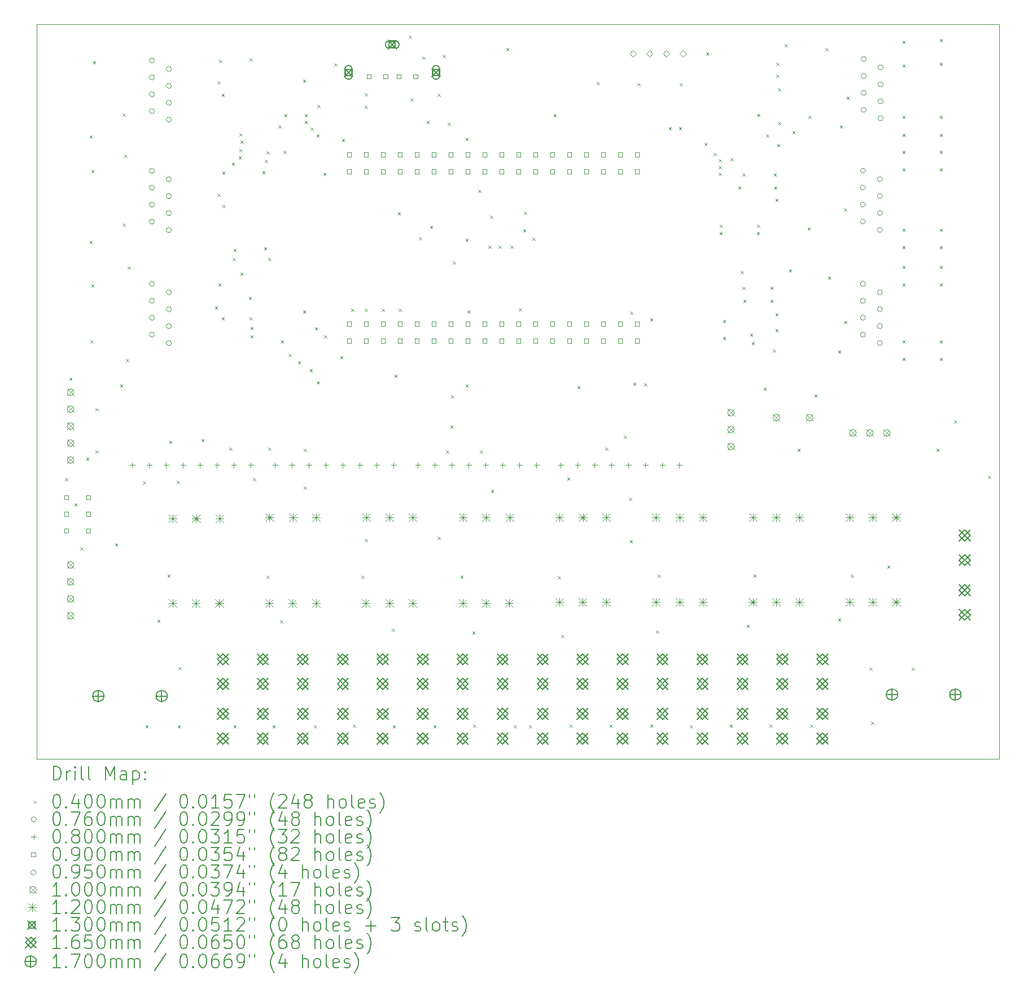
<source format=gbr>
%FSLAX45Y45*%
G04 Gerber Fmt 4.5, Leading zero omitted, Abs format (unit mm)*
G04 Created by KiCad (PCBNEW (6.0.4)) date 2022-05-09 00:45:22*
%MOMM*%
%LPD*%
G01*
G04 APERTURE LIST*
%TA.AperFunction,Profile*%
%ADD10C,0.100000*%
%TD*%
%ADD11C,0.200000*%
%ADD12C,0.040000*%
%ADD13C,0.076000*%
%ADD14C,0.080000*%
%ADD15C,0.090000*%
%ADD16C,0.095000*%
%ADD17C,0.100000*%
%ADD18C,0.120000*%
%ADD19C,0.130000*%
%ADD20C,0.165000*%
%ADD21C,0.170000*%
G04 APERTURE END LIST*
D10*
X6400800Y-5194300D02*
X20840700Y-5194300D01*
X20840700Y-5194300D02*
X20840700Y-16217900D01*
X20840700Y-16217900D02*
X6400800Y-16217900D01*
X6400800Y-16217900D02*
X6400800Y-5194300D01*
D11*
D12*
X6825300Y-12006900D02*
X6865300Y-12046900D01*
X6865300Y-12006900D02*
X6825300Y-12046900D01*
X6888800Y-10495600D02*
X6928800Y-10535600D01*
X6928800Y-10495600D02*
X6888800Y-10535600D01*
X6965000Y-12387900D02*
X7005000Y-12427900D01*
X7005000Y-12387900D02*
X6965000Y-12427900D01*
X7053900Y-13048300D02*
X7093900Y-13088300D01*
X7093900Y-13048300D02*
X7053900Y-13088300D01*
X7142800Y-11702100D02*
X7182800Y-11742100D01*
X7182800Y-11702100D02*
X7142800Y-11742100D01*
X7193600Y-6863400D02*
X7233600Y-6903400D01*
X7233600Y-6863400D02*
X7193600Y-6903400D01*
X7193600Y-8450900D02*
X7233600Y-8490900D01*
X7233600Y-8450900D02*
X7193600Y-8490900D01*
X7206300Y-9936800D02*
X7246300Y-9976800D01*
X7246300Y-9936800D02*
X7206300Y-9976800D01*
X7219000Y-7384100D02*
X7259000Y-7424100D01*
X7259000Y-7384100D02*
X7219000Y-7424100D01*
X7219000Y-9098600D02*
X7259000Y-9138600D01*
X7259000Y-9098600D02*
X7219000Y-9138600D01*
X7244400Y-5745800D02*
X7284400Y-5785800D01*
X7284400Y-5745800D02*
X7244400Y-5785800D01*
X7282500Y-10952800D02*
X7322500Y-10992800D01*
X7322500Y-10952800D02*
X7282500Y-10992800D01*
X7282500Y-11587800D02*
X7322500Y-11627800D01*
X7322500Y-11587800D02*
X7282500Y-11627800D01*
X7574600Y-12984800D02*
X7614600Y-13024800D01*
X7614600Y-12984800D02*
X7574600Y-13024800D01*
X7650800Y-10597200D02*
X7690800Y-10637200D01*
X7690800Y-10597200D02*
X7650800Y-10637200D01*
X7688900Y-6533200D02*
X7728900Y-6573200D01*
X7728900Y-6533200D02*
X7688900Y-6573200D01*
X7688900Y-8184200D02*
X7728900Y-8224200D01*
X7728900Y-8184200D02*
X7688900Y-8224200D01*
X7714300Y-7155500D02*
X7754300Y-7195500D01*
X7754300Y-7155500D02*
X7714300Y-7195500D01*
X7739700Y-10216200D02*
X7779700Y-10256200D01*
X7779700Y-10216200D02*
X7739700Y-10256200D01*
X7765100Y-8831900D02*
X7805100Y-8871900D01*
X7805100Y-8831900D02*
X7765100Y-8871900D01*
X7993700Y-12057700D02*
X8033700Y-12097700D01*
X8033700Y-12057700D02*
X7993700Y-12097700D01*
X8031800Y-15715300D02*
X8071800Y-15755300D01*
X8071800Y-15715300D02*
X8031800Y-15755300D01*
X8209600Y-14127800D02*
X8249600Y-14167800D01*
X8249600Y-14127800D02*
X8209600Y-14167800D01*
X8362000Y-13454700D02*
X8402000Y-13494700D01*
X8402000Y-13454700D02*
X8362000Y-13494700D01*
X8387400Y-11448100D02*
X8427400Y-11488100D01*
X8427400Y-11448100D02*
X8387400Y-11488100D01*
X8501700Y-12045000D02*
X8541700Y-12085000D01*
X8541700Y-12045000D02*
X8501700Y-12085000D01*
X8514400Y-15715300D02*
X8554400Y-15755300D01*
X8554400Y-15715300D02*
X8514400Y-15755300D01*
X8527100Y-14839000D02*
X8567100Y-14879000D01*
X8567100Y-14839000D02*
X8527100Y-14879000D01*
X8870000Y-11422700D02*
X8910000Y-11462700D01*
X8910000Y-11422700D02*
X8870000Y-11462700D01*
X9073200Y-9428800D02*
X9113200Y-9468800D01*
X9113200Y-9428800D02*
X9073200Y-9468800D01*
X9111300Y-6050600D02*
X9151300Y-6090600D01*
X9151300Y-6050600D02*
X9111300Y-6090600D01*
X9111300Y-7739700D02*
X9151300Y-7779700D01*
X9151300Y-7739700D02*
X9111300Y-7779700D01*
X9124000Y-9085900D02*
X9164000Y-9125900D01*
X9164000Y-9085900D02*
X9124000Y-9125900D01*
X9136700Y-5733100D02*
X9176700Y-5773100D01*
X9176700Y-5733100D02*
X9136700Y-5773100D01*
X9174800Y-6241100D02*
X9214800Y-6281100D01*
X9214800Y-6241100D02*
X9174800Y-6281100D01*
X9174800Y-9593900D02*
X9214800Y-9633900D01*
X9214800Y-9593900D02*
X9174800Y-9633900D01*
X9183750Y-7409500D02*
X9223750Y-7449500D01*
X9223750Y-7409500D02*
X9183750Y-7449500D01*
X9187500Y-7904800D02*
X9227500Y-7944800D01*
X9227500Y-7904800D02*
X9187500Y-7944800D01*
X9289100Y-11549700D02*
X9329100Y-11589700D01*
X9329100Y-11549700D02*
X9289100Y-11589700D01*
X9327200Y-7269800D02*
X9367200Y-7309800D01*
X9367200Y-7269800D02*
X9327200Y-7309800D01*
X9339900Y-8704900D02*
X9379900Y-8744900D01*
X9379900Y-8704900D02*
X9339900Y-8744900D01*
X9352600Y-8565200D02*
X9392600Y-8605200D01*
X9392600Y-8565200D02*
X9352600Y-8605200D01*
X9352600Y-15715300D02*
X9392600Y-15755300D01*
X9392600Y-15715300D02*
X9352600Y-15755300D01*
X9428800Y-7180900D02*
X9468800Y-7220900D01*
X9468800Y-7180900D02*
X9428800Y-7220900D01*
X9441500Y-6831148D02*
X9481500Y-6871148D01*
X9481500Y-6831148D02*
X9441500Y-6871148D01*
X9441500Y-7066600D02*
X9481500Y-7106600D01*
X9481500Y-7066600D02*
X9441500Y-7106600D01*
X9454200Y-6939600D02*
X9494200Y-6979600D01*
X9494200Y-6939600D02*
X9454200Y-6979600D01*
X9454200Y-8920800D02*
X9494200Y-8960800D01*
X9494200Y-8920800D02*
X9454200Y-8960800D01*
X9581200Y-9289100D02*
X9621200Y-9329100D01*
X9621200Y-9289100D02*
X9581200Y-9329100D01*
X9593900Y-5707700D02*
X9633900Y-5747700D01*
X9633900Y-5707700D02*
X9593900Y-5747700D01*
X9593900Y-9593900D02*
X9633900Y-9633900D01*
X9633900Y-9593900D02*
X9593900Y-9633900D01*
X9606600Y-9733600D02*
X9646600Y-9773600D01*
X9646600Y-9733600D02*
X9606600Y-9773600D01*
X9606600Y-9860600D02*
X9646600Y-9900600D01*
X9646600Y-9860600D02*
X9606600Y-9900600D01*
X9644700Y-12006900D02*
X9684700Y-12046900D01*
X9684700Y-12006900D02*
X9644700Y-12046900D01*
X9784400Y-7396800D02*
X9824400Y-7436800D01*
X9824400Y-7396800D02*
X9784400Y-7436800D01*
X9809800Y-8539800D02*
X9849800Y-8579800D01*
X9849800Y-8539800D02*
X9809800Y-8579800D01*
X9822500Y-7231700D02*
X9862500Y-7271700D01*
X9862500Y-7231700D02*
X9822500Y-7271700D01*
X9847900Y-7104700D02*
X9887900Y-7144700D01*
X9887900Y-7104700D02*
X9847900Y-7144700D01*
X9847900Y-13467400D02*
X9887900Y-13507400D01*
X9887900Y-13467400D02*
X9847900Y-13507400D01*
X9873300Y-8704900D02*
X9913300Y-8744900D01*
X9913300Y-8704900D02*
X9873300Y-8744900D01*
X9873300Y-11549700D02*
X9913300Y-11589700D01*
X9913300Y-11549700D02*
X9873300Y-11589700D01*
X9936800Y-15715300D02*
X9976800Y-15755300D01*
X9976800Y-15715300D02*
X9936800Y-15755300D01*
X10025700Y-6711000D02*
X10065700Y-6751000D01*
X10065700Y-6711000D02*
X10025700Y-6751000D01*
X10051100Y-14140500D02*
X10091100Y-14180500D01*
X10091100Y-14140500D02*
X10051100Y-14180500D01*
X10063800Y-9936800D02*
X10103800Y-9976800D01*
X10103800Y-9936800D02*
X10063800Y-9976800D01*
X10101900Y-7092000D02*
X10141900Y-7132000D01*
X10141900Y-7092000D02*
X10101900Y-7132000D01*
X10114600Y-6545900D02*
X10154600Y-6585900D01*
X10154600Y-6545900D02*
X10114600Y-6585900D01*
X10178100Y-10140000D02*
X10218100Y-10180000D01*
X10218100Y-10140000D02*
X10178100Y-10180000D01*
X10317800Y-10254300D02*
X10357800Y-10294300D01*
X10357800Y-10254300D02*
X10317800Y-10294300D01*
X10394000Y-6025200D02*
X10434000Y-6065200D01*
X10434000Y-6025200D02*
X10394000Y-6065200D01*
X10394000Y-9492300D02*
X10434000Y-9532300D01*
X10434000Y-9492300D02*
X10394000Y-9532300D01*
X10406700Y-11562400D02*
X10446700Y-11602400D01*
X10446700Y-11562400D02*
X10406700Y-11602400D01*
X10406700Y-12133900D02*
X10446700Y-12173900D01*
X10446700Y-12133900D02*
X10406700Y-12173900D01*
X10419400Y-6545900D02*
X10459400Y-6585900D01*
X10459400Y-6545900D02*
X10419400Y-6585900D01*
X10419400Y-6647500D02*
X10459400Y-6687500D01*
X10459400Y-6647500D02*
X10419400Y-6687500D01*
X10495600Y-10368600D02*
X10535600Y-10408600D01*
X10535600Y-10368600D02*
X10495600Y-10408600D01*
X10508300Y-6749100D02*
X10548300Y-6789100D01*
X10548300Y-6749100D02*
X10508300Y-6789100D01*
X10559100Y-15715300D02*
X10599100Y-15755300D01*
X10599100Y-15715300D02*
X10559100Y-15755300D01*
X10571800Y-9746300D02*
X10611800Y-9786300D01*
X10611800Y-9746300D02*
X10571800Y-9786300D01*
X10597200Y-6850700D02*
X10637200Y-6890700D01*
X10637200Y-6850700D02*
X10597200Y-6890700D01*
X10603550Y-10552750D02*
X10643550Y-10592750D01*
X10643550Y-10552750D02*
X10603550Y-10592750D01*
X10609900Y-6406200D02*
X10649900Y-6446200D01*
X10649900Y-6406200D02*
X10609900Y-6446200D01*
X10698800Y-7422200D02*
X10738800Y-7462200D01*
X10738800Y-7422200D02*
X10698800Y-7462200D01*
X10711500Y-9860600D02*
X10751500Y-9900600D01*
X10751500Y-9860600D02*
X10711500Y-9900600D01*
X10863900Y-5783900D02*
X10903900Y-5823900D01*
X10903900Y-5783900D02*
X10863900Y-5823900D01*
X10952800Y-10178100D02*
X10992800Y-10218100D01*
X10992800Y-10178100D02*
X10952800Y-10218100D01*
X10978200Y-6914200D02*
X11018200Y-6954200D01*
X11018200Y-6914200D02*
X10978200Y-6954200D01*
X11117900Y-9466900D02*
X11157900Y-9506900D01*
X11157900Y-9466900D02*
X11117900Y-9506900D01*
X11143300Y-15702600D02*
X11183300Y-15742600D01*
X11183300Y-15702600D02*
X11143300Y-15742600D01*
X11270300Y-13467400D02*
X11310300Y-13507400D01*
X11310300Y-13467400D02*
X11270300Y-13507400D01*
X11321100Y-6228400D02*
X11361100Y-6268400D01*
X11361100Y-6228400D02*
X11321100Y-6268400D01*
X11321100Y-6418900D02*
X11361100Y-6458900D01*
X11361100Y-6418900D02*
X11321100Y-6458900D01*
X11321100Y-9466900D02*
X11361100Y-9506900D01*
X11361100Y-9466900D02*
X11321100Y-9506900D01*
X11321100Y-12921300D02*
X11361100Y-12961300D01*
X11361100Y-12921300D02*
X11321100Y-12961300D01*
X11575100Y-9466900D02*
X11615100Y-9506900D01*
X11615100Y-9466900D02*
X11575100Y-9506900D01*
X11727500Y-14267500D02*
X11767500Y-14307500D01*
X11767500Y-14267500D02*
X11727500Y-14307500D01*
X11740200Y-15715300D02*
X11780200Y-15755300D01*
X11780200Y-15715300D02*
X11740200Y-15755300D01*
X11765600Y-10457500D02*
X11805600Y-10497500D01*
X11805600Y-10457500D02*
X11765600Y-10497500D01*
X11816400Y-8019100D02*
X11856400Y-8059100D01*
X11856400Y-8019100D02*
X11816400Y-8059100D01*
X11829100Y-9466900D02*
X11869100Y-9506900D01*
X11869100Y-9466900D02*
X11829100Y-9506900D01*
X11981500Y-5364800D02*
X12021500Y-5404800D01*
X12021500Y-5364800D02*
X11981500Y-5404800D01*
X12006900Y-6304600D02*
X12046900Y-6344600D01*
X12046900Y-6304600D02*
X12006900Y-6344600D01*
X12133900Y-8387400D02*
X12173900Y-8427400D01*
X12173900Y-8387400D02*
X12133900Y-8427400D01*
X12184700Y-5682300D02*
X12224700Y-5722300D01*
X12224700Y-5682300D02*
X12184700Y-5722300D01*
X12248200Y-6647500D02*
X12288200Y-6687500D01*
X12288200Y-6647500D02*
X12248200Y-6687500D01*
X12299000Y-8222300D02*
X12339000Y-8262300D01*
X12339000Y-8222300D02*
X12299000Y-8262300D01*
X12349800Y-15715300D02*
X12389800Y-15755300D01*
X12389800Y-15715300D02*
X12349800Y-15755300D01*
X12413300Y-6241100D02*
X12453300Y-6281100D01*
X12453300Y-6241100D02*
X12413300Y-6281100D01*
X12413300Y-12883200D02*
X12453300Y-12923200D01*
X12453300Y-12883200D02*
X12413300Y-12923200D01*
X12489500Y-5656900D02*
X12529500Y-5696900D01*
X12529500Y-5656900D02*
X12489500Y-5696900D01*
X12540300Y-11587800D02*
X12580300Y-11627800D01*
X12580300Y-11587800D02*
X12540300Y-11627800D01*
X12565700Y-6672900D02*
X12605700Y-6712900D01*
X12605700Y-6672900D02*
X12565700Y-6712900D01*
X12603800Y-11219500D02*
X12643800Y-11259500D01*
X12643800Y-11219500D02*
X12603800Y-11259500D01*
X12616500Y-10762300D02*
X12656500Y-10802300D01*
X12656500Y-10762300D02*
X12616500Y-10802300D01*
X12641900Y-8755700D02*
X12681900Y-8795700D01*
X12681900Y-8755700D02*
X12641900Y-8795700D01*
X12756200Y-13467400D02*
X12796200Y-13507400D01*
X12796200Y-13467400D02*
X12756200Y-13507400D01*
X12832400Y-6901500D02*
X12872400Y-6941500D01*
X12872400Y-6901500D02*
X12832400Y-6941500D01*
X12832400Y-8412800D02*
X12872400Y-8452800D01*
X12872400Y-8412800D02*
X12832400Y-8452800D01*
X12832400Y-10597200D02*
X12872400Y-10637200D01*
X12872400Y-10597200D02*
X12832400Y-10637200D01*
X12857800Y-9492300D02*
X12897800Y-9532300D01*
X12897800Y-9492300D02*
X12857800Y-9532300D01*
X12934000Y-14305600D02*
X12974000Y-14345600D01*
X12974000Y-14305600D02*
X12934000Y-14345600D01*
X12946700Y-15702600D02*
X12986700Y-15742600D01*
X12986700Y-15702600D02*
X12946700Y-15742600D01*
X13022900Y-7676200D02*
X13062900Y-7716200D01*
X13062900Y-7676200D02*
X13022900Y-7716200D01*
X13048300Y-11587800D02*
X13088300Y-11627800D01*
X13088300Y-11587800D02*
X13048300Y-11627800D01*
X13175300Y-8514400D02*
X13215300Y-8554400D01*
X13215300Y-8514400D02*
X13175300Y-8554400D01*
X13200700Y-8069900D02*
X13240700Y-8109900D01*
X13240700Y-8069900D02*
X13200700Y-8109900D01*
X13213400Y-12184700D02*
X13253400Y-12224700D01*
X13253400Y-12184700D02*
X13213400Y-12224700D01*
X13327700Y-8514400D02*
X13367700Y-8554400D01*
X13367700Y-8514400D02*
X13327700Y-8554400D01*
X13442000Y-5555300D02*
X13482000Y-5595300D01*
X13482000Y-5555300D02*
X13442000Y-5595300D01*
X13505500Y-8514400D02*
X13545500Y-8554400D01*
X13545500Y-8514400D02*
X13505500Y-8554400D01*
X13556300Y-15715300D02*
X13596300Y-15755300D01*
X13596300Y-15715300D02*
X13556300Y-15755300D01*
X13632500Y-9454200D02*
X13672500Y-9494200D01*
X13672500Y-9454200D02*
X13632500Y-9494200D01*
X13696000Y-8273100D02*
X13736000Y-8313100D01*
X13736000Y-8273100D02*
X13696000Y-8313100D01*
X13708700Y-8006400D02*
X13748700Y-8046400D01*
X13748700Y-8006400D02*
X13708700Y-8046400D01*
X13784900Y-15715300D02*
X13824900Y-15755300D01*
X13824900Y-15715300D02*
X13784900Y-15755300D01*
X13835700Y-8400100D02*
X13875700Y-8440100D01*
X13875700Y-8400100D02*
X13835700Y-8440100D01*
X14153200Y-6545900D02*
X14193200Y-6585900D01*
X14193200Y-6545900D02*
X14153200Y-6585900D01*
X14216700Y-13480100D02*
X14256700Y-13520100D01*
X14256700Y-13480100D02*
X14216700Y-13520100D01*
X14267500Y-14356400D02*
X14307500Y-14396400D01*
X14307500Y-14356400D02*
X14267500Y-14396400D01*
X14356400Y-11994200D02*
X14396400Y-12034200D01*
X14396400Y-11994200D02*
X14356400Y-12034200D01*
X14394500Y-15702600D02*
X14434500Y-15742600D01*
X14434500Y-15702600D02*
X14394500Y-15742600D01*
X14508800Y-10622600D02*
X14548800Y-10662600D01*
X14548800Y-10622600D02*
X14508800Y-10662600D01*
X14800900Y-6063300D02*
X14840900Y-6103300D01*
X14840900Y-6063300D02*
X14800900Y-6103300D01*
X14927900Y-11549700D02*
X14967900Y-11589700D01*
X14967900Y-11549700D02*
X14927900Y-11589700D01*
X14991400Y-15702600D02*
X15031400Y-15742600D01*
X15031400Y-15702600D02*
X14991400Y-15742600D01*
X15207300Y-11371900D02*
X15247300Y-11411900D01*
X15247300Y-11371900D02*
X15207300Y-11411900D01*
X15283500Y-12299000D02*
X15323500Y-12339000D01*
X15323500Y-12299000D02*
X15283500Y-12339000D01*
X15296200Y-12934000D02*
X15336200Y-12974000D01*
X15336200Y-12934000D02*
X15296200Y-12974000D01*
X15298740Y-9507540D02*
X15338740Y-9547540D01*
X15338740Y-9507540D02*
X15298740Y-9547540D01*
X15347000Y-10571800D02*
X15387000Y-10611800D01*
X15387000Y-10571800D02*
X15347000Y-10611800D01*
X15410500Y-6076000D02*
X15450500Y-6116000D01*
X15450500Y-6076000D02*
X15410500Y-6116000D01*
X15512100Y-10584500D02*
X15552100Y-10624500D01*
X15552100Y-10584500D02*
X15512100Y-10624500D01*
X15601000Y-9606600D02*
X15641000Y-9646600D01*
X15641000Y-9606600D02*
X15601000Y-9646600D01*
X15601000Y-15702600D02*
X15641000Y-15742600D01*
X15641000Y-15702600D02*
X15601000Y-15742600D01*
X15689900Y-14292900D02*
X15729900Y-14332900D01*
X15729900Y-14292900D02*
X15689900Y-14332900D01*
X15715300Y-13454700D02*
X15755300Y-13494700D01*
X15755300Y-13454700D02*
X15715300Y-13494700D01*
X15880400Y-6736400D02*
X15920400Y-6776400D01*
X15920400Y-6736400D02*
X15880400Y-6776400D01*
X16032800Y-6736400D02*
X16072800Y-6776400D01*
X16072800Y-6736400D02*
X16032800Y-6776400D01*
X16045500Y-6076000D02*
X16085500Y-6116000D01*
X16085500Y-6076000D02*
X16045500Y-6116000D01*
X16197900Y-15715300D02*
X16237900Y-15755300D01*
X16237900Y-15715300D02*
X16197900Y-15755300D01*
X16413800Y-6977700D02*
X16453800Y-7017700D01*
X16453800Y-6977700D02*
X16413800Y-7017700D01*
X16439200Y-5618800D02*
X16479200Y-5658800D01*
X16479200Y-5618800D02*
X16439200Y-5658800D01*
X16557250Y-7130100D02*
X16597250Y-7170100D01*
X16597250Y-7130100D02*
X16557250Y-7170100D01*
X16629700Y-7219000D02*
X16669700Y-7259000D01*
X16669700Y-7219000D02*
X16629700Y-7259000D01*
X16629700Y-7320600D02*
X16669700Y-7360600D01*
X16669700Y-7320600D02*
X16629700Y-7360600D01*
X16629700Y-7422200D02*
X16669700Y-7462200D01*
X16669700Y-7422200D02*
X16629700Y-7462200D01*
X16642400Y-8311200D02*
X16682400Y-8351200D01*
X16682400Y-8311200D02*
X16642400Y-8351200D01*
X16650020Y-8201980D02*
X16690020Y-8241980D01*
X16690020Y-8201980D02*
X16650020Y-8241980D01*
X16693200Y-9632000D02*
X16733200Y-9672000D01*
X16733200Y-9632000D02*
X16693200Y-9672000D01*
X16693200Y-9886000D02*
X16733200Y-9926000D01*
X16733200Y-9886000D02*
X16693200Y-9926000D01*
X16794800Y-15702600D02*
X16834800Y-15742600D01*
X16834800Y-15702600D02*
X16794800Y-15742600D01*
X16807500Y-7206300D02*
X16847500Y-7246300D01*
X16847500Y-7206300D02*
X16807500Y-7246300D01*
X16921800Y-7625400D02*
X16961800Y-7665400D01*
X16961800Y-7625400D02*
X16921800Y-7665400D01*
X16959900Y-8895400D02*
X16999900Y-8935400D01*
X16999900Y-8895400D02*
X16959900Y-8935400D01*
X16985300Y-7434900D02*
X17025300Y-7474900D01*
X17025300Y-7434900D02*
X16985300Y-7474900D01*
X16985300Y-9136700D02*
X17025300Y-9176700D01*
X17025300Y-9136700D02*
X16985300Y-9176700D01*
X16998000Y-9327200D02*
X17038000Y-9367200D01*
X17038000Y-9327200D02*
X16998000Y-9367200D01*
X17048800Y-14204000D02*
X17088800Y-14244000D01*
X17088800Y-14204000D02*
X17048800Y-14244000D01*
X17099600Y-9835200D02*
X17139600Y-9875200D01*
X17139600Y-9835200D02*
X17099600Y-9875200D01*
X17126048Y-9961152D02*
X17166048Y-10001152D01*
X17166048Y-9961152D02*
X17126048Y-10001152D01*
X17150400Y-13454700D02*
X17190400Y-13494700D01*
X17190400Y-13454700D02*
X17150400Y-13494700D01*
X17201200Y-8311200D02*
X17241200Y-8351200D01*
X17241200Y-8311200D02*
X17201200Y-8351200D01*
X17207550Y-6539550D02*
X17247550Y-6579550D01*
X17247550Y-6539550D02*
X17207550Y-6579550D01*
X17208820Y-8201980D02*
X17248820Y-8241980D01*
X17248820Y-8201980D02*
X17208820Y-8241980D01*
X17302800Y-10648000D02*
X17342800Y-10688000D01*
X17342800Y-10648000D02*
X17302800Y-10688000D01*
X17340900Y-6850700D02*
X17380900Y-6890700D01*
X17380900Y-6850700D02*
X17340900Y-6890700D01*
X17391700Y-15702600D02*
X17431700Y-15742600D01*
X17431700Y-15702600D02*
X17391700Y-15742600D01*
X17404400Y-9136700D02*
X17444400Y-9176700D01*
X17444400Y-9136700D02*
X17404400Y-9176700D01*
X17404400Y-9327200D02*
X17444400Y-9367200D01*
X17444400Y-9327200D02*
X17404400Y-9367200D01*
X17442500Y-10076500D02*
X17482500Y-10116500D01*
X17482500Y-10076500D02*
X17442500Y-10116500D01*
X17455200Y-7434900D02*
X17495200Y-7474900D01*
X17495200Y-7434900D02*
X17455200Y-7474900D01*
X17461550Y-7631750D02*
X17501550Y-7671750D01*
X17501550Y-7631750D02*
X17461550Y-7671750D01*
X17480600Y-7815900D02*
X17520600Y-7855900D01*
X17520600Y-7815900D02*
X17480600Y-7855900D01*
X17480600Y-9530400D02*
X17520600Y-9570400D01*
X17520600Y-9530400D02*
X17480600Y-9570400D01*
X17480600Y-9771700D02*
X17520600Y-9811700D01*
X17520600Y-9771700D02*
X17480600Y-9811700D01*
X17493300Y-5771200D02*
X17533300Y-5811200D01*
X17533300Y-5771200D02*
X17493300Y-5811200D01*
X17493300Y-5949000D02*
X17533300Y-5989000D01*
X17533300Y-5949000D02*
X17493300Y-5989000D01*
X17506000Y-6990400D02*
X17546000Y-7030400D01*
X17546000Y-6990400D02*
X17506000Y-7030400D01*
X17518700Y-6152200D02*
X17558700Y-6192200D01*
X17558700Y-6152200D02*
X17518700Y-6192200D01*
X17518700Y-6660200D02*
X17558700Y-6700200D01*
X17558700Y-6660200D02*
X17518700Y-6700200D01*
X17620300Y-5491800D02*
X17660300Y-5531800D01*
X17660300Y-5491800D02*
X17620300Y-5531800D01*
X17683800Y-8870000D02*
X17723800Y-8910000D01*
X17723800Y-8870000D02*
X17683800Y-8910000D01*
X17734600Y-6799900D02*
X17774600Y-6839900D01*
X17774600Y-6799900D02*
X17734600Y-6839900D01*
X17810800Y-11562400D02*
X17850800Y-11602400D01*
X17850800Y-11562400D02*
X17810800Y-11602400D01*
X17963200Y-8247700D02*
X18003200Y-8287700D01*
X18003200Y-8247700D02*
X17963200Y-8287700D01*
X17975900Y-6571300D02*
X18015900Y-6611300D01*
X18015900Y-6571300D02*
X17975900Y-6611300D01*
X18001300Y-15702600D02*
X18041300Y-15742600D01*
X18041300Y-15702600D02*
X18001300Y-15742600D01*
X18064800Y-10749600D02*
X18104800Y-10789600D01*
X18104800Y-10749600D02*
X18064800Y-10789600D01*
X18229900Y-5555300D02*
X18269900Y-5595300D01*
X18269900Y-5555300D02*
X18229900Y-5595300D01*
X18268000Y-8984300D02*
X18308000Y-9024300D01*
X18308000Y-8984300D02*
X18268000Y-9024300D01*
X18420400Y-10089200D02*
X18460400Y-10129200D01*
X18460400Y-10089200D02*
X18420400Y-10129200D01*
X18420400Y-14115100D02*
X18460400Y-14155100D01*
X18460400Y-14115100D02*
X18420400Y-14155100D01*
X18445800Y-6711000D02*
X18485800Y-6751000D01*
X18485800Y-6711000D02*
X18445800Y-6751000D01*
X18509300Y-7955600D02*
X18549300Y-7995600D01*
X18549300Y-7955600D02*
X18509300Y-7995600D01*
X18509300Y-9647600D02*
X18549300Y-9687600D01*
X18549300Y-9647600D02*
X18509300Y-9687600D01*
X18547400Y-6279200D02*
X18587400Y-6319200D01*
X18587400Y-6279200D02*
X18547400Y-6319200D01*
X18610900Y-13454700D02*
X18650900Y-13494700D01*
X18650900Y-13454700D02*
X18610900Y-13494700D01*
X18890300Y-14851700D02*
X18930300Y-14891700D01*
X18930300Y-14851700D02*
X18890300Y-14891700D01*
X18915700Y-15664500D02*
X18955700Y-15704500D01*
X18955700Y-15664500D02*
X18915700Y-15704500D01*
X19157000Y-13315000D02*
X19197000Y-13355000D01*
X19197000Y-13315000D02*
X19157000Y-13355000D01*
X19385600Y-5441000D02*
X19425600Y-5481000D01*
X19425600Y-5441000D02*
X19385600Y-5481000D01*
X19385600Y-5796600D02*
X19425600Y-5836600D01*
X19425600Y-5796600D02*
X19385600Y-5836600D01*
X19385600Y-6571300D02*
X19425600Y-6611300D01*
X19425600Y-6571300D02*
X19385600Y-6611300D01*
X19385600Y-6838000D02*
X19425600Y-6878000D01*
X19425600Y-6838000D02*
X19385600Y-6878000D01*
X19385600Y-7092000D02*
X19425600Y-7132000D01*
X19425600Y-7092000D02*
X19385600Y-7132000D01*
X19385600Y-7358700D02*
X19425600Y-7398700D01*
X19425600Y-7358700D02*
X19385600Y-7398700D01*
X19385600Y-8260400D02*
X19425600Y-8300400D01*
X19425600Y-8260400D02*
X19385600Y-8300400D01*
X19385600Y-8527100D02*
X19425600Y-8567100D01*
X19425600Y-8527100D02*
X19385600Y-8567100D01*
X19385600Y-8819200D02*
X19425600Y-8859200D01*
X19425600Y-8819200D02*
X19385600Y-8859200D01*
X19385600Y-9085900D02*
X19425600Y-9125900D01*
X19425600Y-9085900D02*
X19385600Y-9125900D01*
X19385600Y-9936800D02*
X19425600Y-9976800D01*
X19425600Y-9936800D02*
X19385600Y-9976800D01*
X19385600Y-10203500D02*
X19425600Y-10243500D01*
X19425600Y-10203500D02*
X19385600Y-10243500D01*
X19525300Y-14851700D02*
X19565300Y-14891700D01*
X19565300Y-14851700D02*
X19525300Y-14891700D01*
X19893600Y-11562400D02*
X19933600Y-11602400D01*
X19933600Y-11562400D02*
X19893600Y-11602400D01*
X19944400Y-5415600D02*
X19984400Y-5455600D01*
X19984400Y-5415600D02*
X19944400Y-5455600D01*
X19944400Y-5771200D02*
X19984400Y-5811200D01*
X19984400Y-5771200D02*
X19944400Y-5811200D01*
X19944400Y-6571300D02*
X19984400Y-6611300D01*
X19984400Y-6571300D02*
X19944400Y-6611300D01*
X19944400Y-6838000D02*
X19984400Y-6878000D01*
X19984400Y-6838000D02*
X19944400Y-6878000D01*
X19944400Y-7092000D02*
X19984400Y-7132000D01*
X19984400Y-7092000D02*
X19944400Y-7132000D01*
X19944400Y-7358700D02*
X19984400Y-7398700D01*
X19984400Y-7358700D02*
X19944400Y-7398700D01*
X19944400Y-8260400D02*
X19984400Y-8300400D01*
X19984400Y-8260400D02*
X19944400Y-8300400D01*
X19944400Y-8527100D02*
X19984400Y-8567100D01*
X19984400Y-8527100D02*
X19944400Y-8567100D01*
X19944400Y-8819200D02*
X19984400Y-8859200D01*
X19984400Y-8819200D02*
X19944400Y-8859200D01*
X19944400Y-9085900D02*
X19984400Y-9125900D01*
X19984400Y-9085900D02*
X19944400Y-9125900D01*
X19944400Y-9936800D02*
X19984400Y-9976800D01*
X19984400Y-9936800D02*
X19944400Y-9976800D01*
X19944400Y-10203500D02*
X19984400Y-10243500D01*
X19984400Y-10203500D02*
X19944400Y-10243500D01*
X20160300Y-11143300D02*
X20200300Y-11183300D01*
X20200300Y-11143300D02*
X20160300Y-11183300D01*
X20668300Y-11968800D02*
X20708300Y-12008800D01*
X20708300Y-11968800D02*
X20668300Y-12008800D01*
D13*
X8168000Y-5738870D02*
G75*
G03*
X8168000Y-5738870I-38000J0D01*
G01*
X8168000Y-5992870D02*
G75*
G03*
X8168000Y-5992870I-38000J0D01*
G01*
X8168000Y-6246870D02*
G75*
G03*
X8168000Y-6246870I-38000J0D01*
G01*
X8168000Y-6500870D02*
G75*
G03*
X8168000Y-6500870I-38000J0D01*
G01*
X8168000Y-7394950D02*
G75*
G03*
X8168000Y-7394950I-38000J0D01*
G01*
X8168000Y-7648950D02*
G75*
G03*
X8168000Y-7648950I-38000J0D01*
G01*
X8168000Y-7902950D02*
G75*
G03*
X8168000Y-7902950I-38000J0D01*
G01*
X8168000Y-8156950D02*
G75*
G03*
X8168000Y-8156950I-38000J0D01*
G01*
X8168000Y-9091670D02*
G75*
G03*
X8168000Y-9091670I-38000J0D01*
G01*
X8168000Y-9345670D02*
G75*
G03*
X8168000Y-9345670I-38000J0D01*
G01*
X8168000Y-9599670D02*
G75*
G03*
X8168000Y-9599670I-38000J0D01*
G01*
X8168000Y-9853670D02*
G75*
G03*
X8168000Y-9853670I-38000J0D01*
G01*
X8422000Y-5865870D02*
G75*
G03*
X8422000Y-5865870I-38000J0D01*
G01*
X8422000Y-6119870D02*
G75*
G03*
X8422000Y-6119870I-38000J0D01*
G01*
X8422000Y-6373870D02*
G75*
G03*
X8422000Y-6373870I-38000J0D01*
G01*
X8422000Y-6627870D02*
G75*
G03*
X8422000Y-6627870I-38000J0D01*
G01*
X8422000Y-7521950D02*
G75*
G03*
X8422000Y-7521950I-38000J0D01*
G01*
X8422000Y-7775950D02*
G75*
G03*
X8422000Y-7775950I-38000J0D01*
G01*
X8422000Y-8029950D02*
G75*
G03*
X8422000Y-8029950I-38000J0D01*
G01*
X8422000Y-8283950D02*
G75*
G03*
X8422000Y-8283950I-38000J0D01*
G01*
X8422000Y-9218670D02*
G75*
G03*
X8422000Y-9218670I-38000J0D01*
G01*
X8422000Y-9472670D02*
G75*
G03*
X8422000Y-9472670I-38000J0D01*
G01*
X8422000Y-9726670D02*
G75*
G03*
X8422000Y-9726670I-38000J0D01*
G01*
X8422000Y-9980670D02*
G75*
G03*
X8422000Y-9980670I-38000J0D01*
G01*
X18832000Y-7392930D02*
G75*
G03*
X18832000Y-7392930I-38000J0D01*
G01*
X18832000Y-7646930D02*
G75*
G03*
X18832000Y-7646930I-38000J0D01*
G01*
X18832000Y-7900930D02*
G75*
G03*
X18832000Y-7900930I-38000J0D01*
G01*
X18832000Y-8154930D02*
G75*
G03*
X18832000Y-8154930I-38000J0D01*
G01*
X18832000Y-9089650D02*
G75*
G03*
X18832000Y-9089650I-38000J0D01*
G01*
X18832000Y-9343650D02*
G75*
G03*
X18832000Y-9343650I-38000J0D01*
G01*
X18832000Y-9597650D02*
G75*
G03*
X18832000Y-9597650I-38000J0D01*
G01*
X18832000Y-9851650D02*
G75*
G03*
X18832000Y-9851650I-38000J0D01*
G01*
X18843600Y-5716530D02*
G75*
G03*
X18843600Y-5716530I-38000J0D01*
G01*
X18843600Y-5970530D02*
G75*
G03*
X18843600Y-5970530I-38000J0D01*
G01*
X18843600Y-6224530D02*
G75*
G03*
X18843600Y-6224530I-38000J0D01*
G01*
X18843600Y-6478530D02*
G75*
G03*
X18843600Y-6478530I-38000J0D01*
G01*
X19086000Y-7519930D02*
G75*
G03*
X19086000Y-7519930I-38000J0D01*
G01*
X19086000Y-7773930D02*
G75*
G03*
X19086000Y-7773930I-38000J0D01*
G01*
X19086000Y-8027930D02*
G75*
G03*
X19086000Y-8027930I-38000J0D01*
G01*
X19086000Y-8281930D02*
G75*
G03*
X19086000Y-8281930I-38000J0D01*
G01*
X19086000Y-9216650D02*
G75*
G03*
X19086000Y-9216650I-38000J0D01*
G01*
X19086000Y-9470650D02*
G75*
G03*
X19086000Y-9470650I-38000J0D01*
G01*
X19086000Y-9724650D02*
G75*
G03*
X19086000Y-9724650I-38000J0D01*
G01*
X19086000Y-9978650D02*
G75*
G03*
X19086000Y-9978650I-38000J0D01*
G01*
X19097600Y-5843530D02*
G75*
G03*
X19097600Y-5843530I-38000J0D01*
G01*
X19097600Y-6097530D02*
G75*
G03*
X19097600Y-6097530I-38000J0D01*
G01*
X19097600Y-6351530D02*
G75*
G03*
X19097600Y-6351530I-38000J0D01*
G01*
X19097600Y-6605530D02*
G75*
G03*
X19097600Y-6605530I-38000J0D01*
G01*
D14*
X7835900Y-11771000D02*
X7835900Y-11851000D01*
X7795900Y-11811000D02*
X7875900Y-11811000D01*
X8089900Y-11771000D02*
X8089900Y-11851000D01*
X8049900Y-11811000D02*
X8129900Y-11811000D01*
X8343900Y-11771000D02*
X8343900Y-11851000D01*
X8303900Y-11811000D02*
X8383900Y-11811000D01*
X8597900Y-11771000D02*
X8597900Y-11851000D01*
X8557900Y-11811000D02*
X8637900Y-11811000D01*
X8851900Y-11771000D02*
X8851900Y-11851000D01*
X8811900Y-11811000D02*
X8891900Y-11811000D01*
X9105900Y-11771000D02*
X9105900Y-11851000D01*
X9065900Y-11811000D02*
X9145900Y-11811000D01*
X9359900Y-11771000D02*
X9359900Y-11851000D01*
X9319900Y-11811000D02*
X9399900Y-11811000D01*
X9613900Y-11771000D02*
X9613900Y-11851000D01*
X9573900Y-11811000D02*
X9653900Y-11811000D01*
X9978300Y-11771000D02*
X9978300Y-11851000D01*
X9938300Y-11811000D02*
X10018300Y-11811000D01*
X10232300Y-11771000D02*
X10232300Y-11851000D01*
X10192300Y-11811000D02*
X10272300Y-11811000D01*
X10486300Y-11771000D02*
X10486300Y-11851000D01*
X10446300Y-11811000D02*
X10526300Y-11811000D01*
X10740300Y-11771000D02*
X10740300Y-11851000D01*
X10700300Y-11811000D02*
X10780300Y-11811000D01*
X10994300Y-11771000D02*
X10994300Y-11851000D01*
X10954300Y-11811000D02*
X11034300Y-11811000D01*
X11248300Y-11771000D02*
X11248300Y-11851000D01*
X11208300Y-11811000D02*
X11288300Y-11811000D01*
X11502300Y-11771000D02*
X11502300Y-11851000D01*
X11462300Y-11811000D02*
X11542300Y-11811000D01*
X11756300Y-11771000D02*
X11756300Y-11851000D01*
X11716300Y-11811000D02*
X11796300Y-11811000D01*
X12120700Y-11771000D02*
X12120700Y-11851000D01*
X12080700Y-11811000D02*
X12160700Y-11811000D01*
X12374700Y-11771000D02*
X12374700Y-11851000D01*
X12334700Y-11811000D02*
X12414700Y-11811000D01*
X12628700Y-11771000D02*
X12628700Y-11851000D01*
X12588700Y-11811000D02*
X12668700Y-11811000D01*
X12882700Y-11771000D02*
X12882700Y-11851000D01*
X12842700Y-11811000D02*
X12922700Y-11811000D01*
X13136700Y-11771000D02*
X13136700Y-11851000D01*
X13096700Y-11811000D02*
X13176700Y-11811000D01*
X13390700Y-11771000D02*
X13390700Y-11851000D01*
X13350700Y-11811000D02*
X13430700Y-11811000D01*
X13644700Y-11771000D02*
X13644700Y-11851000D01*
X13604700Y-11811000D02*
X13684700Y-11811000D01*
X13898700Y-11771000D02*
X13898700Y-11851000D01*
X13858700Y-11811000D02*
X13938700Y-11811000D01*
X14263100Y-11771000D02*
X14263100Y-11851000D01*
X14223100Y-11811000D02*
X14303100Y-11811000D01*
X14517100Y-11771000D02*
X14517100Y-11851000D01*
X14477100Y-11811000D02*
X14557100Y-11811000D01*
X14771100Y-11771000D02*
X14771100Y-11851000D01*
X14731100Y-11811000D02*
X14811100Y-11811000D01*
X15025100Y-11771000D02*
X15025100Y-11851000D01*
X14985100Y-11811000D02*
X15065100Y-11811000D01*
X15279100Y-11771000D02*
X15279100Y-11851000D01*
X15239100Y-11811000D02*
X15319100Y-11811000D01*
X15533100Y-11771000D02*
X15533100Y-11851000D01*
X15493100Y-11811000D02*
X15573100Y-11811000D01*
X15787100Y-11771000D02*
X15787100Y-11851000D01*
X15747100Y-11811000D02*
X15827100Y-11811000D01*
X16041100Y-11771000D02*
X16041100Y-11851000D01*
X16001100Y-11811000D02*
X16081100Y-11811000D01*
D15*
X6877320Y-12325420D02*
X6877320Y-12261780D01*
X6813680Y-12261780D01*
X6813680Y-12325420D01*
X6877320Y-12325420D01*
X6877320Y-12575420D02*
X6877320Y-12511780D01*
X6813680Y-12511780D01*
X6813680Y-12575420D01*
X6877320Y-12575420D01*
X6877320Y-12825420D02*
X6877320Y-12761780D01*
X6813680Y-12761780D01*
X6813680Y-12825420D01*
X6877320Y-12825420D01*
X7207320Y-12325420D02*
X7207320Y-12261780D01*
X7143680Y-12261780D01*
X7143680Y-12325420D01*
X7207320Y-12325420D01*
X7207320Y-12575420D02*
X7207320Y-12511780D01*
X7143680Y-12511780D01*
X7143680Y-12575420D01*
X7207320Y-12575420D01*
X7207320Y-12825420D02*
X7207320Y-12761780D01*
X7143680Y-12761780D01*
X7143680Y-12825420D01*
X7207320Y-12825420D01*
X11121460Y-7184460D02*
X11121460Y-7120820D01*
X11057820Y-7120820D01*
X11057820Y-7184460D01*
X11121460Y-7184460D01*
X11121460Y-7438460D02*
X11121460Y-7374820D01*
X11057820Y-7374820D01*
X11057820Y-7438460D01*
X11121460Y-7438460D01*
X11121460Y-9724460D02*
X11121460Y-9660820D01*
X11057820Y-9660820D01*
X11057820Y-9724460D01*
X11121460Y-9724460D01*
X11121460Y-9978460D02*
X11121460Y-9914820D01*
X11057820Y-9914820D01*
X11057820Y-9978460D01*
X11121460Y-9978460D01*
X11375460Y-7184460D02*
X11375460Y-7120820D01*
X11311820Y-7120820D01*
X11311820Y-7184460D01*
X11375460Y-7184460D01*
X11375460Y-7438460D02*
X11375460Y-7374820D01*
X11311820Y-7374820D01*
X11311820Y-7438460D01*
X11375460Y-7438460D01*
X11375460Y-9724460D02*
X11375460Y-9660820D01*
X11311820Y-9660820D01*
X11311820Y-9724460D01*
X11375460Y-9724460D01*
X11375460Y-9978460D02*
X11375460Y-9914820D01*
X11311820Y-9914820D01*
X11311820Y-9978460D01*
X11375460Y-9978460D01*
X11416620Y-6010720D02*
X11416620Y-5947080D01*
X11352980Y-5947080D01*
X11352980Y-6010720D01*
X11416620Y-6010720D01*
X11629460Y-7184460D02*
X11629460Y-7120820D01*
X11565820Y-7120820D01*
X11565820Y-7184460D01*
X11629460Y-7184460D01*
X11629460Y-7438460D02*
X11629460Y-7374820D01*
X11565820Y-7374820D01*
X11565820Y-7438460D01*
X11629460Y-7438460D01*
X11629460Y-9724460D02*
X11629460Y-9660820D01*
X11565820Y-9660820D01*
X11565820Y-9724460D01*
X11629460Y-9724460D01*
X11629460Y-9978460D02*
X11629460Y-9914820D01*
X11565820Y-9914820D01*
X11565820Y-9978460D01*
X11629460Y-9978460D01*
X11666620Y-6010720D02*
X11666620Y-5947080D01*
X11602980Y-5947080D01*
X11602980Y-6010720D01*
X11666620Y-6010720D01*
X11866620Y-6010720D02*
X11866620Y-5947080D01*
X11802980Y-5947080D01*
X11802980Y-6010720D01*
X11866620Y-6010720D01*
X11883460Y-7184460D02*
X11883460Y-7120820D01*
X11819820Y-7120820D01*
X11819820Y-7184460D01*
X11883460Y-7184460D01*
X11883460Y-7438460D02*
X11883460Y-7374820D01*
X11819820Y-7374820D01*
X11819820Y-7438460D01*
X11883460Y-7438460D01*
X11883460Y-9724460D02*
X11883460Y-9660820D01*
X11819820Y-9660820D01*
X11819820Y-9724460D01*
X11883460Y-9724460D01*
X11883460Y-9978460D02*
X11883460Y-9914820D01*
X11819820Y-9914820D01*
X11819820Y-9978460D01*
X11883460Y-9978460D01*
X12116620Y-6010720D02*
X12116620Y-5947080D01*
X12052980Y-5947080D01*
X12052980Y-6010720D01*
X12116620Y-6010720D01*
X12137460Y-7184460D02*
X12137460Y-7120820D01*
X12073820Y-7120820D01*
X12073820Y-7184460D01*
X12137460Y-7184460D01*
X12137460Y-7438460D02*
X12137460Y-7374820D01*
X12073820Y-7374820D01*
X12073820Y-7438460D01*
X12137460Y-7438460D01*
X12137460Y-9724460D02*
X12137460Y-9660820D01*
X12073820Y-9660820D01*
X12073820Y-9724460D01*
X12137460Y-9724460D01*
X12137460Y-9978460D02*
X12137460Y-9914820D01*
X12073820Y-9914820D01*
X12073820Y-9978460D01*
X12137460Y-9978460D01*
X12391460Y-7184460D02*
X12391460Y-7120820D01*
X12327820Y-7120820D01*
X12327820Y-7184460D01*
X12391460Y-7184460D01*
X12391460Y-7438460D02*
X12391460Y-7374820D01*
X12327820Y-7374820D01*
X12327820Y-7438460D01*
X12391460Y-7438460D01*
X12391460Y-9724460D02*
X12391460Y-9660820D01*
X12327820Y-9660820D01*
X12327820Y-9724460D01*
X12391460Y-9724460D01*
X12391460Y-9978460D02*
X12391460Y-9914820D01*
X12327820Y-9914820D01*
X12327820Y-9978460D01*
X12391460Y-9978460D01*
X12645460Y-7184460D02*
X12645460Y-7120820D01*
X12581820Y-7120820D01*
X12581820Y-7184460D01*
X12645460Y-7184460D01*
X12645460Y-7438460D02*
X12645460Y-7374820D01*
X12581820Y-7374820D01*
X12581820Y-7438460D01*
X12645460Y-7438460D01*
X12645460Y-9724460D02*
X12645460Y-9660820D01*
X12581820Y-9660820D01*
X12581820Y-9724460D01*
X12645460Y-9724460D01*
X12645460Y-9978460D02*
X12645460Y-9914820D01*
X12581820Y-9914820D01*
X12581820Y-9978460D01*
X12645460Y-9978460D01*
X12899460Y-7184460D02*
X12899460Y-7120820D01*
X12835820Y-7120820D01*
X12835820Y-7184460D01*
X12899460Y-7184460D01*
X12899460Y-7438460D02*
X12899460Y-7374820D01*
X12835820Y-7374820D01*
X12835820Y-7438460D01*
X12899460Y-7438460D01*
X12899460Y-9724460D02*
X12899460Y-9660820D01*
X12835820Y-9660820D01*
X12835820Y-9724460D01*
X12899460Y-9724460D01*
X12899460Y-9978460D02*
X12899460Y-9914820D01*
X12835820Y-9914820D01*
X12835820Y-9978460D01*
X12899460Y-9978460D01*
X13153460Y-7184460D02*
X13153460Y-7120820D01*
X13089820Y-7120820D01*
X13089820Y-7184460D01*
X13153460Y-7184460D01*
X13153460Y-7438460D02*
X13153460Y-7374820D01*
X13089820Y-7374820D01*
X13089820Y-7438460D01*
X13153460Y-7438460D01*
X13153460Y-9724460D02*
X13153460Y-9660820D01*
X13089820Y-9660820D01*
X13089820Y-9724460D01*
X13153460Y-9724460D01*
X13153460Y-9978460D02*
X13153460Y-9914820D01*
X13089820Y-9914820D01*
X13089820Y-9978460D01*
X13153460Y-9978460D01*
X13407460Y-7184460D02*
X13407460Y-7120820D01*
X13343820Y-7120820D01*
X13343820Y-7184460D01*
X13407460Y-7184460D01*
X13407460Y-7438460D02*
X13407460Y-7374820D01*
X13343820Y-7374820D01*
X13343820Y-7438460D01*
X13407460Y-7438460D01*
X13407460Y-9724460D02*
X13407460Y-9660820D01*
X13343820Y-9660820D01*
X13343820Y-9724460D01*
X13407460Y-9724460D01*
X13407460Y-9978460D02*
X13407460Y-9914820D01*
X13343820Y-9914820D01*
X13343820Y-9978460D01*
X13407460Y-9978460D01*
X13661460Y-7184460D02*
X13661460Y-7120820D01*
X13597820Y-7120820D01*
X13597820Y-7184460D01*
X13661460Y-7184460D01*
X13661460Y-7438460D02*
X13661460Y-7374820D01*
X13597820Y-7374820D01*
X13597820Y-7438460D01*
X13661460Y-7438460D01*
X13661460Y-9724460D02*
X13661460Y-9660820D01*
X13597820Y-9660820D01*
X13597820Y-9724460D01*
X13661460Y-9724460D01*
X13661460Y-9978460D02*
X13661460Y-9914820D01*
X13597820Y-9914820D01*
X13597820Y-9978460D01*
X13661460Y-9978460D01*
X13915460Y-7184460D02*
X13915460Y-7120820D01*
X13851820Y-7120820D01*
X13851820Y-7184460D01*
X13915460Y-7184460D01*
X13915460Y-7438460D02*
X13915460Y-7374820D01*
X13851820Y-7374820D01*
X13851820Y-7438460D01*
X13915460Y-7438460D01*
X13915460Y-9724460D02*
X13915460Y-9660820D01*
X13851820Y-9660820D01*
X13851820Y-9724460D01*
X13915460Y-9724460D01*
X13915460Y-9978460D02*
X13915460Y-9914820D01*
X13851820Y-9914820D01*
X13851820Y-9978460D01*
X13915460Y-9978460D01*
X14169460Y-7184460D02*
X14169460Y-7120820D01*
X14105820Y-7120820D01*
X14105820Y-7184460D01*
X14169460Y-7184460D01*
X14169460Y-7438460D02*
X14169460Y-7374820D01*
X14105820Y-7374820D01*
X14105820Y-7438460D01*
X14169460Y-7438460D01*
X14169460Y-9724460D02*
X14169460Y-9660820D01*
X14105820Y-9660820D01*
X14105820Y-9724460D01*
X14169460Y-9724460D01*
X14169460Y-9978460D02*
X14169460Y-9914820D01*
X14105820Y-9914820D01*
X14105820Y-9978460D01*
X14169460Y-9978460D01*
X14423460Y-7184460D02*
X14423460Y-7120820D01*
X14359820Y-7120820D01*
X14359820Y-7184460D01*
X14423460Y-7184460D01*
X14423460Y-7438460D02*
X14423460Y-7374820D01*
X14359820Y-7374820D01*
X14359820Y-7438460D01*
X14423460Y-7438460D01*
X14423460Y-9724460D02*
X14423460Y-9660820D01*
X14359820Y-9660820D01*
X14359820Y-9724460D01*
X14423460Y-9724460D01*
X14423460Y-9978460D02*
X14423460Y-9914820D01*
X14359820Y-9914820D01*
X14359820Y-9978460D01*
X14423460Y-9978460D01*
X14677460Y-7184460D02*
X14677460Y-7120820D01*
X14613820Y-7120820D01*
X14613820Y-7184460D01*
X14677460Y-7184460D01*
X14677460Y-7438460D02*
X14677460Y-7374820D01*
X14613820Y-7374820D01*
X14613820Y-7438460D01*
X14677460Y-7438460D01*
X14677460Y-9724460D02*
X14677460Y-9660820D01*
X14613820Y-9660820D01*
X14613820Y-9724460D01*
X14677460Y-9724460D01*
X14677460Y-9978460D02*
X14677460Y-9914820D01*
X14613820Y-9914820D01*
X14613820Y-9978460D01*
X14677460Y-9978460D01*
X14931460Y-7184460D02*
X14931460Y-7120820D01*
X14867820Y-7120820D01*
X14867820Y-7184460D01*
X14931460Y-7184460D01*
X14931460Y-7438460D02*
X14931460Y-7374820D01*
X14867820Y-7374820D01*
X14867820Y-7438460D01*
X14931460Y-7438460D01*
X14931460Y-9724460D02*
X14931460Y-9660820D01*
X14867820Y-9660820D01*
X14867820Y-9724460D01*
X14931460Y-9724460D01*
X14931460Y-9978460D02*
X14931460Y-9914820D01*
X14867820Y-9914820D01*
X14867820Y-9978460D01*
X14931460Y-9978460D01*
X15185460Y-7184460D02*
X15185460Y-7120820D01*
X15121820Y-7120820D01*
X15121820Y-7184460D01*
X15185460Y-7184460D01*
X15185460Y-7438460D02*
X15185460Y-7374820D01*
X15121820Y-7374820D01*
X15121820Y-7438460D01*
X15185460Y-7438460D01*
X15185460Y-9724460D02*
X15185460Y-9660820D01*
X15121820Y-9660820D01*
X15121820Y-9724460D01*
X15185460Y-9724460D01*
X15185460Y-9978460D02*
X15185460Y-9914820D01*
X15121820Y-9914820D01*
X15121820Y-9978460D01*
X15185460Y-9978460D01*
X15439460Y-7184460D02*
X15439460Y-7120820D01*
X15375820Y-7120820D01*
X15375820Y-7184460D01*
X15439460Y-7184460D01*
X15439460Y-7438460D02*
X15439460Y-7374820D01*
X15375820Y-7374820D01*
X15375820Y-7438460D01*
X15439460Y-7438460D01*
X15439460Y-9724460D02*
X15439460Y-9660820D01*
X15375820Y-9660820D01*
X15375820Y-9724460D01*
X15439460Y-9724460D01*
X15439460Y-9978460D02*
X15439460Y-9914820D01*
X15375820Y-9914820D01*
X15375820Y-9978460D01*
X15439460Y-9978460D01*
D16*
X15345600Y-5684600D02*
X15393100Y-5637100D01*
X15345600Y-5589600D01*
X15298100Y-5637100D01*
X15345600Y-5684600D01*
X15595600Y-5684600D02*
X15643100Y-5637100D01*
X15595600Y-5589600D01*
X15548100Y-5637100D01*
X15595600Y-5684600D01*
X15845600Y-5684600D02*
X15893100Y-5637100D01*
X15845600Y-5589600D01*
X15798100Y-5637100D01*
X15845600Y-5684600D01*
X16095600Y-5684600D02*
X16143100Y-5637100D01*
X16095600Y-5589600D01*
X16048100Y-5637100D01*
X16095600Y-5684600D01*
D17*
X6858800Y-10668800D02*
X6958800Y-10768800D01*
X6958800Y-10668800D02*
X6858800Y-10768800D01*
X6958800Y-10718800D02*
G75*
G03*
X6958800Y-10718800I-50000J0D01*
G01*
X6858800Y-10922800D02*
X6958800Y-11022800D01*
X6958800Y-10922800D02*
X6858800Y-11022800D01*
X6958800Y-10972800D02*
G75*
G03*
X6958800Y-10972800I-50000J0D01*
G01*
X6858800Y-11176800D02*
X6958800Y-11276800D01*
X6958800Y-11176800D02*
X6858800Y-11276800D01*
X6958800Y-11226800D02*
G75*
G03*
X6958800Y-11226800I-50000J0D01*
G01*
X6858800Y-11430800D02*
X6958800Y-11530800D01*
X6958800Y-11430800D02*
X6858800Y-11530800D01*
X6958800Y-11480800D02*
G75*
G03*
X6958800Y-11480800I-50000J0D01*
G01*
X6858800Y-11684800D02*
X6958800Y-11784800D01*
X6958800Y-11684800D02*
X6858800Y-11784800D01*
X6958800Y-11734800D02*
G75*
G03*
X6958800Y-11734800I-50000J0D01*
G01*
X6858800Y-13259600D02*
X6958800Y-13359600D01*
X6958800Y-13259600D02*
X6858800Y-13359600D01*
X6958800Y-13309600D02*
G75*
G03*
X6958800Y-13309600I-50000J0D01*
G01*
X6858800Y-13513600D02*
X6958800Y-13613600D01*
X6958800Y-13513600D02*
X6858800Y-13613600D01*
X6958800Y-13563600D02*
G75*
G03*
X6958800Y-13563600I-50000J0D01*
G01*
X6858800Y-13767600D02*
X6958800Y-13867600D01*
X6958800Y-13767600D02*
X6858800Y-13867600D01*
X6958800Y-13817600D02*
G75*
G03*
X6958800Y-13817600I-50000J0D01*
G01*
X6858800Y-14021600D02*
X6958800Y-14121600D01*
X6958800Y-14021600D02*
X6858800Y-14121600D01*
X6958800Y-14071600D02*
G75*
G03*
X6958800Y-14071600I-50000J0D01*
G01*
X16764700Y-10974100D02*
X16864700Y-11074100D01*
X16864700Y-10974100D02*
X16764700Y-11074100D01*
X16864700Y-11024100D02*
G75*
G03*
X16864700Y-11024100I-50000J0D01*
G01*
X16764700Y-11228100D02*
X16864700Y-11328100D01*
X16864700Y-11228100D02*
X16764700Y-11328100D01*
X16864700Y-11278100D02*
G75*
G03*
X16864700Y-11278100I-50000J0D01*
G01*
X16764700Y-11482100D02*
X16864700Y-11582100D01*
X16864700Y-11482100D02*
X16764700Y-11582100D01*
X16864700Y-11532100D02*
G75*
G03*
X16864700Y-11532100I-50000J0D01*
G01*
X17445900Y-11049800D02*
X17545900Y-11149800D01*
X17545900Y-11049800D02*
X17445900Y-11149800D01*
X17545900Y-11099800D02*
G75*
G03*
X17545900Y-11099800I-50000J0D01*
G01*
X17945900Y-11049800D02*
X18045900Y-11149800D01*
X18045900Y-11049800D02*
X17945900Y-11149800D01*
X18045900Y-11099800D02*
G75*
G03*
X18045900Y-11099800I-50000J0D01*
G01*
X18593600Y-11278400D02*
X18693600Y-11378400D01*
X18693600Y-11278400D02*
X18593600Y-11378400D01*
X18693600Y-11328400D02*
G75*
G03*
X18693600Y-11328400I-50000J0D01*
G01*
X18847600Y-11278400D02*
X18947600Y-11378400D01*
X18947600Y-11278400D02*
X18847600Y-11378400D01*
X18947600Y-11328400D02*
G75*
G03*
X18947600Y-11328400I-50000J0D01*
G01*
X19101600Y-11278400D02*
X19201600Y-11378400D01*
X19201600Y-11278400D02*
X19101600Y-11378400D01*
X19201600Y-11328400D02*
G75*
G03*
X19201600Y-11328400I-50000J0D01*
G01*
D18*
X8380150Y-13821850D02*
X8500150Y-13941850D01*
X8500150Y-13821850D02*
X8380150Y-13941850D01*
X8440150Y-13821850D02*
X8440150Y-13941850D01*
X8380150Y-13881850D02*
X8500150Y-13881850D01*
X8384000Y-12551850D02*
X8504000Y-12671850D01*
X8504000Y-12551850D02*
X8384000Y-12671850D01*
X8444000Y-12551850D02*
X8444000Y-12671850D01*
X8384000Y-12611850D02*
X8504000Y-12611850D01*
X8730150Y-13821850D02*
X8850150Y-13941850D01*
X8850150Y-13821850D02*
X8730150Y-13941850D01*
X8790150Y-13821850D02*
X8790150Y-13941850D01*
X8730150Y-13881850D02*
X8850150Y-13881850D01*
X8734000Y-12551850D02*
X8854000Y-12671850D01*
X8854000Y-12551850D02*
X8734000Y-12671850D01*
X8794000Y-12551850D02*
X8794000Y-12671850D01*
X8734000Y-12611850D02*
X8854000Y-12611850D01*
X9080150Y-13821850D02*
X9200150Y-13941850D01*
X9200150Y-13821850D02*
X9080150Y-13941850D01*
X9140150Y-13821850D02*
X9140150Y-13941850D01*
X9080150Y-13881850D02*
X9200150Y-13881850D01*
X9084000Y-12551850D02*
X9204000Y-12671850D01*
X9204000Y-12551850D02*
X9084000Y-12671850D01*
X9144000Y-12551850D02*
X9144000Y-12671850D01*
X9084000Y-12611850D02*
X9204000Y-12611850D01*
X9830543Y-13821850D02*
X9950543Y-13941850D01*
X9950543Y-13821850D02*
X9830543Y-13941850D01*
X9890543Y-13821850D02*
X9890543Y-13941850D01*
X9830543Y-13881850D02*
X9950543Y-13881850D01*
X9833843Y-12538400D02*
X9953843Y-12658400D01*
X9953843Y-12538400D02*
X9833843Y-12658400D01*
X9893843Y-12538400D02*
X9893843Y-12658400D01*
X9833843Y-12598400D02*
X9953843Y-12598400D01*
X10180543Y-13821850D02*
X10300543Y-13941850D01*
X10300543Y-13821850D02*
X10180543Y-13941850D01*
X10240543Y-13821850D02*
X10240543Y-13941850D01*
X10180543Y-13881850D02*
X10300543Y-13881850D01*
X10183843Y-12538400D02*
X10303843Y-12658400D01*
X10303843Y-12538400D02*
X10183843Y-12658400D01*
X10243843Y-12538400D02*
X10243843Y-12658400D01*
X10183843Y-12598400D02*
X10303843Y-12598400D01*
X10530543Y-13821850D02*
X10650543Y-13941850D01*
X10650543Y-13821850D02*
X10530543Y-13941850D01*
X10590543Y-13821850D02*
X10590543Y-13941850D01*
X10530543Y-13881850D02*
X10650543Y-13881850D01*
X10533843Y-12538400D02*
X10653843Y-12658400D01*
X10653843Y-12538400D02*
X10533843Y-12658400D01*
X10593843Y-12538400D02*
X10593843Y-12658400D01*
X10533843Y-12598400D02*
X10653843Y-12598400D01*
X11280936Y-13821850D02*
X11400936Y-13941850D01*
X11400936Y-13821850D02*
X11280936Y-13941850D01*
X11340936Y-13821850D02*
X11340936Y-13941850D01*
X11280936Y-13881850D02*
X11400936Y-13881850D01*
X11283686Y-12538400D02*
X11403686Y-12658400D01*
X11403686Y-12538400D02*
X11283686Y-12658400D01*
X11343686Y-12538400D02*
X11343686Y-12658400D01*
X11283686Y-12598400D02*
X11403686Y-12598400D01*
X11630936Y-13821850D02*
X11750936Y-13941850D01*
X11750936Y-13821850D02*
X11630936Y-13941850D01*
X11690936Y-13821850D02*
X11690936Y-13941850D01*
X11630936Y-13881850D02*
X11750936Y-13881850D01*
X11633686Y-12538400D02*
X11753686Y-12658400D01*
X11753686Y-12538400D02*
X11633686Y-12658400D01*
X11693686Y-12538400D02*
X11693686Y-12658400D01*
X11633686Y-12598400D02*
X11753686Y-12598400D01*
X11980936Y-13821850D02*
X12100936Y-13941850D01*
X12100936Y-13821850D02*
X11980936Y-13941850D01*
X12040936Y-13821850D02*
X12040936Y-13941850D01*
X11980936Y-13881850D02*
X12100936Y-13881850D01*
X11983686Y-12538400D02*
X12103686Y-12658400D01*
X12103686Y-12538400D02*
X11983686Y-12658400D01*
X12043686Y-12538400D02*
X12043686Y-12658400D01*
X11983686Y-12598400D02*
X12103686Y-12598400D01*
X12731328Y-13821850D02*
X12851328Y-13941850D01*
X12851328Y-13821850D02*
X12731328Y-13941850D01*
X12791328Y-13821850D02*
X12791328Y-13941850D01*
X12731328Y-13881850D02*
X12851328Y-13881850D01*
X12733528Y-12538400D02*
X12853528Y-12658400D01*
X12853528Y-12538400D02*
X12733528Y-12658400D01*
X12793528Y-12538400D02*
X12793528Y-12658400D01*
X12733528Y-12598400D02*
X12853528Y-12598400D01*
X13081328Y-13821850D02*
X13201328Y-13941850D01*
X13201328Y-13821850D02*
X13081328Y-13941850D01*
X13141328Y-13821850D02*
X13141328Y-13941850D01*
X13081328Y-13881850D02*
X13201328Y-13881850D01*
X13083528Y-12538400D02*
X13203528Y-12658400D01*
X13203528Y-12538400D02*
X13083528Y-12658400D01*
X13143528Y-12538400D02*
X13143528Y-12658400D01*
X13083528Y-12598400D02*
X13203528Y-12598400D01*
X13431328Y-13821850D02*
X13551328Y-13941850D01*
X13551328Y-13821850D02*
X13431328Y-13941850D01*
X13491328Y-13821850D02*
X13491328Y-13941850D01*
X13431328Y-13881850D02*
X13551328Y-13881850D01*
X13433528Y-12538400D02*
X13553528Y-12658400D01*
X13553528Y-12538400D02*
X13433528Y-12658400D01*
X13493528Y-12538400D02*
X13493528Y-12658400D01*
X13433528Y-12598400D02*
X13553528Y-12598400D01*
X14181721Y-13808400D02*
X14301721Y-13928400D01*
X14301721Y-13808400D02*
X14181721Y-13928400D01*
X14241721Y-13808400D02*
X14241721Y-13928400D01*
X14181721Y-13868400D02*
X14301721Y-13868400D01*
X14183371Y-12538400D02*
X14303371Y-12658400D01*
X14303371Y-12538400D02*
X14183371Y-12658400D01*
X14243371Y-12538400D02*
X14243371Y-12658400D01*
X14183371Y-12598400D02*
X14303371Y-12598400D01*
X14531721Y-13808400D02*
X14651721Y-13928400D01*
X14651721Y-13808400D02*
X14531721Y-13928400D01*
X14591721Y-13808400D02*
X14591721Y-13928400D01*
X14531721Y-13868400D02*
X14651721Y-13868400D01*
X14533371Y-12538400D02*
X14653371Y-12658400D01*
X14653371Y-12538400D02*
X14533371Y-12658400D01*
X14593371Y-12538400D02*
X14593371Y-12658400D01*
X14533371Y-12598400D02*
X14653371Y-12598400D01*
X14881721Y-13808400D02*
X15001721Y-13928400D01*
X15001721Y-13808400D02*
X14881721Y-13928400D01*
X14941721Y-13808400D02*
X14941721Y-13928400D01*
X14881721Y-13868400D02*
X15001721Y-13868400D01*
X14883371Y-12538400D02*
X15003371Y-12658400D01*
X15003371Y-12538400D02*
X14883371Y-12658400D01*
X14943371Y-12538400D02*
X14943371Y-12658400D01*
X14883371Y-12598400D02*
X15003371Y-12598400D01*
X15632114Y-13808400D02*
X15752114Y-13928400D01*
X15752114Y-13808400D02*
X15632114Y-13928400D01*
X15692114Y-13808400D02*
X15692114Y-13928400D01*
X15632114Y-13868400D02*
X15752114Y-13868400D01*
X15633214Y-12538400D02*
X15753214Y-12658400D01*
X15753214Y-12538400D02*
X15633214Y-12658400D01*
X15693214Y-12538400D02*
X15693214Y-12658400D01*
X15633214Y-12598400D02*
X15753214Y-12598400D01*
X15982114Y-13808400D02*
X16102114Y-13928400D01*
X16102114Y-13808400D02*
X15982114Y-13928400D01*
X16042114Y-13808400D02*
X16042114Y-13928400D01*
X15982114Y-13868400D02*
X16102114Y-13868400D01*
X15983214Y-12538400D02*
X16103214Y-12658400D01*
X16103214Y-12538400D02*
X15983214Y-12658400D01*
X16043214Y-12538400D02*
X16043214Y-12658400D01*
X15983214Y-12598400D02*
X16103214Y-12598400D01*
X16332114Y-13808400D02*
X16452114Y-13928400D01*
X16452114Y-13808400D02*
X16332114Y-13928400D01*
X16392114Y-13808400D02*
X16392114Y-13928400D01*
X16332114Y-13868400D02*
X16452114Y-13868400D01*
X16333214Y-12538400D02*
X16453214Y-12658400D01*
X16453214Y-12538400D02*
X16333214Y-12658400D01*
X16393214Y-12538400D02*
X16393214Y-12658400D01*
X16333214Y-12598400D02*
X16453214Y-12598400D01*
X17082507Y-13808400D02*
X17202507Y-13928400D01*
X17202507Y-13808400D02*
X17082507Y-13928400D01*
X17142507Y-13808400D02*
X17142507Y-13928400D01*
X17082507Y-13868400D02*
X17202507Y-13868400D01*
X17083057Y-12538400D02*
X17203057Y-12658400D01*
X17203057Y-12538400D02*
X17083057Y-12658400D01*
X17143057Y-12538400D02*
X17143057Y-12658400D01*
X17083057Y-12598400D02*
X17203057Y-12598400D01*
X17432507Y-13808400D02*
X17552507Y-13928400D01*
X17552507Y-13808400D02*
X17432507Y-13928400D01*
X17492507Y-13808400D02*
X17492507Y-13928400D01*
X17432507Y-13868400D02*
X17552507Y-13868400D01*
X17433057Y-12538400D02*
X17553057Y-12658400D01*
X17553057Y-12538400D02*
X17433057Y-12658400D01*
X17493057Y-12538400D02*
X17493057Y-12658400D01*
X17433057Y-12598400D02*
X17553057Y-12598400D01*
X17782507Y-13808400D02*
X17902507Y-13928400D01*
X17902507Y-13808400D02*
X17782507Y-13928400D01*
X17842507Y-13808400D02*
X17842507Y-13928400D01*
X17782507Y-13868400D02*
X17902507Y-13868400D01*
X17783057Y-12538400D02*
X17903057Y-12658400D01*
X17903057Y-12538400D02*
X17783057Y-12658400D01*
X17843057Y-12538400D02*
X17843057Y-12658400D01*
X17783057Y-12598400D02*
X17903057Y-12598400D01*
X18532900Y-12538400D02*
X18652900Y-12658400D01*
X18652900Y-12538400D02*
X18532900Y-12658400D01*
X18592900Y-12538400D02*
X18592900Y-12658400D01*
X18532900Y-12598400D02*
X18652900Y-12598400D01*
X18532900Y-13808400D02*
X18652900Y-13928400D01*
X18652900Y-13808400D02*
X18532900Y-13928400D01*
X18592900Y-13808400D02*
X18592900Y-13928400D01*
X18532900Y-13868400D02*
X18652900Y-13868400D01*
X18882900Y-12538400D02*
X19002900Y-12658400D01*
X19002900Y-12538400D02*
X18882900Y-12658400D01*
X18942900Y-12538400D02*
X18942900Y-12658400D01*
X18882900Y-12598400D02*
X19002900Y-12598400D01*
X18882900Y-13808400D02*
X19002900Y-13928400D01*
X19002900Y-13808400D02*
X18882900Y-13928400D01*
X18942900Y-13808400D02*
X18942900Y-13928400D01*
X18882900Y-13868400D02*
X19002900Y-13868400D01*
X19232900Y-12538400D02*
X19352900Y-12658400D01*
X19352900Y-12538400D02*
X19232900Y-12658400D01*
X19292900Y-12538400D02*
X19292900Y-12658400D01*
X19232900Y-12598400D02*
X19352900Y-12598400D01*
X19232900Y-13808400D02*
X19352900Y-13928400D01*
X19352900Y-13808400D02*
X19232900Y-13928400D01*
X19292900Y-13808400D02*
X19292900Y-13928400D01*
X19232900Y-13868400D02*
X19352900Y-13868400D01*
D19*
X11012800Y-5853900D02*
X11142800Y-5983900D01*
X11142800Y-5853900D02*
X11012800Y-5983900D01*
X11123762Y-5964862D02*
X11123762Y-5872938D01*
X11031838Y-5872938D01*
X11031838Y-5964862D01*
X11123762Y-5964862D01*
D11*
X11132800Y-5968900D02*
X11132800Y-5868900D01*
X11022800Y-5968900D02*
X11022800Y-5868900D01*
X11132800Y-5868900D02*
G75*
G03*
X11022800Y-5868900I-55000J0D01*
G01*
X11022800Y-5968900D02*
G75*
G03*
X11132800Y-5968900I55000J0D01*
G01*
D19*
X11669800Y-5435900D02*
X11799800Y-5565900D01*
X11799800Y-5435900D02*
X11669800Y-5565900D01*
X11780762Y-5546862D02*
X11780762Y-5454938D01*
X11688838Y-5454938D01*
X11688838Y-5546862D01*
X11780762Y-5546862D01*
D11*
X11684800Y-5555900D02*
X11784800Y-5555900D01*
X11684800Y-5445900D02*
X11784800Y-5445900D01*
X11784800Y-5555900D02*
G75*
G03*
X11784800Y-5445900I0J55000D01*
G01*
X11684800Y-5445900D02*
G75*
G03*
X11684800Y-5555900I0J-55000D01*
G01*
D19*
X12326800Y-5853900D02*
X12456800Y-5983900D01*
X12456800Y-5853900D02*
X12326800Y-5983900D01*
X12437762Y-5964862D02*
X12437762Y-5872938D01*
X12345838Y-5872938D01*
X12345838Y-5964862D01*
X12437762Y-5964862D01*
D11*
X12336800Y-5868900D02*
X12336800Y-5968900D01*
X12446800Y-5868900D02*
X12446800Y-5968900D01*
X12336800Y-5968900D02*
G75*
G03*
X12446800Y-5968900I55000J0D01*
G01*
X12446800Y-5868900D02*
G75*
G03*
X12336800Y-5868900I-55000J0D01*
G01*
D20*
X9112300Y-14641179D02*
X9277300Y-14806179D01*
X9277300Y-14641179D02*
X9112300Y-14806179D01*
X9194800Y-14806179D02*
X9277300Y-14723679D01*
X9194800Y-14641179D01*
X9112300Y-14723679D01*
X9194800Y-14806179D01*
X9112300Y-15011179D02*
X9277300Y-15176179D01*
X9277300Y-15011179D02*
X9112300Y-15176179D01*
X9194800Y-15176179D02*
X9277300Y-15093679D01*
X9194800Y-15011179D01*
X9112300Y-15093679D01*
X9194800Y-15176179D01*
X9112300Y-15461179D02*
X9277300Y-15626179D01*
X9277300Y-15461179D02*
X9112300Y-15626179D01*
X9194800Y-15626179D02*
X9277300Y-15543679D01*
X9194800Y-15461179D01*
X9112300Y-15543679D01*
X9194800Y-15626179D01*
X9112300Y-15831179D02*
X9277300Y-15996179D01*
X9277300Y-15831179D02*
X9112300Y-15996179D01*
X9194800Y-15996179D02*
X9277300Y-15913679D01*
X9194800Y-15831179D01*
X9112300Y-15913679D01*
X9194800Y-15996179D01*
X9711740Y-14641179D02*
X9876740Y-14806179D01*
X9876740Y-14641179D02*
X9711740Y-14806179D01*
X9794240Y-14806179D02*
X9876740Y-14723679D01*
X9794240Y-14641179D01*
X9711740Y-14723679D01*
X9794240Y-14806179D01*
X9711740Y-15011179D02*
X9876740Y-15176179D01*
X9876740Y-15011179D02*
X9711740Y-15176179D01*
X9794240Y-15176179D02*
X9876740Y-15093679D01*
X9794240Y-15011179D01*
X9711740Y-15093679D01*
X9794240Y-15176179D01*
X9711740Y-15461179D02*
X9876740Y-15626179D01*
X9876740Y-15461179D02*
X9711740Y-15626179D01*
X9794240Y-15626179D02*
X9876740Y-15543679D01*
X9794240Y-15461179D01*
X9711740Y-15543679D01*
X9794240Y-15626179D01*
X9711740Y-15831179D02*
X9876740Y-15996179D01*
X9876740Y-15831179D02*
X9711740Y-15996179D01*
X9794240Y-15996179D02*
X9876740Y-15913679D01*
X9794240Y-15831179D01*
X9711740Y-15913679D01*
X9794240Y-15996179D01*
X10311180Y-14641179D02*
X10476180Y-14806179D01*
X10476180Y-14641179D02*
X10311180Y-14806179D01*
X10393680Y-14806179D02*
X10476180Y-14723679D01*
X10393680Y-14641179D01*
X10311180Y-14723679D01*
X10393680Y-14806179D01*
X10311180Y-15011179D02*
X10476180Y-15176179D01*
X10476180Y-15011179D02*
X10311180Y-15176179D01*
X10393680Y-15176179D02*
X10476180Y-15093679D01*
X10393680Y-15011179D01*
X10311180Y-15093679D01*
X10393680Y-15176179D01*
X10311180Y-15461179D02*
X10476180Y-15626179D01*
X10476180Y-15461179D02*
X10311180Y-15626179D01*
X10393680Y-15626179D02*
X10476180Y-15543679D01*
X10393680Y-15461179D01*
X10311180Y-15543679D01*
X10393680Y-15626179D01*
X10311180Y-15831179D02*
X10476180Y-15996179D01*
X10476180Y-15831179D02*
X10311180Y-15996179D01*
X10393680Y-15996179D02*
X10476180Y-15913679D01*
X10393680Y-15831179D01*
X10311180Y-15913679D01*
X10393680Y-15996179D01*
X10910620Y-14641179D02*
X11075620Y-14806179D01*
X11075620Y-14641179D02*
X10910620Y-14806179D01*
X10993120Y-14806179D02*
X11075620Y-14723679D01*
X10993120Y-14641179D01*
X10910620Y-14723679D01*
X10993120Y-14806179D01*
X10910620Y-15011179D02*
X11075620Y-15176179D01*
X11075620Y-15011179D02*
X10910620Y-15176179D01*
X10993120Y-15176179D02*
X11075620Y-15093679D01*
X10993120Y-15011179D01*
X10910620Y-15093679D01*
X10993120Y-15176179D01*
X10910620Y-15461179D02*
X11075620Y-15626179D01*
X11075620Y-15461179D02*
X10910620Y-15626179D01*
X10993120Y-15626179D02*
X11075620Y-15543679D01*
X10993120Y-15461179D01*
X10910620Y-15543679D01*
X10993120Y-15626179D01*
X10910620Y-15831179D02*
X11075620Y-15996179D01*
X11075620Y-15831179D02*
X10910620Y-15996179D01*
X10993120Y-15996179D02*
X11075620Y-15913679D01*
X10993120Y-15831179D01*
X10910620Y-15913679D01*
X10993120Y-15996179D01*
X11510060Y-14642300D02*
X11675060Y-14807300D01*
X11675060Y-14642300D02*
X11510060Y-14807300D01*
X11592560Y-14807300D02*
X11675060Y-14724800D01*
X11592560Y-14642300D01*
X11510060Y-14724800D01*
X11592560Y-14807300D01*
X11510060Y-15012300D02*
X11675060Y-15177300D01*
X11675060Y-15012300D02*
X11510060Y-15177300D01*
X11592560Y-15177300D02*
X11675060Y-15094800D01*
X11592560Y-15012300D01*
X11510060Y-15094800D01*
X11592560Y-15177300D01*
X11510060Y-15462300D02*
X11675060Y-15627300D01*
X11675060Y-15462300D02*
X11510060Y-15627300D01*
X11592560Y-15627300D02*
X11675060Y-15544800D01*
X11592560Y-15462300D01*
X11510060Y-15544800D01*
X11592560Y-15627300D01*
X11510060Y-15832300D02*
X11675060Y-15997300D01*
X11675060Y-15832300D02*
X11510060Y-15997300D01*
X11592560Y-15997300D02*
X11675060Y-15914800D01*
X11592560Y-15832300D01*
X11510060Y-15914800D01*
X11592560Y-15997300D01*
X12109500Y-14641179D02*
X12274500Y-14806179D01*
X12274500Y-14641179D02*
X12109500Y-14806179D01*
X12192000Y-14806179D02*
X12274500Y-14723679D01*
X12192000Y-14641179D01*
X12109500Y-14723679D01*
X12192000Y-14806179D01*
X12109500Y-15011179D02*
X12274500Y-15176179D01*
X12274500Y-15011179D02*
X12109500Y-15176179D01*
X12192000Y-15176179D02*
X12274500Y-15093679D01*
X12192000Y-15011179D01*
X12109500Y-15093679D01*
X12192000Y-15176179D01*
X12109500Y-15461179D02*
X12274500Y-15626179D01*
X12274500Y-15461179D02*
X12109500Y-15626179D01*
X12192000Y-15626179D02*
X12274500Y-15543679D01*
X12192000Y-15461179D01*
X12109500Y-15543679D01*
X12192000Y-15626179D01*
X12109500Y-15831179D02*
X12274500Y-15996179D01*
X12274500Y-15831179D02*
X12109500Y-15996179D01*
X12192000Y-15996179D02*
X12274500Y-15913679D01*
X12192000Y-15831179D01*
X12109500Y-15913679D01*
X12192000Y-15996179D01*
X12708940Y-14641179D02*
X12873940Y-14806179D01*
X12873940Y-14641179D02*
X12708940Y-14806179D01*
X12791440Y-14806179D02*
X12873940Y-14723679D01*
X12791440Y-14641179D01*
X12708940Y-14723679D01*
X12791440Y-14806179D01*
X12708940Y-15011179D02*
X12873940Y-15176179D01*
X12873940Y-15011179D02*
X12708940Y-15176179D01*
X12791440Y-15176179D02*
X12873940Y-15093679D01*
X12791440Y-15011179D01*
X12708940Y-15093679D01*
X12791440Y-15176179D01*
X12708940Y-15461179D02*
X12873940Y-15626179D01*
X12873940Y-15461179D02*
X12708940Y-15626179D01*
X12791440Y-15626179D02*
X12873940Y-15543679D01*
X12791440Y-15461179D01*
X12708940Y-15543679D01*
X12791440Y-15626179D01*
X12708940Y-15831179D02*
X12873940Y-15996179D01*
X12873940Y-15831179D02*
X12708940Y-15996179D01*
X12791440Y-15996179D02*
X12873940Y-15913679D01*
X12791440Y-15831179D01*
X12708940Y-15913679D01*
X12791440Y-15996179D01*
X13308380Y-14641179D02*
X13473380Y-14806179D01*
X13473380Y-14641179D02*
X13308380Y-14806179D01*
X13390880Y-14806179D02*
X13473380Y-14723679D01*
X13390880Y-14641179D01*
X13308380Y-14723679D01*
X13390880Y-14806179D01*
X13308380Y-15011179D02*
X13473380Y-15176179D01*
X13473380Y-15011179D02*
X13308380Y-15176179D01*
X13390880Y-15176179D02*
X13473380Y-15093679D01*
X13390880Y-15011179D01*
X13308380Y-15093679D01*
X13390880Y-15176179D01*
X13308380Y-15461179D02*
X13473380Y-15626179D01*
X13473380Y-15461179D02*
X13308380Y-15626179D01*
X13390880Y-15626179D02*
X13473380Y-15543679D01*
X13390880Y-15461179D01*
X13308380Y-15543679D01*
X13390880Y-15626179D01*
X13308380Y-15831179D02*
X13473380Y-15996179D01*
X13473380Y-15831179D02*
X13308380Y-15996179D01*
X13390880Y-15996179D02*
X13473380Y-15913679D01*
X13390880Y-15831179D01*
X13308380Y-15913679D01*
X13390880Y-15996179D01*
X13907820Y-14641179D02*
X14072820Y-14806179D01*
X14072820Y-14641179D02*
X13907820Y-14806179D01*
X13990320Y-14806179D02*
X14072820Y-14723679D01*
X13990320Y-14641179D01*
X13907820Y-14723679D01*
X13990320Y-14806179D01*
X13907820Y-15011179D02*
X14072820Y-15176179D01*
X14072820Y-15011179D02*
X13907820Y-15176179D01*
X13990320Y-15176179D02*
X14072820Y-15093679D01*
X13990320Y-15011179D01*
X13907820Y-15093679D01*
X13990320Y-15176179D01*
X13907820Y-15461179D02*
X14072820Y-15626179D01*
X14072820Y-15461179D02*
X13907820Y-15626179D01*
X13990320Y-15626179D02*
X14072820Y-15543679D01*
X13990320Y-15461179D01*
X13907820Y-15543679D01*
X13990320Y-15626179D01*
X13907820Y-15831179D02*
X14072820Y-15996179D01*
X14072820Y-15831179D02*
X13907820Y-15996179D01*
X13990320Y-15996179D02*
X14072820Y-15913679D01*
X13990320Y-15831179D01*
X13907820Y-15913679D01*
X13990320Y-15996179D01*
X14507260Y-14641179D02*
X14672260Y-14806179D01*
X14672260Y-14641179D02*
X14507260Y-14806179D01*
X14589760Y-14806179D02*
X14672260Y-14723679D01*
X14589760Y-14641179D01*
X14507260Y-14723679D01*
X14589760Y-14806179D01*
X14507260Y-15011179D02*
X14672260Y-15176179D01*
X14672260Y-15011179D02*
X14507260Y-15176179D01*
X14589760Y-15176179D02*
X14672260Y-15093679D01*
X14589760Y-15011179D01*
X14507260Y-15093679D01*
X14589760Y-15176179D01*
X14507260Y-15461179D02*
X14672260Y-15626179D01*
X14672260Y-15461179D02*
X14507260Y-15626179D01*
X14589760Y-15626179D02*
X14672260Y-15543679D01*
X14589760Y-15461179D01*
X14507260Y-15543679D01*
X14589760Y-15626179D01*
X14507260Y-15831179D02*
X14672260Y-15996179D01*
X14672260Y-15831179D02*
X14507260Y-15996179D01*
X14589760Y-15996179D02*
X14672260Y-15913679D01*
X14589760Y-15831179D01*
X14507260Y-15913679D01*
X14589760Y-15996179D01*
X15106700Y-14641179D02*
X15271700Y-14806179D01*
X15271700Y-14641179D02*
X15106700Y-14806179D01*
X15189200Y-14806179D02*
X15271700Y-14723679D01*
X15189200Y-14641179D01*
X15106700Y-14723679D01*
X15189200Y-14806179D01*
X15106700Y-15011179D02*
X15271700Y-15176179D01*
X15271700Y-15011179D02*
X15106700Y-15176179D01*
X15189200Y-15176179D02*
X15271700Y-15093679D01*
X15189200Y-15011179D01*
X15106700Y-15093679D01*
X15189200Y-15176179D01*
X15106700Y-15461179D02*
X15271700Y-15626179D01*
X15271700Y-15461179D02*
X15106700Y-15626179D01*
X15189200Y-15626179D02*
X15271700Y-15543679D01*
X15189200Y-15461179D01*
X15106700Y-15543679D01*
X15189200Y-15626179D01*
X15106700Y-15831179D02*
X15271700Y-15996179D01*
X15271700Y-15831179D02*
X15106700Y-15996179D01*
X15189200Y-15996179D02*
X15271700Y-15913679D01*
X15189200Y-15831179D01*
X15106700Y-15913679D01*
X15189200Y-15996179D01*
X15706140Y-14641179D02*
X15871140Y-14806179D01*
X15871140Y-14641179D02*
X15706140Y-14806179D01*
X15788640Y-14806179D02*
X15871140Y-14723679D01*
X15788640Y-14641179D01*
X15706140Y-14723679D01*
X15788640Y-14806179D01*
X15706140Y-15011179D02*
X15871140Y-15176179D01*
X15871140Y-15011179D02*
X15706140Y-15176179D01*
X15788640Y-15176179D02*
X15871140Y-15093679D01*
X15788640Y-15011179D01*
X15706140Y-15093679D01*
X15788640Y-15176179D01*
X15706140Y-15461179D02*
X15871140Y-15626179D01*
X15871140Y-15461179D02*
X15706140Y-15626179D01*
X15788640Y-15626179D02*
X15871140Y-15543679D01*
X15788640Y-15461179D01*
X15706140Y-15543679D01*
X15788640Y-15626179D01*
X15706140Y-15831179D02*
X15871140Y-15996179D01*
X15871140Y-15831179D02*
X15706140Y-15996179D01*
X15788640Y-15996179D02*
X15871140Y-15913679D01*
X15788640Y-15831179D01*
X15706140Y-15913679D01*
X15788640Y-15996179D01*
X16305580Y-14641179D02*
X16470580Y-14806179D01*
X16470580Y-14641179D02*
X16305580Y-14806179D01*
X16388080Y-14806179D02*
X16470580Y-14723679D01*
X16388080Y-14641179D01*
X16305580Y-14723679D01*
X16388080Y-14806179D01*
X16305580Y-15011179D02*
X16470580Y-15176179D01*
X16470580Y-15011179D02*
X16305580Y-15176179D01*
X16388080Y-15176179D02*
X16470580Y-15093679D01*
X16388080Y-15011179D01*
X16305580Y-15093679D01*
X16388080Y-15176179D01*
X16305580Y-15461179D02*
X16470580Y-15626179D01*
X16470580Y-15461179D02*
X16305580Y-15626179D01*
X16388080Y-15626179D02*
X16470580Y-15543679D01*
X16388080Y-15461179D01*
X16305580Y-15543679D01*
X16388080Y-15626179D01*
X16305580Y-15831179D02*
X16470580Y-15996179D01*
X16470580Y-15831179D02*
X16305580Y-15996179D01*
X16388080Y-15996179D02*
X16470580Y-15913679D01*
X16388080Y-15831179D01*
X16305580Y-15913679D01*
X16388080Y-15996179D01*
X16905020Y-14641179D02*
X17070020Y-14806179D01*
X17070020Y-14641179D02*
X16905020Y-14806179D01*
X16987520Y-14806179D02*
X17070020Y-14723679D01*
X16987520Y-14641179D01*
X16905020Y-14723679D01*
X16987520Y-14806179D01*
X16905020Y-15011179D02*
X17070020Y-15176179D01*
X17070020Y-15011179D02*
X16905020Y-15176179D01*
X16987520Y-15176179D02*
X17070020Y-15093679D01*
X16987520Y-15011179D01*
X16905020Y-15093679D01*
X16987520Y-15176179D01*
X16905020Y-15461179D02*
X17070020Y-15626179D01*
X17070020Y-15461179D02*
X16905020Y-15626179D01*
X16987520Y-15626179D02*
X17070020Y-15543679D01*
X16987520Y-15461179D01*
X16905020Y-15543679D01*
X16987520Y-15626179D01*
X16905020Y-15831179D02*
X17070020Y-15996179D01*
X17070020Y-15831179D02*
X16905020Y-15996179D01*
X16987520Y-15996179D02*
X17070020Y-15913679D01*
X16987520Y-15831179D01*
X16905020Y-15913679D01*
X16987520Y-15996179D01*
X17504460Y-14641179D02*
X17669460Y-14806179D01*
X17669460Y-14641179D02*
X17504460Y-14806179D01*
X17586960Y-14806179D02*
X17669460Y-14723679D01*
X17586960Y-14641179D01*
X17504460Y-14723679D01*
X17586960Y-14806179D01*
X17504460Y-15011179D02*
X17669460Y-15176179D01*
X17669460Y-15011179D02*
X17504460Y-15176179D01*
X17586960Y-15176179D02*
X17669460Y-15093679D01*
X17586960Y-15011179D01*
X17504460Y-15093679D01*
X17586960Y-15176179D01*
X17504460Y-15461179D02*
X17669460Y-15626179D01*
X17669460Y-15461179D02*
X17504460Y-15626179D01*
X17586960Y-15626179D02*
X17669460Y-15543679D01*
X17586960Y-15461179D01*
X17504460Y-15543679D01*
X17586960Y-15626179D01*
X17504460Y-15831179D02*
X17669460Y-15996179D01*
X17669460Y-15831179D02*
X17504460Y-15996179D01*
X17586960Y-15996179D02*
X17669460Y-15913679D01*
X17586960Y-15831179D01*
X17504460Y-15913679D01*
X17586960Y-15996179D01*
X18103900Y-14641179D02*
X18268900Y-14806179D01*
X18268900Y-14641179D02*
X18103900Y-14806179D01*
X18186400Y-14806179D02*
X18268900Y-14723679D01*
X18186400Y-14641179D01*
X18103900Y-14723679D01*
X18186400Y-14806179D01*
X18103900Y-15011179D02*
X18268900Y-15176179D01*
X18268900Y-15011179D02*
X18103900Y-15176179D01*
X18186400Y-15176179D02*
X18268900Y-15093679D01*
X18186400Y-15011179D01*
X18103900Y-15093679D01*
X18186400Y-15176179D01*
X18103900Y-15461179D02*
X18268900Y-15626179D01*
X18268900Y-15461179D02*
X18103900Y-15626179D01*
X18186400Y-15626179D02*
X18268900Y-15543679D01*
X18186400Y-15461179D01*
X18103900Y-15543679D01*
X18186400Y-15626179D01*
X18103900Y-15831179D02*
X18268900Y-15996179D01*
X18268900Y-15831179D02*
X18103900Y-15996179D01*
X18186400Y-15996179D02*
X18268900Y-15913679D01*
X18186400Y-15831179D01*
X18103900Y-15913679D01*
X18186400Y-15996179D01*
X20237500Y-12784500D02*
X20402500Y-12949500D01*
X20402500Y-12784500D02*
X20237500Y-12949500D01*
X20320000Y-12949500D02*
X20402500Y-12867000D01*
X20320000Y-12784500D01*
X20237500Y-12867000D01*
X20320000Y-12949500D01*
X20237500Y-13154500D02*
X20402500Y-13319500D01*
X20402500Y-13154500D02*
X20237500Y-13319500D01*
X20320000Y-13319500D02*
X20402500Y-13237000D01*
X20320000Y-13154500D01*
X20237500Y-13237000D01*
X20320000Y-13319500D01*
X20237500Y-13604500D02*
X20402500Y-13769500D01*
X20402500Y-13604500D02*
X20237500Y-13769500D01*
X20320000Y-13769500D02*
X20402500Y-13687000D01*
X20320000Y-13604500D01*
X20237500Y-13687000D01*
X20320000Y-13769500D01*
X20237500Y-13974500D02*
X20402500Y-14139500D01*
X20402500Y-13974500D02*
X20237500Y-14139500D01*
X20320000Y-14139500D02*
X20402500Y-14057000D01*
X20320000Y-13974500D01*
X20237500Y-14057000D01*
X20320000Y-14139500D01*
D21*
X7326400Y-15191300D02*
X7326400Y-15361300D01*
X7241400Y-15276300D02*
X7411400Y-15276300D01*
X7411400Y-15276300D02*
G75*
G03*
X7411400Y-15276300I-85000J0D01*
G01*
X8276400Y-15191300D02*
X8276400Y-15361300D01*
X8191400Y-15276300D02*
X8361400Y-15276300D01*
X8361400Y-15276300D02*
G75*
G03*
X8361400Y-15276300I-85000J0D01*
G01*
X19230900Y-15169500D02*
X19230900Y-15339500D01*
X19145900Y-15254500D02*
X19315900Y-15254500D01*
X19315900Y-15254500D02*
G75*
G03*
X19315900Y-15254500I-85000J0D01*
G01*
X20180900Y-15169500D02*
X20180900Y-15339500D01*
X20095900Y-15254500D02*
X20265900Y-15254500D01*
X20265900Y-15254500D02*
G75*
G03*
X20265900Y-15254500I-85000J0D01*
G01*
D11*
X6653419Y-16533376D02*
X6653419Y-16333376D01*
X6701038Y-16333376D01*
X6729609Y-16342900D01*
X6748657Y-16361948D01*
X6758181Y-16380995D01*
X6767705Y-16419090D01*
X6767705Y-16447662D01*
X6758181Y-16485757D01*
X6748657Y-16504805D01*
X6729609Y-16523852D01*
X6701038Y-16533376D01*
X6653419Y-16533376D01*
X6853419Y-16533376D02*
X6853419Y-16400043D01*
X6853419Y-16438138D02*
X6862943Y-16419090D01*
X6872467Y-16409567D01*
X6891514Y-16400043D01*
X6910562Y-16400043D01*
X6977228Y-16533376D02*
X6977228Y-16400043D01*
X6977228Y-16333376D02*
X6967705Y-16342900D01*
X6977228Y-16352424D01*
X6986752Y-16342900D01*
X6977228Y-16333376D01*
X6977228Y-16352424D01*
X7101038Y-16533376D02*
X7081990Y-16523852D01*
X7072467Y-16504805D01*
X7072467Y-16333376D01*
X7205800Y-16533376D02*
X7186752Y-16523852D01*
X7177228Y-16504805D01*
X7177228Y-16333376D01*
X7434371Y-16533376D02*
X7434371Y-16333376D01*
X7501038Y-16476233D01*
X7567705Y-16333376D01*
X7567705Y-16533376D01*
X7748657Y-16533376D02*
X7748657Y-16428614D01*
X7739133Y-16409567D01*
X7720086Y-16400043D01*
X7681990Y-16400043D01*
X7662943Y-16409567D01*
X7748657Y-16523852D02*
X7729609Y-16533376D01*
X7681990Y-16533376D01*
X7662943Y-16523852D01*
X7653419Y-16504805D01*
X7653419Y-16485757D01*
X7662943Y-16466709D01*
X7681990Y-16457186D01*
X7729609Y-16457186D01*
X7748657Y-16447662D01*
X7843895Y-16400043D02*
X7843895Y-16600043D01*
X7843895Y-16409567D02*
X7862943Y-16400043D01*
X7901038Y-16400043D01*
X7920086Y-16409567D01*
X7929609Y-16419090D01*
X7939133Y-16438138D01*
X7939133Y-16495281D01*
X7929609Y-16514328D01*
X7920086Y-16523852D01*
X7901038Y-16533376D01*
X7862943Y-16533376D01*
X7843895Y-16523852D01*
X8024848Y-16514328D02*
X8034371Y-16523852D01*
X8024848Y-16533376D01*
X8015324Y-16523852D01*
X8024848Y-16514328D01*
X8024848Y-16533376D01*
X8024848Y-16409567D02*
X8034371Y-16419090D01*
X8024848Y-16428614D01*
X8015324Y-16419090D01*
X8024848Y-16409567D01*
X8024848Y-16428614D01*
D12*
X6355800Y-16842900D02*
X6395800Y-16882900D01*
X6395800Y-16842900D02*
X6355800Y-16882900D01*
D11*
X6691514Y-16753376D02*
X6710562Y-16753376D01*
X6729609Y-16762900D01*
X6739133Y-16772424D01*
X6748657Y-16791471D01*
X6758181Y-16829567D01*
X6758181Y-16877186D01*
X6748657Y-16915281D01*
X6739133Y-16934329D01*
X6729609Y-16943852D01*
X6710562Y-16953376D01*
X6691514Y-16953376D01*
X6672467Y-16943852D01*
X6662943Y-16934329D01*
X6653419Y-16915281D01*
X6643895Y-16877186D01*
X6643895Y-16829567D01*
X6653419Y-16791471D01*
X6662943Y-16772424D01*
X6672467Y-16762900D01*
X6691514Y-16753376D01*
X6843895Y-16934329D02*
X6853419Y-16943852D01*
X6843895Y-16953376D01*
X6834371Y-16943852D01*
X6843895Y-16934329D01*
X6843895Y-16953376D01*
X7024848Y-16820043D02*
X7024848Y-16953376D01*
X6977228Y-16743852D02*
X6929609Y-16886710D01*
X7053419Y-16886710D01*
X7167705Y-16753376D02*
X7186752Y-16753376D01*
X7205800Y-16762900D01*
X7215324Y-16772424D01*
X7224848Y-16791471D01*
X7234371Y-16829567D01*
X7234371Y-16877186D01*
X7224848Y-16915281D01*
X7215324Y-16934329D01*
X7205800Y-16943852D01*
X7186752Y-16953376D01*
X7167705Y-16953376D01*
X7148657Y-16943852D01*
X7139133Y-16934329D01*
X7129609Y-16915281D01*
X7120086Y-16877186D01*
X7120086Y-16829567D01*
X7129609Y-16791471D01*
X7139133Y-16772424D01*
X7148657Y-16762900D01*
X7167705Y-16753376D01*
X7358181Y-16753376D02*
X7377228Y-16753376D01*
X7396276Y-16762900D01*
X7405800Y-16772424D01*
X7415324Y-16791471D01*
X7424848Y-16829567D01*
X7424848Y-16877186D01*
X7415324Y-16915281D01*
X7405800Y-16934329D01*
X7396276Y-16943852D01*
X7377228Y-16953376D01*
X7358181Y-16953376D01*
X7339133Y-16943852D01*
X7329609Y-16934329D01*
X7320086Y-16915281D01*
X7310562Y-16877186D01*
X7310562Y-16829567D01*
X7320086Y-16791471D01*
X7329609Y-16772424D01*
X7339133Y-16762900D01*
X7358181Y-16753376D01*
X7510562Y-16953376D02*
X7510562Y-16820043D01*
X7510562Y-16839090D02*
X7520086Y-16829567D01*
X7539133Y-16820043D01*
X7567705Y-16820043D01*
X7586752Y-16829567D01*
X7596276Y-16848614D01*
X7596276Y-16953376D01*
X7596276Y-16848614D02*
X7605800Y-16829567D01*
X7624848Y-16820043D01*
X7653419Y-16820043D01*
X7672467Y-16829567D01*
X7681990Y-16848614D01*
X7681990Y-16953376D01*
X7777228Y-16953376D02*
X7777228Y-16820043D01*
X7777228Y-16839090D02*
X7786752Y-16829567D01*
X7805800Y-16820043D01*
X7834371Y-16820043D01*
X7853419Y-16829567D01*
X7862943Y-16848614D01*
X7862943Y-16953376D01*
X7862943Y-16848614D02*
X7872467Y-16829567D01*
X7891514Y-16820043D01*
X7920086Y-16820043D01*
X7939133Y-16829567D01*
X7948657Y-16848614D01*
X7948657Y-16953376D01*
X8339133Y-16743852D02*
X8167705Y-17000995D01*
X8596276Y-16753376D02*
X8615324Y-16753376D01*
X8634371Y-16762900D01*
X8643895Y-16772424D01*
X8653419Y-16791471D01*
X8662943Y-16829567D01*
X8662943Y-16877186D01*
X8653419Y-16915281D01*
X8643895Y-16934329D01*
X8634371Y-16943852D01*
X8615324Y-16953376D01*
X8596276Y-16953376D01*
X8577229Y-16943852D01*
X8567705Y-16934329D01*
X8558181Y-16915281D01*
X8548657Y-16877186D01*
X8548657Y-16829567D01*
X8558181Y-16791471D01*
X8567705Y-16772424D01*
X8577229Y-16762900D01*
X8596276Y-16753376D01*
X8748657Y-16934329D02*
X8758181Y-16943852D01*
X8748657Y-16953376D01*
X8739133Y-16943852D01*
X8748657Y-16934329D01*
X8748657Y-16953376D01*
X8881990Y-16753376D02*
X8901038Y-16753376D01*
X8920086Y-16762900D01*
X8929610Y-16772424D01*
X8939133Y-16791471D01*
X8948657Y-16829567D01*
X8948657Y-16877186D01*
X8939133Y-16915281D01*
X8929610Y-16934329D01*
X8920086Y-16943852D01*
X8901038Y-16953376D01*
X8881990Y-16953376D01*
X8862943Y-16943852D01*
X8853419Y-16934329D01*
X8843895Y-16915281D01*
X8834371Y-16877186D01*
X8834371Y-16829567D01*
X8843895Y-16791471D01*
X8853419Y-16772424D01*
X8862943Y-16762900D01*
X8881990Y-16753376D01*
X9139133Y-16953376D02*
X9024848Y-16953376D01*
X9081990Y-16953376D02*
X9081990Y-16753376D01*
X9062943Y-16781948D01*
X9043895Y-16800995D01*
X9024848Y-16810519D01*
X9320086Y-16753376D02*
X9224848Y-16753376D01*
X9215324Y-16848614D01*
X9224848Y-16839090D01*
X9243895Y-16829567D01*
X9291514Y-16829567D01*
X9310562Y-16839090D01*
X9320086Y-16848614D01*
X9329610Y-16867662D01*
X9329610Y-16915281D01*
X9320086Y-16934329D01*
X9310562Y-16943852D01*
X9291514Y-16953376D01*
X9243895Y-16953376D01*
X9224848Y-16943852D01*
X9215324Y-16934329D01*
X9396276Y-16753376D02*
X9529610Y-16753376D01*
X9443895Y-16953376D01*
X9596276Y-16753376D02*
X9596276Y-16791471D01*
X9672467Y-16753376D02*
X9672467Y-16791471D01*
X9967705Y-17029567D02*
X9958181Y-17020043D01*
X9939133Y-16991471D01*
X9929610Y-16972424D01*
X9920086Y-16943852D01*
X9910562Y-16896233D01*
X9910562Y-16858138D01*
X9920086Y-16810519D01*
X9929610Y-16781948D01*
X9939133Y-16762900D01*
X9958181Y-16734328D01*
X9967705Y-16724805D01*
X10034371Y-16772424D02*
X10043895Y-16762900D01*
X10062943Y-16753376D01*
X10110562Y-16753376D01*
X10129610Y-16762900D01*
X10139133Y-16772424D01*
X10148657Y-16791471D01*
X10148657Y-16810519D01*
X10139133Y-16839090D01*
X10024848Y-16953376D01*
X10148657Y-16953376D01*
X10320086Y-16820043D02*
X10320086Y-16953376D01*
X10272467Y-16743852D02*
X10224848Y-16886710D01*
X10348657Y-16886710D01*
X10453419Y-16839090D02*
X10434371Y-16829567D01*
X10424848Y-16820043D01*
X10415324Y-16800995D01*
X10415324Y-16791471D01*
X10424848Y-16772424D01*
X10434371Y-16762900D01*
X10453419Y-16753376D01*
X10491514Y-16753376D01*
X10510562Y-16762900D01*
X10520086Y-16772424D01*
X10529610Y-16791471D01*
X10529610Y-16800995D01*
X10520086Y-16820043D01*
X10510562Y-16829567D01*
X10491514Y-16839090D01*
X10453419Y-16839090D01*
X10434371Y-16848614D01*
X10424848Y-16858138D01*
X10415324Y-16877186D01*
X10415324Y-16915281D01*
X10424848Y-16934329D01*
X10434371Y-16943852D01*
X10453419Y-16953376D01*
X10491514Y-16953376D01*
X10510562Y-16943852D01*
X10520086Y-16934329D01*
X10529610Y-16915281D01*
X10529610Y-16877186D01*
X10520086Y-16858138D01*
X10510562Y-16848614D01*
X10491514Y-16839090D01*
X10767705Y-16953376D02*
X10767705Y-16753376D01*
X10853419Y-16953376D02*
X10853419Y-16848614D01*
X10843895Y-16829567D01*
X10824848Y-16820043D01*
X10796276Y-16820043D01*
X10777229Y-16829567D01*
X10767705Y-16839090D01*
X10977229Y-16953376D02*
X10958181Y-16943852D01*
X10948657Y-16934329D01*
X10939133Y-16915281D01*
X10939133Y-16858138D01*
X10948657Y-16839090D01*
X10958181Y-16829567D01*
X10977229Y-16820043D01*
X11005800Y-16820043D01*
X11024848Y-16829567D01*
X11034371Y-16839090D01*
X11043895Y-16858138D01*
X11043895Y-16915281D01*
X11034371Y-16934329D01*
X11024848Y-16943852D01*
X11005800Y-16953376D01*
X10977229Y-16953376D01*
X11158181Y-16953376D02*
X11139133Y-16943852D01*
X11129610Y-16924805D01*
X11129610Y-16753376D01*
X11310562Y-16943852D02*
X11291514Y-16953376D01*
X11253419Y-16953376D01*
X11234371Y-16943852D01*
X11224848Y-16924805D01*
X11224848Y-16848614D01*
X11234371Y-16829567D01*
X11253419Y-16820043D01*
X11291514Y-16820043D01*
X11310562Y-16829567D01*
X11320086Y-16848614D01*
X11320086Y-16867662D01*
X11224848Y-16886710D01*
X11396276Y-16943852D02*
X11415324Y-16953376D01*
X11453419Y-16953376D01*
X11472467Y-16943852D01*
X11481990Y-16924805D01*
X11481990Y-16915281D01*
X11472467Y-16896233D01*
X11453419Y-16886710D01*
X11424848Y-16886710D01*
X11405800Y-16877186D01*
X11396276Y-16858138D01*
X11396276Y-16848614D01*
X11405800Y-16829567D01*
X11424848Y-16820043D01*
X11453419Y-16820043D01*
X11472467Y-16829567D01*
X11548657Y-17029567D02*
X11558181Y-17020043D01*
X11577228Y-16991471D01*
X11586752Y-16972424D01*
X11596276Y-16943852D01*
X11605800Y-16896233D01*
X11605800Y-16858138D01*
X11596276Y-16810519D01*
X11586752Y-16781948D01*
X11577228Y-16762900D01*
X11558181Y-16734328D01*
X11548657Y-16724805D01*
D13*
X6395800Y-17126900D02*
G75*
G03*
X6395800Y-17126900I-38000J0D01*
G01*
D11*
X6691514Y-17017376D02*
X6710562Y-17017376D01*
X6729609Y-17026900D01*
X6739133Y-17036424D01*
X6748657Y-17055471D01*
X6758181Y-17093567D01*
X6758181Y-17141186D01*
X6748657Y-17179281D01*
X6739133Y-17198329D01*
X6729609Y-17207852D01*
X6710562Y-17217376D01*
X6691514Y-17217376D01*
X6672467Y-17207852D01*
X6662943Y-17198329D01*
X6653419Y-17179281D01*
X6643895Y-17141186D01*
X6643895Y-17093567D01*
X6653419Y-17055471D01*
X6662943Y-17036424D01*
X6672467Y-17026900D01*
X6691514Y-17017376D01*
X6843895Y-17198329D02*
X6853419Y-17207852D01*
X6843895Y-17217376D01*
X6834371Y-17207852D01*
X6843895Y-17198329D01*
X6843895Y-17217376D01*
X6920086Y-17017376D02*
X7053419Y-17017376D01*
X6967705Y-17217376D01*
X7215324Y-17017376D02*
X7177228Y-17017376D01*
X7158181Y-17026900D01*
X7148657Y-17036424D01*
X7129609Y-17064995D01*
X7120086Y-17103090D01*
X7120086Y-17179281D01*
X7129609Y-17198329D01*
X7139133Y-17207852D01*
X7158181Y-17217376D01*
X7196276Y-17217376D01*
X7215324Y-17207852D01*
X7224848Y-17198329D01*
X7234371Y-17179281D01*
X7234371Y-17131662D01*
X7224848Y-17112614D01*
X7215324Y-17103090D01*
X7196276Y-17093567D01*
X7158181Y-17093567D01*
X7139133Y-17103090D01*
X7129609Y-17112614D01*
X7120086Y-17131662D01*
X7358181Y-17017376D02*
X7377228Y-17017376D01*
X7396276Y-17026900D01*
X7405800Y-17036424D01*
X7415324Y-17055471D01*
X7424848Y-17093567D01*
X7424848Y-17141186D01*
X7415324Y-17179281D01*
X7405800Y-17198329D01*
X7396276Y-17207852D01*
X7377228Y-17217376D01*
X7358181Y-17217376D01*
X7339133Y-17207852D01*
X7329609Y-17198329D01*
X7320086Y-17179281D01*
X7310562Y-17141186D01*
X7310562Y-17093567D01*
X7320086Y-17055471D01*
X7329609Y-17036424D01*
X7339133Y-17026900D01*
X7358181Y-17017376D01*
X7510562Y-17217376D02*
X7510562Y-17084043D01*
X7510562Y-17103090D02*
X7520086Y-17093567D01*
X7539133Y-17084043D01*
X7567705Y-17084043D01*
X7586752Y-17093567D01*
X7596276Y-17112614D01*
X7596276Y-17217376D01*
X7596276Y-17112614D02*
X7605800Y-17093567D01*
X7624848Y-17084043D01*
X7653419Y-17084043D01*
X7672467Y-17093567D01*
X7681990Y-17112614D01*
X7681990Y-17217376D01*
X7777228Y-17217376D02*
X7777228Y-17084043D01*
X7777228Y-17103090D02*
X7786752Y-17093567D01*
X7805800Y-17084043D01*
X7834371Y-17084043D01*
X7853419Y-17093567D01*
X7862943Y-17112614D01*
X7862943Y-17217376D01*
X7862943Y-17112614D02*
X7872467Y-17093567D01*
X7891514Y-17084043D01*
X7920086Y-17084043D01*
X7939133Y-17093567D01*
X7948657Y-17112614D01*
X7948657Y-17217376D01*
X8339133Y-17007852D02*
X8167705Y-17264995D01*
X8596276Y-17017376D02*
X8615324Y-17017376D01*
X8634371Y-17026900D01*
X8643895Y-17036424D01*
X8653419Y-17055471D01*
X8662943Y-17093567D01*
X8662943Y-17141186D01*
X8653419Y-17179281D01*
X8643895Y-17198329D01*
X8634371Y-17207852D01*
X8615324Y-17217376D01*
X8596276Y-17217376D01*
X8577229Y-17207852D01*
X8567705Y-17198329D01*
X8558181Y-17179281D01*
X8548657Y-17141186D01*
X8548657Y-17093567D01*
X8558181Y-17055471D01*
X8567705Y-17036424D01*
X8577229Y-17026900D01*
X8596276Y-17017376D01*
X8748657Y-17198329D02*
X8758181Y-17207852D01*
X8748657Y-17217376D01*
X8739133Y-17207852D01*
X8748657Y-17198329D01*
X8748657Y-17217376D01*
X8881990Y-17017376D02*
X8901038Y-17017376D01*
X8920086Y-17026900D01*
X8929610Y-17036424D01*
X8939133Y-17055471D01*
X8948657Y-17093567D01*
X8948657Y-17141186D01*
X8939133Y-17179281D01*
X8929610Y-17198329D01*
X8920086Y-17207852D01*
X8901038Y-17217376D01*
X8881990Y-17217376D01*
X8862943Y-17207852D01*
X8853419Y-17198329D01*
X8843895Y-17179281D01*
X8834371Y-17141186D01*
X8834371Y-17093567D01*
X8843895Y-17055471D01*
X8853419Y-17036424D01*
X8862943Y-17026900D01*
X8881990Y-17017376D01*
X9024848Y-17036424D02*
X9034371Y-17026900D01*
X9053419Y-17017376D01*
X9101038Y-17017376D01*
X9120086Y-17026900D01*
X9129610Y-17036424D01*
X9139133Y-17055471D01*
X9139133Y-17074519D01*
X9129610Y-17103090D01*
X9015324Y-17217376D01*
X9139133Y-17217376D01*
X9234371Y-17217376D02*
X9272467Y-17217376D01*
X9291514Y-17207852D01*
X9301038Y-17198329D01*
X9320086Y-17169757D01*
X9329610Y-17131662D01*
X9329610Y-17055471D01*
X9320086Y-17036424D01*
X9310562Y-17026900D01*
X9291514Y-17017376D01*
X9253419Y-17017376D01*
X9234371Y-17026900D01*
X9224848Y-17036424D01*
X9215324Y-17055471D01*
X9215324Y-17103090D01*
X9224848Y-17122138D01*
X9234371Y-17131662D01*
X9253419Y-17141186D01*
X9291514Y-17141186D01*
X9310562Y-17131662D01*
X9320086Y-17122138D01*
X9329610Y-17103090D01*
X9424848Y-17217376D02*
X9462943Y-17217376D01*
X9481990Y-17207852D01*
X9491514Y-17198329D01*
X9510562Y-17169757D01*
X9520086Y-17131662D01*
X9520086Y-17055471D01*
X9510562Y-17036424D01*
X9501038Y-17026900D01*
X9481990Y-17017376D01*
X9443895Y-17017376D01*
X9424848Y-17026900D01*
X9415324Y-17036424D01*
X9405800Y-17055471D01*
X9405800Y-17103090D01*
X9415324Y-17122138D01*
X9424848Y-17131662D01*
X9443895Y-17141186D01*
X9481990Y-17141186D01*
X9501038Y-17131662D01*
X9510562Y-17122138D01*
X9520086Y-17103090D01*
X9596276Y-17017376D02*
X9596276Y-17055471D01*
X9672467Y-17017376D02*
X9672467Y-17055471D01*
X9967705Y-17293567D02*
X9958181Y-17284043D01*
X9939133Y-17255471D01*
X9929610Y-17236424D01*
X9920086Y-17207852D01*
X9910562Y-17160233D01*
X9910562Y-17122138D01*
X9920086Y-17074519D01*
X9929610Y-17045948D01*
X9939133Y-17026900D01*
X9958181Y-16998329D01*
X9967705Y-16988805D01*
X10129610Y-17084043D02*
X10129610Y-17217376D01*
X10081990Y-17007852D02*
X10034371Y-17150710D01*
X10158181Y-17150710D01*
X10262943Y-17103090D02*
X10243895Y-17093567D01*
X10234371Y-17084043D01*
X10224848Y-17064995D01*
X10224848Y-17055471D01*
X10234371Y-17036424D01*
X10243895Y-17026900D01*
X10262943Y-17017376D01*
X10301038Y-17017376D01*
X10320086Y-17026900D01*
X10329610Y-17036424D01*
X10339133Y-17055471D01*
X10339133Y-17064995D01*
X10329610Y-17084043D01*
X10320086Y-17093567D01*
X10301038Y-17103090D01*
X10262943Y-17103090D01*
X10243895Y-17112614D01*
X10234371Y-17122138D01*
X10224848Y-17141186D01*
X10224848Y-17179281D01*
X10234371Y-17198329D01*
X10243895Y-17207852D01*
X10262943Y-17217376D01*
X10301038Y-17217376D01*
X10320086Y-17207852D01*
X10329610Y-17198329D01*
X10339133Y-17179281D01*
X10339133Y-17141186D01*
X10329610Y-17122138D01*
X10320086Y-17112614D01*
X10301038Y-17103090D01*
X10577229Y-17217376D02*
X10577229Y-17017376D01*
X10662943Y-17217376D02*
X10662943Y-17112614D01*
X10653419Y-17093567D01*
X10634371Y-17084043D01*
X10605800Y-17084043D01*
X10586752Y-17093567D01*
X10577229Y-17103090D01*
X10786752Y-17217376D02*
X10767705Y-17207852D01*
X10758181Y-17198329D01*
X10748657Y-17179281D01*
X10748657Y-17122138D01*
X10758181Y-17103090D01*
X10767705Y-17093567D01*
X10786752Y-17084043D01*
X10815324Y-17084043D01*
X10834371Y-17093567D01*
X10843895Y-17103090D01*
X10853419Y-17122138D01*
X10853419Y-17179281D01*
X10843895Y-17198329D01*
X10834371Y-17207852D01*
X10815324Y-17217376D01*
X10786752Y-17217376D01*
X10967705Y-17217376D02*
X10948657Y-17207852D01*
X10939133Y-17188805D01*
X10939133Y-17017376D01*
X11120086Y-17207852D02*
X11101038Y-17217376D01*
X11062943Y-17217376D01*
X11043895Y-17207852D01*
X11034371Y-17188805D01*
X11034371Y-17112614D01*
X11043895Y-17093567D01*
X11062943Y-17084043D01*
X11101038Y-17084043D01*
X11120086Y-17093567D01*
X11129610Y-17112614D01*
X11129610Y-17131662D01*
X11034371Y-17150710D01*
X11205800Y-17207852D02*
X11224848Y-17217376D01*
X11262943Y-17217376D01*
X11281990Y-17207852D01*
X11291514Y-17188805D01*
X11291514Y-17179281D01*
X11281990Y-17160233D01*
X11262943Y-17150710D01*
X11234371Y-17150710D01*
X11215324Y-17141186D01*
X11205800Y-17122138D01*
X11205800Y-17112614D01*
X11215324Y-17093567D01*
X11234371Y-17084043D01*
X11262943Y-17084043D01*
X11281990Y-17093567D01*
X11358181Y-17293567D02*
X11367705Y-17284043D01*
X11386752Y-17255471D01*
X11396276Y-17236424D01*
X11405800Y-17207852D01*
X11415324Y-17160233D01*
X11415324Y-17122138D01*
X11405800Y-17074519D01*
X11396276Y-17045948D01*
X11386752Y-17026900D01*
X11367705Y-16998329D01*
X11358181Y-16988805D01*
D14*
X6355800Y-17350900D02*
X6355800Y-17430900D01*
X6315800Y-17390900D02*
X6395800Y-17390900D01*
D11*
X6691514Y-17281376D02*
X6710562Y-17281376D01*
X6729609Y-17290900D01*
X6739133Y-17300424D01*
X6748657Y-17319471D01*
X6758181Y-17357567D01*
X6758181Y-17405186D01*
X6748657Y-17443281D01*
X6739133Y-17462329D01*
X6729609Y-17471852D01*
X6710562Y-17481376D01*
X6691514Y-17481376D01*
X6672467Y-17471852D01*
X6662943Y-17462329D01*
X6653419Y-17443281D01*
X6643895Y-17405186D01*
X6643895Y-17357567D01*
X6653419Y-17319471D01*
X6662943Y-17300424D01*
X6672467Y-17290900D01*
X6691514Y-17281376D01*
X6843895Y-17462329D02*
X6853419Y-17471852D01*
X6843895Y-17481376D01*
X6834371Y-17471852D01*
X6843895Y-17462329D01*
X6843895Y-17481376D01*
X6967705Y-17367090D02*
X6948657Y-17357567D01*
X6939133Y-17348043D01*
X6929609Y-17328995D01*
X6929609Y-17319471D01*
X6939133Y-17300424D01*
X6948657Y-17290900D01*
X6967705Y-17281376D01*
X7005800Y-17281376D01*
X7024848Y-17290900D01*
X7034371Y-17300424D01*
X7043895Y-17319471D01*
X7043895Y-17328995D01*
X7034371Y-17348043D01*
X7024848Y-17357567D01*
X7005800Y-17367090D01*
X6967705Y-17367090D01*
X6948657Y-17376614D01*
X6939133Y-17386138D01*
X6929609Y-17405186D01*
X6929609Y-17443281D01*
X6939133Y-17462329D01*
X6948657Y-17471852D01*
X6967705Y-17481376D01*
X7005800Y-17481376D01*
X7024848Y-17471852D01*
X7034371Y-17462329D01*
X7043895Y-17443281D01*
X7043895Y-17405186D01*
X7034371Y-17386138D01*
X7024848Y-17376614D01*
X7005800Y-17367090D01*
X7167705Y-17281376D02*
X7186752Y-17281376D01*
X7205800Y-17290900D01*
X7215324Y-17300424D01*
X7224848Y-17319471D01*
X7234371Y-17357567D01*
X7234371Y-17405186D01*
X7224848Y-17443281D01*
X7215324Y-17462329D01*
X7205800Y-17471852D01*
X7186752Y-17481376D01*
X7167705Y-17481376D01*
X7148657Y-17471852D01*
X7139133Y-17462329D01*
X7129609Y-17443281D01*
X7120086Y-17405186D01*
X7120086Y-17357567D01*
X7129609Y-17319471D01*
X7139133Y-17300424D01*
X7148657Y-17290900D01*
X7167705Y-17281376D01*
X7358181Y-17281376D02*
X7377228Y-17281376D01*
X7396276Y-17290900D01*
X7405800Y-17300424D01*
X7415324Y-17319471D01*
X7424848Y-17357567D01*
X7424848Y-17405186D01*
X7415324Y-17443281D01*
X7405800Y-17462329D01*
X7396276Y-17471852D01*
X7377228Y-17481376D01*
X7358181Y-17481376D01*
X7339133Y-17471852D01*
X7329609Y-17462329D01*
X7320086Y-17443281D01*
X7310562Y-17405186D01*
X7310562Y-17357567D01*
X7320086Y-17319471D01*
X7329609Y-17300424D01*
X7339133Y-17290900D01*
X7358181Y-17281376D01*
X7510562Y-17481376D02*
X7510562Y-17348043D01*
X7510562Y-17367090D02*
X7520086Y-17357567D01*
X7539133Y-17348043D01*
X7567705Y-17348043D01*
X7586752Y-17357567D01*
X7596276Y-17376614D01*
X7596276Y-17481376D01*
X7596276Y-17376614D02*
X7605800Y-17357567D01*
X7624848Y-17348043D01*
X7653419Y-17348043D01*
X7672467Y-17357567D01*
X7681990Y-17376614D01*
X7681990Y-17481376D01*
X7777228Y-17481376D02*
X7777228Y-17348043D01*
X7777228Y-17367090D02*
X7786752Y-17357567D01*
X7805800Y-17348043D01*
X7834371Y-17348043D01*
X7853419Y-17357567D01*
X7862943Y-17376614D01*
X7862943Y-17481376D01*
X7862943Y-17376614D02*
X7872467Y-17357567D01*
X7891514Y-17348043D01*
X7920086Y-17348043D01*
X7939133Y-17357567D01*
X7948657Y-17376614D01*
X7948657Y-17481376D01*
X8339133Y-17271852D02*
X8167705Y-17528995D01*
X8596276Y-17281376D02*
X8615324Y-17281376D01*
X8634371Y-17290900D01*
X8643895Y-17300424D01*
X8653419Y-17319471D01*
X8662943Y-17357567D01*
X8662943Y-17405186D01*
X8653419Y-17443281D01*
X8643895Y-17462329D01*
X8634371Y-17471852D01*
X8615324Y-17481376D01*
X8596276Y-17481376D01*
X8577229Y-17471852D01*
X8567705Y-17462329D01*
X8558181Y-17443281D01*
X8548657Y-17405186D01*
X8548657Y-17357567D01*
X8558181Y-17319471D01*
X8567705Y-17300424D01*
X8577229Y-17290900D01*
X8596276Y-17281376D01*
X8748657Y-17462329D02*
X8758181Y-17471852D01*
X8748657Y-17481376D01*
X8739133Y-17471852D01*
X8748657Y-17462329D01*
X8748657Y-17481376D01*
X8881990Y-17281376D02*
X8901038Y-17281376D01*
X8920086Y-17290900D01*
X8929610Y-17300424D01*
X8939133Y-17319471D01*
X8948657Y-17357567D01*
X8948657Y-17405186D01*
X8939133Y-17443281D01*
X8929610Y-17462329D01*
X8920086Y-17471852D01*
X8901038Y-17481376D01*
X8881990Y-17481376D01*
X8862943Y-17471852D01*
X8853419Y-17462329D01*
X8843895Y-17443281D01*
X8834371Y-17405186D01*
X8834371Y-17357567D01*
X8843895Y-17319471D01*
X8853419Y-17300424D01*
X8862943Y-17290900D01*
X8881990Y-17281376D01*
X9015324Y-17281376D02*
X9139133Y-17281376D01*
X9072467Y-17357567D01*
X9101038Y-17357567D01*
X9120086Y-17367090D01*
X9129610Y-17376614D01*
X9139133Y-17395662D01*
X9139133Y-17443281D01*
X9129610Y-17462329D01*
X9120086Y-17471852D01*
X9101038Y-17481376D01*
X9043895Y-17481376D01*
X9024848Y-17471852D01*
X9015324Y-17462329D01*
X9329610Y-17481376D02*
X9215324Y-17481376D01*
X9272467Y-17481376D02*
X9272467Y-17281376D01*
X9253419Y-17309948D01*
X9234371Y-17328995D01*
X9215324Y-17338519D01*
X9510562Y-17281376D02*
X9415324Y-17281376D01*
X9405800Y-17376614D01*
X9415324Y-17367090D01*
X9434371Y-17357567D01*
X9481990Y-17357567D01*
X9501038Y-17367090D01*
X9510562Y-17376614D01*
X9520086Y-17395662D01*
X9520086Y-17443281D01*
X9510562Y-17462329D01*
X9501038Y-17471852D01*
X9481990Y-17481376D01*
X9434371Y-17481376D01*
X9415324Y-17471852D01*
X9405800Y-17462329D01*
X9596276Y-17281376D02*
X9596276Y-17319471D01*
X9672467Y-17281376D02*
X9672467Y-17319471D01*
X9967705Y-17557567D02*
X9958181Y-17548043D01*
X9939133Y-17519471D01*
X9929610Y-17500424D01*
X9920086Y-17471852D01*
X9910562Y-17424233D01*
X9910562Y-17386138D01*
X9920086Y-17338519D01*
X9929610Y-17309948D01*
X9939133Y-17290900D01*
X9958181Y-17262329D01*
X9967705Y-17252805D01*
X10024848Y-17281376D02*
X10148657Y-17281376D01*
X10081990Y-17357567D01*
X10110562Y-17357567D01*
X10129610Y-17367090D01*
X10139133Y-17376614D01*
X10148657Y-17395662D01*
X10148657Y-17443281D01*
X10139133Y-17462329D01*
X10129610Y-17471852D01*
X10110562Y-17481376D01*
X10053419Y-17481376D01*
X10034371Y-17471852D01*
X10024848Y-17462329D01*
X10224848Y-17300424D02*
X10234371Y-17290900D01*
X10253419Y-17281376D01*
X10301038Y-17281376D01*
X10320086Y-17290900D01*
X10329610Y-17300424D01*
X10339133Y-17319471D01*
X10339133Y-17338519D01*
X10329610Y-17367090D01*
X10215324Y-17481376D01*
X10339133Y-17481376D01*
X10577229Y-17481376D02*
X10577229Y-17281376D01*
X10662943Y-17481376D02*
X10662943Y-17376614D01*
X10653419Y-17357567D01*
X10634371Y-17348043D01*
X10605800Y-17348043D01*
X10586752Y-17357567D01*
X10577229Y-17367090D01*
X10786752Y-17481376D02*
X10767705Y-17471852D01*
X10758181Y-17462329D01*
X10748657Y-17443281D01*
X10748657Y-17386138D01*
X10758181Y-17367090D01*
X10767705Y-17357567D01*
X10786752Y-17348043D01*
X10815324Y-17348043D01*
X10834371Y-17357567D01*
X10843895Y-17367090D01*
X10853419Y-17386138D01*
X10853419Y-17443281D01*
X10843895Y-17462329D01*
X10834371Y-17471852D01*
X10815324Y-17481376D01*
X10786752Y-17481376D01*
X10967705Y-17481376D02*
X10948657Y-17471852D01*
X10939133Y-17452805D01*
X10939133Y-17281376D01*
X11120086Y-17471852D02*
X11101038Y-17481376D01*
X11062943Y-17481376D01*
X11043895Y-17471852D01*
X11034371Y-17452805D01*
X11034371Y-17376614D01*
X11043895Y-17357567D01*
X11062943Y-17348043D01*
X11101038Y-17348043D01*
X11120086Y-17357567D01*
X11129610Y-17376614D01*
X11129610Y-17395662D01*
X11034371Y-17414710D01*
X11205800Y-17471852D02*
X11224848Y-17481376D01*
X11262943Y-17481376D01*
X11281990Y-17471852D01*
X11291514Y-17452805D01*
X11291514Y-17443281D01*
X11281990Y-17424233D01*
X11262943Y-17414710D01*
X11234371Y-17414710D01*
X11215324Y-17405186D01*
X11205800Y-17386138D01*
X11205800Y-17376614D01*
X11215324Y-17357567D01*
X11234371Y-17348043D01*
X11262943Y-17348043D01*
X11281990Y-17357567D01*
X11358181Y-17557567D02*
X11367705Y-17548043D01*
X11386752Y-17519471D01*
X11396276Y-17500424D01*
X11405800Y-17471852D01*
X11415324Y-17424233D01*
X11415324Y-17386138D01*
X11405800Y-17338519D01*
X11396276Y-17309948D01*
X11386752Y-17290900D01*
X11367705Y-17262329D01*
X11358181Y-17252805D01*
D15*
X6382620Y-17686720D02*
X6382620Y-17623080D01*
X6318980Y-17623080D01*
X6318980Y-17686720D01*
X6382620Y-17686720D01*
D11*
X6691514Y-17545376D02*
X6710562Y-17545376D01*
X6729609Y-17554900D01*
X6739133Y-17564424D01*
X6748657Y-17583471D01*
X6758181Y-17621567D01*
X6758181Y-17669186D01*
X6748657Y-17707281D01*
X6739133Y-17726329D01*
X6729609Y-17735852D01*
X6710562Y-17745376D01*
X6691514Y-17745376D01*
X6672467Y-17735852D01*
X6662943Y-17726329D01*
X6653419Y-17707281D01*
X6643895Y-17669186D01*
X6643895Y-17621567D01*
X6653419Y-17583471D01*
X6662943Y-17564424D01*
X6672467Y-17554900D01*
X6691514Y-17545376D01*
X6843895Y-17726329D02*
X6853419Y-17735852D01*
X6843895Y-17745376D01*
X6834371Y-17735852D01*
X6843895Y-17726329D01*
X6843895Y-17745376D01*
X6948657Y-17745376D02*
X6986752Y-17745376D01*
X7005800Y-17735852D01*
X7015324Y-17726329D01*
X7034371Y-17697757D01*
X7043895Y-17659662D01*
X7043895Y-17583471D01*
X7034371Y-17564424D01*
X7024848Y-17554900D01*
X7005800Y-17545376D01*
X6967705Y-17545376D01*
X6948657Y-17554900D01*
X6939133Y-17564424D01*
X6929609Y-17583471D01*
X6929609Y-17631090D01*
X6939133Y-17650138D01*
X6948657Y-17659662D01*
X6967705Y-17669186D01*
X7005800Y-17669186D01*
X7024848Y-17659662D01*
X7034371Y-17650138D01*
X7043895Y-17631090D01*
X7167705Y-17545376D02*
X7186752Y-17545376D01*
X7205800Y-17554900D01*
X7215324Y-17564424D01*
X7224848Y-17583471D01*
X7234371Y-17621567D01*
X7234371Y-17669186D01*
X7224848Y-17707281D01*
X7215324Y-17726329D01*
X7205800Y-17735852D01*
X7186752Y-17745376D01*
X7167705Y-17745376D01*
X7148657Y-17735852D01*
X7139133Y-17726329D01*
X7129609Y-17707281D01*
X7120086Y-17669186D01*
X7120086Y-17621567D01*
X7129609Y-17583471D01*
X7139133Y-17564424D01*
X7148657Y-17554900D01*
X7167705Y-17545376D01*
X7358181Y-17545376D02*
X7377228Y-17545376D01*
X7396276Y-17554900D01*
X7405800Y-17564424D01*
X7415324Y-17583471D01*
X7424848Y-17621567D01*
X7424848Y-17669186D01*
X7415324Y-17707281D01*
X7405800Y-17726329D01*
X7396276Y-17735852D01*
X7377228Y-17745376D01*
X7358181Y-17745376D01*
X7339133Y-17735852D01*
X7329609Y-17726329D01*
X7320086Y-17707281D01*
X7310562Y-17669186D01*
X7310562Y-17621567D01*
X7320086Y-17583471D01*
X7329609Y-17564424D01*
X7339133Y-17554900D01*
X7358181Y-17545376D01*
X7510562Y-17745376D02*
X7510562Y-17612043D01*
X7510562Y-17631090D02*
X7520086Y-17621567D01*
X7539133Y-17612043D01*
X7567705Y-17612043D01*
X7586752Y-17621567D01*
X7596276Y-17640614D01*
X7596276Y-17745376D01*
X7596276Y-17640614D02*
X7605800Y-17621567D01*
X7624848Y-17612043D01*
X7653419Y-17612043D01*
X7672467Y-17621567D01*
X7681990Y-17640614D01*
X7681990Y-17745376D01*
X7777228Y-17745376D02*
X7777228Y-17612043D01*
X7777228Y-17631090D02*
X7786752Y-17621567D01*
X7805800Y-17612043D01*
X7834371Y-17612043D01*
X7853419Y-17621567D01*
X7862943Y-17640614D01*
X7862943Y-17745376D01*
X7862943Y-17640614D02*
X7872467Y-17621567D01*
X7891514Y-17612043D01*
X7920086Y-17612043D01*
X7939133Y-17621567D01*
X7948657Y-17640614D01*
X7948657Y-17745376D01*
X8339133Y-17535852D02*
X8167705Y-17792995D01*
X8596276Y-17545376D02*
X8615324Y-17545376D01*
X8634371Y-17554900D01*
X8643895Y-17564424D01*
X8653419Y-17583471D01*
X8662943Y-17621567D01*
X8662943Y-17669186D01*
X8653419Y-17707281D01*
X8643895Y-17726329D01*
X8634371Y-17735852D01*
X8615324Y-17745376D01*
X8596276Y-17745376D01*
X8577229Y-17735852D01*
X8567705Y-17726329D01*
X8558181Y-17707281D01*
X8548657Y-17669186D01*
X8548657Y-17621567D01*
X8558181Y-17583471D01*
X8567705Y-17564424D01*
X8577229Y-17554900D01*
X8596276Y-17545376D01*
X8748657Y-17726329D02*
X8758181Y-17735852D01*
X8748657Y-17745376D01*
X8739133Y-17735852D01*
X8748657Y-17726329D01*
X8748657Y-17745376D01*
X8881990Y-17545376D02*
X8901038Y-17545376D01*
X8920086Y-17554900D01*
X8929610Y-17564424D01*
X8939133Y-17583471D01*
X8948657Y-17621567D01*
X8948657Y-17669186D01*
X8939133Y-17707281D01*
X8929610Y-17726329D01*
X8920086Y-17735852D01*
X8901038Y-17745376D01*
X8881990Y-17745376D01*
X8862943Y-17735852D01*
X8853419Y-17726329D01*
X8843895Y-17707281D01*
X8834371Y-17669186D01*
X8834371Y-17621567D01*
X8843895Y-17583471D01*
X8853419Y-17564424D01*
X8862943Y-17554900D01*
X8881990Y-17545376D01*
X9015324Y-17545376D02*
X9139133Y-17545376D01*
X9072467Y-17621567D01*
X9101038Y-17621567D01*
X9120086Y-17631090D01*
X9129610Y-17640614D01*
X9139133Y-17659662D01*
X9139133Y-17707281D01*
X9129610Y-17726329D01*
X9120086Y-17735852D01*
X9101038Y-17745376D01*
X9043895Y-17745376D01*
X9024848Y-17735852D01*
X9015324Y-17726329D01*
X9320086Y-17545376D02*
X9224848Y-17545376D01*
X9215324Y-17640614D01*
X9224848Y-17631090D01*
X9243895Y-17621567D01*
X9291514Y-17621567D01*
X9310562Y-17631090D01*
X9320086Y-17640614D01*
X9329610Y-17659662D01*
X9329610Y-17707281D01*
X9320086Y-17726329D01*
X9310562Y-17735852D01*
X9291514Y-17745376D01*
X9243895Y-17745376D01*
X9224848Y-17735852D01*
X9215324Y-17726329D01*
X9501038Y-17612043D02*
X9501038Y-17745376D01*
X9453419Y-17535852D02*
X9405800Y-17678710D01*
X9529610Y-17678710D01*
X9596276Y-17545376D02*
X9596276Y-17583471D01*
X9672467Y-17545376D02*
X9672467Y-17583471D01*
X9967705Y-17821567D02*
X9958181Y-17812043D01*
X9939133Y-17783471D01*
X9929610Y-17764424D01*
X9920086Y-17735852D01*
X9910562Y-17688233D01*
X9910562Y-17650138D01*
X9920086Y-17602519D01*
X9929610Y-17573948D01*
X9939133Y-17554900D01*
X9958181Y-17526329D01*
X9967705Y-17516805D01*
X10072467Y-17631090D02*
X10053419Y-17621567D01*
X10043895Y-17612043D01*
X10034371Y-17592995D01*
X10034371Y-17583471D01*
X10043895Y-17564424D01*
X10053419Y-17554900D01*
X10072467Y-17545376D01*
X10110562Y-17545376D01*
X10129610Y-17554900D01*
X10139133Y-17564424D01*
X10148657Y-17583471D01*
X10148657Y-17592995D01*
X10139133Y-17612043D01*
X10129610Y-17621567D01*
X10110562Y-17631090D01*
X10072467Y-17631090D01*
X10053419Y-17640614D01*
X10043895Y-17650138D01*
X10034371Y-17669186D01*
X10034371Y-17707281D01*
X10043895Y-17726329D01*
X10053419Y-17735852D01*
X10072467Y-17745376D01*
X10110562Y-17745376D01*
X10129610Y-17735852D01*
X10139133Y-17726329D01*
X10148657Y-17707281D01*
X10148657Y-17669186D01*
X10139133Y-17650138D01*
X10129610Y-17640614D01*
X10110562Y-17631090D01*
X10224848Y-17564424D02*
X10234371Y-17554900D01*
X10253419Y-17545376D01*
X10301038Y-17545376D01*
X10320086Y-17554900D01*
X10329610Y-17564424D01*
X10339133Y-17583471D01*
X10339133Y-17602519D01*
X10329610Y-17631090D01*
X10215324Y-17745376D01*
X10339133Y-17745376D01*
X10577229Y-17745376D02*
X10577229Y-17545376D01*
X10662943Y-17745376D02*
X10662943Y-17640614D01*
X10653419Y-17621567D01*
X10634371Y-17612043D01*
X10605800Y-17612043D01*
X10586752Y-17621567D01*
X10577229Y-17631090D01*
X10786752Y-17745376D02*
X10767705Y-17735852D01*
X10758181Y-17726329D01*
X10748657Y-17707281D01*
X10748657Y-17650138D01*
X10758181Y-17631090D01*
X10767705Y-17621567D01*
X10786752Y-17612043D01*
X10815324Y-17612043D01*
X10834371Y-17621567D01*
X10843895Y-17631090D01*
X10853419Y-17650138D01*
X10853419Y-17707281D01*
X10843895Y-17726329D01*
X10834371Y-17735852D01*
X10815324Y-17745376D01*
X10786752Y-17745376D01*
X10967705Y-17745376D02*
X10948657Y-17735852D01*
X10939133Y-17716805D01*
X10939133Y-17545376D01*
X11120086Y-17735852D02*
X11101038Y-17745376D01*
X11062943Y-17745376D01*
X11043895Y-17735852D01*
X11034371Y-17716805D01*
X11034371Y-17640614D01*
X11043895Y-17621567D01*
X11062943Y-17612043D01*
X11101038Y-17612043D01*
X11120086Y-17621567D01*
X11129610Y-17640614D01*
X11129610Y-17659662D01*
X11034371Y-17678710D01*
X11205800Y-17735852D02*
X11224848Y-17745376D01*
X11262943Y-17745376D01*
X11281990Y-17735852D01*
X11291514Y-17716805D01*
X11291514Y-17707281D01*
X11281990Y-17688233D01*
X11262943Y-17678710D01*
X11234371Y-17678710D01*
X11215324Y-17669186D01*
X11205800Y-17650138D01*
X11205800Y-17640614D01*
X11215324Y-17621567D01*
X11234371Y-17612043D01*
X11262943Y-17612043D01*
X11281990Y-17621567D01*
X11358181Y-17821567D02*
X11367705Y-17812043D01*
X11386752Y-17783471D01*
X11396276Y-17764424D01*
X11405800Y-17735852D01*
X11415324Y-17688233D01*
X11415324Y-17650138D01*
X11405800Y-17602519D01*
X11396276Y-17573948D01*
X11386752Y-17554900D01*
X11367705Y-17526329D01*
X11358181Y-17516805D01*
D16*
X6348300Y-17966400D02*
X6395800Y-17918900D01*
X6348300Y-17871400D01*
X6300800Y-17918900D01*
X6348300Y-17966400D01*
D11*
X6691514Y-17809376D02*
X6710562Y-17809376D01*
X6729609Y-17818900D01*
X6739133Y-17828424D01*
X6748657Y-17847471D01*
X6758181Y-17885567D01*
X6758181Y-17933186D01*
X6748657Y-17971281D01*
X6739133Y-17990329D01*
X6729609Y-17999852D01*
X6710562Y-18009376D01*
X6691514Y-18009376D01*
X6672467Y-17999852D01*
X6662943Y-17990329D01*
X6653419Y-17971281D01*
X6643895Y-17933186D01*
X6643895Y-17885567D01*
X6653419Y-17847471D01*
X6662943Y-17828424D01*
X6672467Y-17818900D01*
X6691514Y-17809376D01*
X6843895Y-17990329D02*
X6853419Y-17999852D01*
X6843895Y-18009376D01*
X6834371Y-17999852D01*
X6843895Y-17990329D01*
X6843895Y-18009376D01*
X6948657Y-18009376D02*
X6986752Y-18009376D01*
X7005800Y-17999852D01*
X7015324Y-17990329D01*
X7034371Y-17961757D01*
X7043895Y-17923662D01*
X7043895Y-17847471D01*
X7034371Y-17828424D01*
X7024848Y-17818900D01*
X7005800Y-17809376D01*
X6967705Y-17809376D01*
X6948657Y-17818900D01*
X6939133Y-17828424D01*
X6929609Y-17847471D01*
X6929609Y-17895090D01*
X6939133Y-17914138D01*
X6948657Y-17923662D01*
X6967705Y-17933186D01*
X7005800Y-17933186D01*
X7024848Y-17923662D01*
X7034371Y-17914138D01*
X7043895Y-17895090D01*
X7224848Y-17809376D02*
X7129609Y-17809376D01*
X7120086Y-17904614D01*
X7129609Y-17895090D01*
X7148657Y-17885567D01*
X7196276Y-17885567D01*
X7215324Y-17895090D01*
X7224848Y-17904614D01*
X7234371Y-17923662D01*
X7234371Y-17971281D01*
X7224848Y-17990329D01*
X7215324Y-17999852D01*
X7196276Y-18009376D01*
X7148657Y-18009376D01*
X7129609Y-17999852D01*
X7120086Y-17990329D01*
X7358181Y-17809376D02*
X7377228Y-17809376D01*
X7396276Y-17818900D01*
X7405800Y-17828424D01*
X7415324Y-17847471D01*
X7424848Y-17885567D01*
X7424848Y-17933186D01*
X7415324Y-17971281D01*
X7405800Y-17990329D01*
X7396276Y-17999852D01*
X7377228Y-18009376D01*
X7358181Y-18009376D01*
X7339133Y-17999852D01*
X7329609Y-17990329D01*
X7320086Y-17971281D01*
X7310562Y-17933186D01*
X7310562Y-17885567D01*
X7320086Y-17847471D01*
X7329609Y-17828424D01*
X7339133Y-17818900D01*
X7358181Y-17809376D01*
X7510562Y-18009376D02*
X7510562Y-17876043D01*
X7510562Y-17895090D02*
X7520086Y-17885567D01*
X7539133Y-17876043D01*
X7567705Y-17876043D01*
X7586752Y-17885567D01*
X7596276Y-17904614D01*
X7596276Y-18009376D01*
X7596276Y-17904614D02*
X7605800Y-17885567D01*
X7624848Y-17876043D01*
X7653419Y-17876043D01*
X7672467Y-17885567D01*
X7681990Y-17904614D01*
X7681990Y-18009376D01*
X7777228Y-18009376D02*
X7777228Y-17876043D01*
X7777228Y-17895090D02*
X7786752Y-17885567D01*
X7805800Y-17876043D01*
X7834371Y-17876043D01*
X7853419Y-17885567D01*
X7862943Y-17904614D01*
X7862943Y-18009376D01*
X7862943Y-17904614D02*
X7872467Y-17885567D01*
X7891514Y-17876043D01*
X7920086Y-17876043D01*
X7939133Y-17885567D01*
X7948657Y-17904614D01*
X7948657Y-18009376D01*
X8339133Y-17799852D02*
X8167705Y-18056995D01*
X8596276Y-17809376D02*
X8615324Y-17809376D01*
X8634371Y-17818900D01*
X8643895Y-17828424D01*
X8653419Y-17847471D01*
X8662943Y-17885567D01*
X8662943Y-17933186D01*
X8653419Y-17971281D01*
X8643895Y-17990329D01*
X8634371Y-17999852D01*
X8615324Y-18009376D01*
X8596276Y-18009376D01*
X8577229Y-17999852D01*
X8567705Y-17990329D01*
X8558181Y-17971281D01*
X8548657Y-17933186D01*
X8548657Y-17885567D01*
X8558181Y-17847471D01*
X8567705Y-17828424D01*
X8577229Y-17818900D01*
X8596276Y-17809376D01*
X8748657Y-17990329D02*
X8758181Y-17999852D01*
X8748657Y-18009376D01*
X8739133Y-17999852D01*
X8748657Y-17990329D01*
X8748657Y-18009376D01*
X8881990Y-17809376D02*
X8901038Y-17809376D01*
X8920086Y-17818900D01*
X8929610Y-17828424D01*
X8939133Y-17847471D01*
X8948657Y-17885567D01*
X8948657Y-17933186D01*
X8939133Y-17971281D01*
X8929610Y-17990329D01*
X8920086Y-17999852D01*
X8901038Y-18009376D01*
X8881990Y-18009376D01*
X8862943Y-17999852D01*
X8853419Y-17990329D01*
X8843895Y-17971281D01*
X8834371Y-17933186D01*
X8834371Y-17885567D01*
X8843895Y-17847471D01*
X8853419Y-17828424D01*
X8862943Y-17818900D01*
X8881990Y-17809376D01*
X9015324Y-17809376D02*
X9139133Y-17809376D01*
X9072467Y-17885567D01*
X9101038Y-17885567D01*
X9120086Y-17895090D01*
X9129610Y-17904614D01*
X9139133Y-17923662D01*
X9139133Y-17971281D01*
X9129610Y-17990329D01*
X9120086Y-17999852D01*
X9101038Y-18009376D01*
X9043895Y-18009376D01*
X9024848Y-17999852D01*
X9015324Y-17990329D01*
X9205800Y-17809376D02*
X9339133Y-17809376D01*
X9253419Y-18009376D01*
X9501038Y-17876043D02*
X9501038Y-18009376D01*
X9453419Y-17799852D02*
X9405800Y-17942710D01*
X9529610Y-17942710D01*
X9596276Y-17809376D02*
X9596276Y-17847471D01*
X9672467Y-17809376D02*
X9672467Y-17847471D01*
X9967705Y-18085567D02*
X9958181Y-18076043D01*
X9939133Y-18047471D01*
X9929610Y-18028424D01*
X9920086Y-17999852D01*
X9910562Y-17952233D01*
X9910562Y-17914138D01*
X9920086Y-17866519D01*
X9929610Y-17837948D01*
X9939133Y-17818900D01*
X9958181Y-17790329D01*
X9967705Y-17780805D01*
X10129610Y-17876043D02*
X10129610Y-18009376D01*
X10081990Y-17799852D02*
X10034371Y-17942710D01*
X10158181Y-17942710D01*
X10386752Y-18009376D02*
X10386752Y-17809376D01*
X10472467Y-18009376D02*
X10472467Y-17904614D01*
X10462943Y-17885567D01*
X10443895Y-17876043D01*
X10415324Y-17876043D01*
X10396276Y-17885567D01*
X10386752Y-17895090D01*
X10596276Y-18009376D02*
X10577229Y-17999852D01*
X10567705Y-17990329D01*
X10558181Y-17971281D01*
X10558181Y-17914138D01*
X10567705Y-17895090D01*
X10577229Y-17885567D01*
X10596276Y-17876043D01*
X10624848Y-17876043D01*
X10643895Y-17885567D01*
X10653419Y-17895090D01*
X10662943Y-17914138D01*
X10662943Y-17971281D01*
X10653419Y-17990329D01*
X10643895Y-17999852D01*
X10624848Y-18009376D01*
X10596276Y-18009376D01*
X10777229Y-18009376D02*
X10758181Y-17999852D01*
X10748657Y-17980805D01*
X10748657Y-17809376D01*
X10929610Y-17999852D02*
X10910562Y-18009376D01*
X10872467Y-18009376D01*
X10853419Y-17999852D01*
X10843895Y-17980805D01*
X10843895Y-17904614D01*
X10853419Y-17885567D01*
X10872467Y-17876043D01*
X10910562Y-17876043D01*
X10929610Y-17885567D01*
X10939133Y-17904614D01*
X10939133Y-17923662D01*
X10843895Y-17942710D01*
X11015324Y-17999852D02*
X11034371Y-18009376D01*
X11072467Y-18009376D01*
X11091514Y-17999852D01*
X11101038Y-17980805D01*
X11101038Y-17971281D01*
X11091514Y-17952233D01*
X11072467Y-17942710D01*
X11043895Y-17942710D01*
X11024848Y-17933186D01*
X11015324Y-17914138D01*
X11015324Y-17904614D01*
X11024848Y-17885567D01*
X11043895Y-17876043D01*
X11072467Y-17876043D01*
X11091514Y-17885567D01*
X11167705Y-18085567D02*
X11177229Y-18076043D01*
X11196276Y-18047471D01*
X11205800Y-18028424D01*
X11215324Y-17999852D01*
X11224848Y-17952233D01*
X11224848Y-17914138D01*
X11215324Y-17866519D01*
X11205800Y-17837948D01*
X11196276Y-17818900D01*
X11177229Y-17790329D01*
X11167705Y-17780805D01*
D17*
X6295800Y-18132900D02*
X6395800Y-18232900D01*
X6395800Y-18132900D02*
X6295800Y-18232900D01*
X6395800Y-18182900D02*
G75*
G03*
X6395800Y-18182900I-50000J0D01*
G01*
D11*
X6758181Y-18273376D02*
X6643895Y-18273376D01*
X6701038Y-18273376D02*
X6701038Y-18073376D01*
X6681990Y-18101948D01*
X6662943Y-18120995D01*
X6643895Y-18130519D01*
X6843895Y-18254329D02*
X6853419Y-18263852D01*
X6843895Y-18273376D01*
X6834371Y-18263852D01*
X6843895Y-18254329D01*
X6843895Y-18273376D01*
X6977228Y-18073376D02*
X6996276Y-18073376D01*
X7015324Y-18082900D01*
X7024848Y-18092424D01*
X7034371Y-18111471D01*
X7043895Y-18149567D01*
X7043895Y-18197186D01*
X7034371Y-18235281D01*
X7024848Y-18254329D01*
X7015324Y-18263852D01*
X6996276Y-18273376D01*
X6977228Y-18273376D01*
X6958181Y-18263852D01*
X6948657Y-18254329D01*
X6939133Y-18235281D01*
X6929609Y-18197186D01*
X6929609Y-18149567D01*
X6939133Y-18111471D01*
X6948657Y-18092424D01*
X6958181Y-18082900D01*
X6977228Y-18073376D01*
X7167705Y-18073376D02*
X7186752Y-18073376D01*
X7205800Y-18082900D01*
X7215324Y-18092424D01*
X7224848Y-18111471D01*
X7234371Y-18149567D01*
X7234371Y-18197186D01*
X7224848Y-18235281D01*
X7215324Y-18254329D01*
X7205800Y-18263852D01*
X7186752Y-18273376D01*
X7167705Y-18273376D01*
X7148657Y-18263852D01*
X7139133Y-18254329D01*
X7129609Y-18235281D01*
X7120086Y-18197186D01*
X7120086Y-18149567D01*
X7129609Y-18111471D01*
X7139133Y-18092424D01*
X7148657Y-18082900D01*
X7167705Y-18073376D01*
X7358181Y-18073376D02*
X7377228Y-18073376D01*
X7396276Y-18082900D01*
X7405800Y-18092424D01*
X7415324Y-18111471D01*
X7424848Y-18149567D01*
X7424848Y-18197186D01*
X7415324Y-18235281D01*
X7405800Y-18254329D01*
X7396276Y-18263852D01*
X7377228Y-18273376D01*
X7358181Y-18273376D01*
X7339133Y-18263852D01*
X7329609Y-18254329D01*
X7320086Y-18235281D01*
X7310562Y-18197186D01*
X7310562Y-18149567D01*
X7320086Y-18111471D01*
X7329609Y-18092424D01*
X7339133Y-18082900D01*
X7358181Y-18073376D01*
X7510562Y-18273376D02*
X7510562Y-18140043D01*
X7510562Y-18159090D02*
X7520086Y-18149567D01*
X7539133Y-18140043D01*
X7567705Y-18140043D01*
X7586752Y-18149567D01*
X7596276Y-18168614D01*
X7596276Y-18273376D01*
X7596276Y-18168614D02*
X7605800Y-18149567D01*
X7624848Y-18140043D01*
X7653419Y-18140043D01*
X7672467Y-18149567D01*
X7681990Y-18168614D01*
X7681990Y-18273376D01*
X7777228Y-18273376D02*
X7777228Y-18140043D01*
X7777228Y-18159090D02*
X7786752Y-18149567D01*
X7805800Y-18140043D01*
X7834371Y-18140043D01*
X7853419Y-18149567D01*
X7862943Y-18168614D01*
X7862943Y-18273376D01*
X7862943Y-18168614D02*
X7872467Y-18149567D01*
X7891514Y-18140043D01*
X7920086Y-18140043D01*
X7939133Y-18149567D01*
X7948657Y-18168614D01*
X7948657Y-18273376D01*
X8339133Y-18063852D02*
X8167705Y-18320995D01*
X8596276Y-18073376D02*
X8615324Y-18073376D01*
X8634371Y-18082900D01*
X8643895Y-18092424D01*
X8653419Y-18111471D01*
X8662943Y-18149567D01*
X8662943Y-18197186D01*
X8653419Y-18235281D01*
X8643895Y-18254329D01*
X8634371Y-18263852D01*
X8615324Y-18273376D01*
X8596276Y-18273376D01*
X8577229Y-18263852D01*
X8567705Y-18254329D01*
X8558181Y-18235281D01*
X8548657Y-18197186D01*
X8548657Y-18149567D01*
X8558181Y-18111471D01*
X8567705Y-18092424D01*
X8577229Y-18082900D01*
X8596276Y-18073376D01*
X8748657Y-18254329D02*
X8758181Y-18263852D01*
X8748657Y-18273376D01*
X8739133Y-18263852D01*
X8748657Y-18254329D01*
X8748657Y-18273376D01*
X8881990Y-18073376D02*
X8901038Y-18073376D01*
X8920086Y-18082900D01*
X8929610Y-18092424D01*
X8939133Y-18111471D01*
X8948657Y-18149567D01*
X8948657Y-18197186D01*
X8939133Y-18235281D01*
X8929610Y-18254329D01*
X8920086Y-18263852D01*
X8901038Y-18273376D01*
X8881990Y-18273376D01*
X8862943Y-18263852D01*
X8853419Y-18254329D01*
X8843895Y-18235281D01*
X8834371Y-18197186D01*
X8834371Y-18149567D01*
X8843895Y-18111471D01*
X8853419Y-18092424D01*
X8862943Y-18082900D01*
X8881990Y-18073376D01*
X9015324Y-18073376D02*
X9139133Y-18073376D01*
X9072467Y-18149567D01*
X9101038Y-18149567D01*
X9120086Y-18159090D01*
X9129610Y-18168614D01*
X9139133Y-18187662D01*
X9139133Y-18235281D01*
X9129610Y-18254329D01*
X9120086Y-18263852D01*
X9101038Y-18273376D01*
X9043895Y-18273376D01*
X9024848Y-18263852D01*
X9015324Y-18254329D01*
X9234371Y-18273376D02*
X9272467Y-18273376D01*
X9291514Y-18263852D01*
X9301038Y-18254329D01*
X9320086Y-18225757D01*
X9329610Y-18187662D01*
X9329610Y-18111471D01*
X9320086Y-18092424D01*
X9310562Y-18082900D01*
X9291514Y-18073376D01*
X9253419Y-18073376D01*
X9234371Y-18082900D01*
X9224848Y-18092424D01*
X9215324Y-18111471D01*
X9215324Y-18159090D01*
X9224848Y-18178138D01*
X9234371Y-18187662D01*
X9253419Y-18197186D01*
X9291514Y-18197186D01*
X9310562Y-18187662D01*
X9320086Y-18178138D01*
X9329610Y-18159090D01*
X9501038Y-18140043D02*
X9501038Y-18273376D01*
X9453419Y-18063852D02*
X9405800Y-18206710D01*
X9529610Y-18206710D01*
X9596276Y-18073376D02*
X9596276Y-18111471D01*
X9672467Y-18073376D02*
X9672467Y-18111471D01*
X9967705Y-18349567D02*
X9958181Y-18340043D01*
X9939133Y-18311471D01*
X9929610Y-18292424D01*
X9920086Y-18263852D01*
X9910562Y-18216233D01*
X9910562Y-18178138D01*
X9920086Y-18130519D01*
X9929610Y-18101948D01*
X9939133Y-18082900D01*
X9958181Y-18054329D01*
X9967705Y-18044805D01*
X10148657Y-18273376D02*
X10034371Y-18273376D01*
X10091514Y-18273376D02*
X10091514Y-18073376D01*
X10072467Y-18101948D01*
X10053419Y-18120995D01*
X10034371Y-18130519D01*
X10215324Y-18073376D02*
X10348657Y-18073376D01*
X10262943Y-18273376D01*
X10577229Y-18273376D02*
X10577229Y-18073376D01*
X10662943Y-18273376D02*
X10662943Y-18168614D01*
X10653419Y-18149567D01*
X10634371Y-18140043D01*
X10605800Y-18140043D01*
X10586752Y-18149567D01*
X10577229Y-18159090D01*
X10786752Y-18273376D02*
X10767705Y-18263852D01*
X10758181Y-18254329D01*
X10748657Y-18235281D01*
X10748657Y-18178138D01*
X10758181Y-18159090D01*
X10767705Y-18149567D01*
X10786752Y-18140043D01*
X10815324Y-18140043D01*
X10834371Y-18149567D01*
X10843895Y-18159090D01*
X10853419Y-18178138D01*
X10853419Y-18235281D01*
X10843895Y-18254329D01*
X10834371Y-18263852D01*
X10815324Y-18273376D01*
X10786752Y-18273376D01*
X10967705Y-18273376D02*
X10948657Y-18263852D01*
X10939133Y-18244805D01*
X10939133Y-18073376D01*
X11120086Y-18263852D02*
X11101038Y-18273376D01*
X11062943Y-18273376D01*
X11043895Y-18263852D01*
X11034371Y-18244805D01*
X11034371Y-18168614D01*
X11043895Y-18149567D01*
X11062943Y-18140043D01*
X11101038Y-18140043D01*
X11120086Y-18149567D01*
X11129610Y-18168614D01*
X11129610Y-18187662D01*
X11034371Y-18206710D01*
X11205800Y-18263852D02*
X11224848Y-18273376D01*
X11262943Y-18273376D01*
X11281990Y-18263852D01*
X11291514Y-18244805D01*
X11291514Y-18235281D01*
X11281990Y-18216233D01*
X11262943Y-18206710D01*
X11234371Y-18206710D01*
X11215324Y-18197186D01*
X11205800Y-18178138D01*
X11205800Y-18168614D01*
X11215324Y-18149567D01*
X11234371Y-18140043D01*
X11262943Y-18140043D01*
X11281990Y-18149567D01*
X11358181Y-18349567D02*
X11367705Y-18340043D01*
X11386752Y-18311471D01*
X11396276Y-18292424D01*
X11405800Y-18263852D01*
X11415324Y-18216233D01*
X11415324Y-18178138D01*
X11405800Y-18130519D01*
X11396276Y-18101948D01*
X11386752Y-18082900D01*
X11367705Y-18054329D01*
X11358181Y-18044805D01*
D18*
X6275800Y-18386900D02*
X6395800Y-18506900D01*
X6395800Y-18386900D02*
X6275800Y-18506900D01*
X6335800Y-18386900D02*
X6335800Y-18506900D01*
X6275800Y-18446900D02*
X6395800Y-18446900D01*
D11*
X6758181Y-18537376D02*
X6643895Y-18537376D01*
X6701038Y-18537376D02*
X6701038Y-18337376D01*
X6681990Y-18365948D01*
X6662943Y-18384995D01*
X6643895Y-18394519D01*
X6843895Y-18518329D02*
X6853419Y-18527852D01*
X6843895Y-18537376D01*
X6834371Y-18527852D01*
X6843895Y-18518329D01*
X6843895Y-18537376D01*
X6929609Y-18356424D02*
X6939133Y-18346900D01*
X6958181Y-18337376D01*
X7005800Y-18337376D01*
X7024848Y-18346900D01*
X7034371Y-18356424D01*
X7043895Y-18375471D01*
X7043895Y-18394519D01*
X7034371Y-18423090D01*
X6920086Y-18537376D01*
X7043895Y-18537376D01*
X7167705Y-18337376D02*
X7186752Y-18337376D01*
X7205800Y-18346900D01*
X7215324Y-18356424D01*
X7224848Y-18375471D01*
X7234371Y-18413567D01*
X7234371Y-18461186D01*
X7224848Y-18499281D01*
X7215324Y-18518329D01*
X7205800Y-18527852D01*
X7186752Y-18537376D01*
X7167705Y-18537376D01*
X7148657Y-18527852D01*
X7139133Y-18518329D01*
X7129609Y-18499281D01*
X7120086Y-18461186D01*
X7120086Y-18413567D01*
X7129609Y-18375471D01*
X7139133Y-18356424D01*
X7148657Y-18346900D01*
X7167705Y-18337376D01*
X7358181Y-18337376D02*
X7377228Y-18337376D01*
X7396276Y-18346900D01*
X7405800Y-18356424D01*
X7415324Y-18375471D01*
X7424848Y-18413567D01*
X7424848Y-18461186D01*
X7415324Y-18499281D01*
X7405800Y-18518329D01*
X7396276Y-18527852D01*
X7377228Y-18537376D01*
X7358181Y-18537376D01*
X7339133Y-18527852D01*
X7329609Y-18518329D01*
X7320086Y-18499281D01*
X7310562Y-18461186D01*
X7310562Y-18413567D01*
X7320086Y-18375471D01*
X7329609Y-18356424D01*
X7339133Y-18346900D01*
X7358181Y-18337376D01*
X7510562Y-18537376D02*
X7510562Y-18404043D01*
X7510562Y-18423090D02*
X7520086Y-18413567D01*
X7539133Y-18404043D01*
X7567705Y-18404043D01*
X7586752Y-18413567D01*
X7596276Y-18432614D01*
X7596276Y-18537376D01*
X7596276Y-18432614D02*
X7605800Y-18413567D01*
X7624848Y-18404043D01*
X7653419Y-18404043D01*
X7672467Y-18413567D01*
X7681990Y-18432614D01*
X7681990Y-18537376D01*
X7777228Y-18537376D02*
X7777228Y-18404043D01*
X7777228Y-18423090D02*
X7786752Y-18413567D01*
X7805800Y-18404043D01*
X7834371Y-18404043D01*
X7853419Y-18413567D01*
X7862943Y-18432614D01*
X7862943Y-18537376D01*
X7862943Y-18432614D02*
X7872467Y-18413567D01*
X7891514Y-18404043D01*
X7920086Y-18404043D01*
X7939133Y-18413567D01*
X7948657Y-18432614D01*
X7948657Y-18537376D01*
X8339133Y-18327852D02*
X8167705Y-18584995D01*
X8596276Y-18337376D02*
X8615324Y-18337376D01*
X8634371Y-18346900D01*
X8643895Y-18356424D01*
X8653419Y-18375471D01*
X8662943Y-18413567D01*
X8662943Y-18461186D01*
X8653419Y-18499281D01*
X8643895Y-18518329D01*
X8634371Y-18527852D01*
X8615324Y-18537376D01*
X8596276Y-18537376D01*
X8577229Y-18527852D01*
X8567705Y-18518329D01*
X8558181Y-18499281D01*
X8548657Y-18461186D01*
X8548657Y-18413567D01*
X8558181Y-18375471D01*
X8567705Y-18356424D01*
X8577229Y-18346900D01*
X8596276Y-18337376D01*
X8748657Y-18518329D02*
X8758181Y-18527852D01*
X8748657Y-18537376D01*
X8739133Y-18527852D01*
X8748657Y-18518329D01*
X8748657Y-18537376D01*
X8881990Y-18337376D02*
X8901038Y-18337376D01*
X8920086Y-18346900D01*
X8929610Y-18356424D01*
X8939133Y-18375471D01*
X8948657Y-18413567D01*
X8948657Y-18461186D01*
X8939133Y-18499281D01*
X8929610Y-18518329D01*
X8920086Y-18527852D01*
X8901038Y-18537376D01*
X8881990Y-18537376D01*
X8862943Y-18527852D01*
X8853419Y-18518329D01*
X8843895Y-18499281D01*
X8834371Y-18461186D01*
X8834371Y-18413567D01*
X8843895Y-18375471D01*
X8853419Y-18356424D01*
X8862943Y-18346900D01*
X8881990Y-18337376D01*
X9120086Y-18404043D02*
X9120086Y-18537376D01*
X9072467Y-18327852D02*
X9024848Y-18470710D01*
X9148657Y-18470710D01*
X9205800Y-18337376D02*
X9339133Y-18337376D01*
X9253419Y-18537376D01*
X9405800Y-18356424D02*
X9415324Y-18346900D01*
X9434371Y-18337376D01*
X9481990Y-18337376D01*
X9501038Y-18346900D01*
X9510562Y-18356424D01*
X9520086Y-18375471D01*
X9520086Y-18394519D01*
X9510562Y-18423090D01*
X9396276Y-18537376D01*
X9520086Y-18537376D01*
X9596276Y-18337376D02*
X9596276Y-18375471D01*
X9672467Y-18337376D02*
X9672467Y-18375471D01*
X9967705Y-18613567D02*
X9958181Y-18604043D01*
X9939133Y-18575471D01*
X9929610Y-18556424D01*
X9920086Y-18527852D01*
X9910562Y-18480233D01*
X9910562Y-18442138D01*
X9920086Y-18394519D01*
X9929610Y-18365948D01*
X9939133Y-18346900D01*
X9958181Y-18318329D01*
X9967705Y-18308805D01*
X10129610Y-18404043D02*
X10129610Y-18537376D01*
X10081990Y-18327852D02*
X10034371Y-18470710D01*
X10158181Y-18470710D01*
X10262943Y-18423090D02*
X10243895Y-18413567D01*
X10234371Y-18404043D01*
X10224848Y-18384995D01*
X10224848Y-18375471D01*
X10234371Y-18356424D01*
X10243895Y-18346900D01*
X10262943Y-18337376D01*
X10301038Y-18337376D01*
X10320086Y-18346900D01*
X10329610Y-18356424D01*
X10339133Y-18375471D01*
X10339133Y-18384995D01*
X10329610Y-18404043D01*
X10320086Y-18413567D01*
X10301038Y-18423090D01*
X10262943Y-18423090D01*
X10243895Y-18432614D01*
X10234371Y-18442138D01*
X10224848Y-18461186D01*
X10224848Y-18499281D01*
X10234371Y-18518329D01*
X10243895Y-18527852D01*
X10262943Y-18537376D01*
X10301038Y-18537376D01*
X10320086Y-18527852D01*
X10329610Y-18518329D01*
X10339133Y-18499281D01*
X10339133Y-18461186D01*
X10329610Y-18442138D01*
X10320086Y-18432614D01*
X10301038Y-18423090D01*
X10577229Y-18537376D02*
X10577229Y-18337376D01*
X10662943Y-18537376D02*
X10662943Y-18432614D01*
X10653419Y-18413567D01*
X10634371Y-18404043D01*
X10605800Y-18404043D01*
X10586752Y-18413567D01*
X10577229Y-18423090D01*
X10786752Y-18537376D02*
X10767705Y-18527852D01*
X10758181Y-18518329D01*
X10748657Y-18499281D01*
X10748657Y-18442138D01*
X10758181Y-18423090D01*
X10767705Y-18413567D01*
X10786752Y-18404043D01*
X10815324Y-18404043D01*
X10834371Y-18413567D01*
X10843895Y-18423090D01*
X10853419Y-18442138D01*
X10853419Y-18499281D01*
X10843895Y-18518329D01*
X10834371Y-18527852D01*
X10815324Y-18537376D01*
X10786752Y-18537376D01*
X10967705Y-18537376D02*
X10948657Y-18527852D01*
X10939133Y-18508805D01*
X10939133Y-18337376D01*
X11120086Y-18527852D02*
X11101038Y-18537376D01*
X11062943Y-18537376D01*
X11043895Y-18527852D01*
X11034371Y-18508805D01*
X11034371Y-18432614D01*
X11043895Y-18413567D01*
X11062943Y-18404043D01*
X11101038Y-18404043D01*
X11120086Y-18413567D01*
X11129610Y-18432614D01*
X11129610Y-18451662D01*
X11034371Y-18470710D01*
X11205800Y-18527852D02*
X11224848Y-18537376D01*
X11262943Y-18537376D01*
X11281990Y-18527852D01*
X11291514Y-18508805D01*
X11291514Y-18499281D01*
X11281990Y-18480233D01*
X11262943Y-18470710D01*
X11234371Y-18470710D01*
X11215324Y-18461186D01*
X11205800Y-18442138D01*
X11205800Y-18432614D01*
X11215324Y-18413567D01*
X11234371Y-18404043D01*
X11262943Y-18404043D01*
X11281990Y-18413567D01*
X11358181Y-18613567D02*
X11367705Y-18604043D01*
X11386752Y-18575471D01*
X11396276Y-18556424D01*
X11405800Y-18527852D01*
X11415324Y-18480233D01*
X11415324Y-18442138D01*
X11405800Y-18394519D01*
X11396276Y-18365948D01*
X11386752Y-18346900D01*
X11367705Y-18318329D01*
X11358181Y-18308805D01*
D19*
X6265800Y-18645900D02*
X6395800Y-18775900D01*
X6395800Y-18645900D02*
X6265800Y-18775900D01*
X6376762Y-18756862D02*
X6376762Y-18664938D01*
X6284838Y-18664938D01*
X6284838Y-18756862D01*
X6376762Y-18756862D01*
D11*
X6758181Y-18801376D02*
X6643895Y-18801376D01*
X6701038Y-18801376D02*
X6701038Y-18601376D01*
X6681990Y-18629948D01*
X6662943Y-18648995D01*
X6643895Y-18658519D01*
X6843895Y-18782329D02*
X6853419Y-18791852D01*
X6843895Y-18801376D01*
X6834371Y-18791852D01*
X6843895Y-18782329D01*
X6843895Y-18801376D01*
X6920086Y-18601376D02*
X7043895Y-18601376D01*
X6977228Y-18677567D01*
X7005800Y-18677567D01*
X7024848Y-18687090D01*
X7034371Y-18696614D01*
X7043895Y-18715662D01*
X7043895Y-18763281D01*
X7034371Y-18782329D01*
X7024848Y-18791852D01*
X7005800Y-18801376D01*
X6948657Y-18801376D01*
X6929609Y-18791852D01*
X6920086Y-18782329D01*
X7167705Y-18601376D02*
X7186752Y-18601376D01*
X7205800Y-18610900D01*
X7215324Y-18620424D01*
X7224848Y-18639471D01*
X7234371Y-18677567D01*
X7234371Y-18725186D01*
X7224848Y-18763281D01*
X7215324Y-18782329D01*
X7205800Y-18791852D01*
X7186752Y-18801376D01*
X7167705Y-18801376D01*
X7148657Y-18791852D01*
X7139133Y-18782329D01*
X7129609Y-18763281D01*
X7120086Y-18725186D01*
X7120086Y-18677567D01*
X7129609Y-18639471D01*
X7139133Y-18620424D01*
X7148657Y-18610900D01*
X7167705Y-18601376D01*
X7358181Y-18601376D02*
X7377228Y-18601376D01*
X7396276Y-18610900D01*
X7405800Y-18620424D01*
X7415324Y-18639471D01*
X7424848Y-18677567D01*
X7424848Y-18725186D01*
X7415324Y-18763281D01*
X7405800Y-18782329D01*
X7396276Y-18791852D01*
X7377228Y-18801376D01*
X7358181Y-18801376D01*
X7339133Y-18791852D01*
X7329609Y-18782329D01*
X7320086Y-18763281D01*
X7310562Y-18725186D01*
X7310562Y-18677567D01*
X7320086Y-18639471D01*
X7329609Y-18620424D01*
X7339133Y-18610900D01*
X7358181Y-18601376D01*
X7510562Y-18801376D02*
X7510562Y-18668043D01*
X7510562Y-18687090D02*
X7520086Y-18677567D01*
X7539133Y-18668043D01*
X7567705Y-18668043D01*
X7586752Y-18677567D01*
X7596276Y-18696614D01*
X7596276Y-18801376D01*
X7596276Y-18696614D02*
X7605800Y-18677567D01*
X7624848Y-18668043D01*
X7653419Y-18668043D01*
X7672467Y-18677567D01*
X7681990Y-18696614D01*
X7681990Y-18801376D01*
X7777228Y-18801376D02*
X7777228Y-18668043D01*
X7777228Y-18687090D02*
X7786752Y-18677567D01*
X7805800Y-18668043D01*
X7834371Y-18668043D01*
X7853419Y-18677567D01*
X7862943Y-18696614D01*
X7862943Y-18801376D01*
X7862943Y-18696614D02*
X7872467Y-18677567D01*
X7891514Y-18668043D01*
X7920086Y-18668043D01*
X7939133Y-18677567D01*
X7948657Y-18696614D01*
X7948657Y-18801376D01*
X8339133Y-18591852D02*
X8167705Y-18848995D01*
X8596276Y-18601376D02*
X8615324Y-18601376D01*
X8634371Y-18610900D01*
X8643895Y-18620424D01*
X8653419Y-18639471D01*
X8662943Y-18677567D01*
X8662943Y-18725186D01*
X8653419Y-18763281D01*
X8643895Y-18782329D01*
X8634371Y-18791852D01*
X8615324Y-18801376D01*
X8596276Y-18801376D01*
X8577229Y-18791852D01*
X8567705Y-18782329D01*
X8558181Y-18763281D01*
X8548657Y-18725186D01*
X8548657Y-18677567D01*
X8558181Y-18639471D01*
X8567705Y-18620424D01*
X8577229Y-18610900D01*
X8596276Y-18601376D01*
X8748657Y-18782329D02*
X8758181Y-18791852D01*
X8748657Y-18801376D01*
X8739133Y-18791852D01*
X8748657Y-18782329D01*
X8748657Y-18801376D01*
X8881990Y-18601376D02*
X8901038Y-18601376D01*
X8920086Y-18610900D01*
X8929610Y-18620424D01*
X8939133Y-18639471D01*
X8948657Y-18677567D01*
X8948657Y-18725186D01*
X8939133Y-18763281D01*
X8929610Y-18782329D01*
X8920086Y-18791852D01*
X8901038Y-18801376D01*
X8881990Y-18801376D01*
X8862943Y-18791852D01*
X8853419Y-18782329D01*
X8843895Y-18763281D01*
X8834371Y-18725186D01*
X8834371Y-18677567D01*
X8843895Y-18639471D01*
X8853419Y-18620424D01*
X8862943Y-18610900D01*
X8881990Y-18601376D01*
X9129610Y-18601376D02*
X9034371Y-18601376D01*
X9024848Y-18696614D01*
X9034371Y-18687090D01*
X9053419Y-18677567D01*
X9101038Y-18677567D01*
X9120086Y-18687090D01*
X9129610Y-18696614D01*
X9139133Y-18715662D01*
X9139133Y-18763281D01*
X9129610Y-18782329D01*
X9120086Y-18791852D01*
X9101038Y-18801376D01*
X9053419Y-18801376D01*
X9034371Y-18791852D01*
X9024848Y-18782329D01*
X9329610Y-18801376D02*
X9215324Y-18801376D01*
X9272467Y-18801376D02*
X9272467Y-18601376D01*
X9253419Y-18629948D01*
X9234371Y-18648995D01*
X9215324Y-18658519D01*
X9405800Y-18620424D02*
X9415324Y-18610900D01*
X9434371Y-18601376D01*
X9481990Y-18601376D01*
X9501038Y-18610900D01*
X9510562Y-18620424D01*
X9520086Y-18639471D01*
X9520086Y-18658519D01*
X9510562Y-18687090D01*
X9396276Y-18801376D01*
X9520086Y-18801376D01*
X9596276Y-18601376D02*
X9596276Y-18639471D01*
X9672467Y-18601376D02*
X9672467Y-18639471D01*
X9967705Y-18877567D02*
X9958181Y-18868043D01*
X9939133Y-18839471D01*
X9929610Y-18820424D01*
X9920086Y-18791852D01*
X9910562Y-18744233D01*
X9910562Y-18706138D01*
X9920086Y-18658519D01*
X9929610Y-18629948D01*
X9939133Y-18610900D01*
X9958181Y-18582329D01*
X9967705Y-18572805D01*
X10081990Y-18601376D02*
X10101038Y-18601376D01*
X10120086Y-18610900D01*
X10129610Y-18620424D01*
X10139133Y-18639471D01*
X10148657Y-18677567D01*
X10148657Y-18725186D01*
X10139133Y-18763281D01*
X10129610Y-18782329D01*
X10120086Y-18791852D01*
X10101038Y-18801376D01*
X10081990Y-18801376D01*
X10062943Y-18791852D01*
X10053419Y-18782329D01*
X10043895Y-18763281D01*
X10034371Y-18725186D01*
X10034371Y-18677567D01*
X10043895Y-18639471D01*
X10053419Y-18620424D01*
X10062943Y-18610900D01*
X10081990Y-18601376D01*
X10386752Y-18801376D02*
X10386752Y-18601376D01*
X10472467Y-18801376D02*
X10472467Y-18696614D01*
X10462943Y-18677567D01*
X10443895Y-18668043D01*
X10415324Y-18668043D01*
X10396276Y-18677567D01*
X10386752Y-18687090D01*
X10596276Y-18801376D02*
X10577229Y-18791852D01*
X10567705Y-18782329D01*
X10558181Y-18763281D01*
X10558181Y-18706138D01*
X10567705Y-18687090D01*
X10577229Y-18677567D01*
X10596276Y-18668043D01*
X10624848Y-18668043D01*
X10643895Y-18677567D01*
X10653419Y-18687090D01*
X10662943Y-18706138D01*
X10662943Y-18763281D01*
X10653419Y-18782329D01*
X10643895Y-18791852D01*
X10624848Y-18801376D01*
X10596276Y-18801376D01*
X10777229Y-18801376D02*
X10758181Y-18791852D01*
X10748657Y-18772805D01*
X10748657Y-18601376D01*
X10929610Y-18791852D02*
X10910562Y-18801376D01*
X10872467Y-18801376D01*
X10853419Y-18791852D01*
X10843895Y-18772805D01*
X10843895Y-18696614D01*
X10853419Y-18677567D01*
X10872467Y-18668043D01*
X10910562Y-18668043D01*
X10929610Y-18677567D01*
X10939133Y-18696614D01*
X10939133Y-18715662D01*
X10843895Y-18734710D01*
X11015324Y-18791852D02*
X11034371Y-18801376D01*
X11072467Y-18801376D01*
X11091514Y-18791852D01*
X11101038Y-18772805D01*
X11101038Y-18763281D01*
X11091514Y-18744233D01*
X11072467Y-18734710D01*
X11043895Y-18734710D01*
X11024848Y-18725186D01*
X11015324Y-18706138D01*
X11015324Y-18696614D01*
X11024848Y-18677567D01*
X11043895Y-18668043D01*
X11072467Y-18668043D01*
X11091514Y-18677567D01*
X11339133Y-18725186D02*
X11491514Y-18725186D01*
X11415324Y-18801376D02*
X11415324Y-18648995D01*
X11720086Y-18601376D02*
X11843895Y-18601376D01*
X11777228Y-18677567D01*
X11805800Y-18677567D01*
X11824848Y-18687090D01*
X11834371Y-18696614D01*
X11843895Y-18715662D01*
X11843895Y-18763281D01*
X11834371Y-18782329D01*
X11824848Y-18791852D01*
X11805800Y-18801376D01*
X11748657Y-18801376D01*
X11729609Y-18791852D01*
X11720086Y-18782329D01*
X12072467Y-18791852D02*
X12091514Y-18801376D01*
X12129609Y-18801376D01*
X12148657Y-18791852D01*
X12158181Y-18772805D01*
X12158181Y-18763281D01*
X12148657Y-18744233D01*
X12129609Y-18734710D01*
X12101038Y-18734710D01*
X12081990Y-18725186D01*
X12072467Y-18706138D01*
X12072467Y-18696614D01*
X12081990Y-18677567D01*
X12101038Y-18668043D01*
X12129609Y-18668043D01*
X12148657Y-18677567D01*
X12272467Y-18801376D02*
X12253419Y-18791852D01*
X12243895Y-18772805D01*
X12243895Y-18601376D01*
X12377228Y-18801376D02*
X12358181Y-18791852D01*
X12348657Y-18782329D01*
X12339133Y-18763281D01*
X12339133Y-18706138D01*
X12348657Y-18687090D01*
X12358181Y-18677567D01*
X12377228Y-18668043D01*
X12405800Y-18668043D01*
X12424848Y-18677567D01*
X12434371Y-18687090D01*
X12443895Y-18706138D01*
X12443895Y-18763281D01*
X12434371Y-18782329D01*
X12424848Y-18791852D01*
X12405800Y-18801376D01*
X12377228Y-18801376D01*
X12501038Y-18668043D02*
X12577228Y-18668043D01*
X12529609Y-18601376D02*
X12529609Y-18772805D01*
X12539133Y-18791852D01*
X12558181Y-18801376D01*
X12577228Y-18801376D01*
X12634371Y-18791852D02*
X12653419Y-18801376D01*
X12691514Y-18801376D01*
X12710562Y-18791852D01*
X12720086Y-18772805D01*
X12720086Y-18763281D01*
X12710562Y-18744233D01*
X12691514Y-18734710D01*
X12662943Y-18734710D01*
X12643895Y-18725186D01*
X12634371Y-18706138D01*
X12634371Y-18696614D01*
X12643895Y-18677567D01*
X12662943Y-18668043D01*
X12691514Y-18668043D01*
X12710562Y-18677567D01*
X12786752Y-18877567D02*
X12796276Y-18868043D01*
X12815324Y-18839471D01*
X12824848Y-18820424D01*
X12834371Y-18791852D01*
X12843895Y-18744233D01*
X12843895Y-18706138D01*
X12834371Y-18658519D01*
X12824848Y-18629948D01*
X12815324Y-18610900D01*
X12796276Y-18582329D01*
X12786752Y-18572805D01*
D20*
X6230800Y-18892400D02*
X6395800Y-19057400D01*
X6395800Y-18892400D02*
X6230800Y-19057400D01*
X6313300Y-19057400D02*
X6395800Y-18974900D01*
X6313300Y-18892400D01*
X6230800Y-18974900D01*
X6313300Y-19057400D01*
D11*
X6758181Y-19065376D02*
X6643895Y-19065376D01*
X6701038Y-19065376D02*
X6701038Y-18865376D01*
X6681990Y-18893948D01*
X6662943Y-18912995D01*
X6643895Y-18922519D01*
X6843895Y-19046329D02*
X6853419Y-19055852D01*
X6843895Y-19065376D01*
X6834371Y-19055852D01*
X6843895Y-19046329D01*
X6843895Y-19065376D01*
X7024848Y-18865376D02*
X6986752Y-18865376D01*
X6967705Y-18874900D01*
X6958181Y-18884424D01*
X6939133Y-18912995D01*
X6929609Y-18951090D01*
X6929609Y-19027281D01*
X6939133Y-19046329D01*
X6948657Y-19055852D01*
X6967705Y-19065376D01*
X7005800Y-19065376D01*
X7024848Y-19055852D01*
X7034371Y-19046329D01*
X7043895Y-19027281D01*
X7043895Y-18979662D01*
X7034371Y-18960614D01*
X7024848Y-18951090D01*
X7005800Y-18941567D01*
X6967705Y-18941567D01*
X6948657Y-18951090D01*
X6939133Y-18960614D01*
X6929609Y-18979662D01*
X7224848Y-18865376D02*
X7129609Y-18865376D01*
X7120086Y-18960614D01*
X7129609Y-18951090D01*
X7148657Y-18941567D01*
X7196276Y-18941567D01*
X7215324Y-18951090D01*
X7224848Y-18960614D01*
X7234371Y-18979662D01*
X7234371Y-19027281D01*
X7224848Y-19046329D01*
X7215324Y-19055852D01*
X7196276Y-19065376D01*
X7148657Y-19065376D01*
X7129609Y-19055852D01*
X7120086Y-19046329D01*
X7358181Y-18865376D02*
X7377228Y-18865376D01*
X7396276Y-18874900D01*
X7405800Y-18884424D01*
X7415324Y-18903471D01*
X7424848Y-18941567D01*
X7424848Y-18989186D01*
X7415324Y-19027281D01*
X7405800Y-19046329D01*
X7396276Y-19055852D01*
X7377228Y-19065376D01*
X7358181Y-19065376D01*
X7339133Y-19055852D01*
X7329609Y-19046329D01*
X7320086Y-19027281D01*
X7310562Y-18989186D01*
X7310562Y-18941567D01*
X7320086Y-18903471D01*
X7329609Y-18884424D01*
X7339133Y-18874900D01*
X7358181Y-18865376D01*
X7510562Y-19065376D02*
X7510562Y-18932043D01*
X7510562Y-18951090D02*
X7520086Y-18941567D01*
X7539133Y-18932043D01*
X7567705Y-18932043D01*
X7586752Y-18941567D01*
X7596276Y-18960614D01*
X7596276Y-19065376D01*
X7596276Y-18960614D02*
X7605800Y-18941567D01*
X7624848Y-18932043D01*
X7653419Y-18932043D01*
X7672467Y-18941567D01*
X7681990Y-18960614D01*
X7681990Y-19065376D01*
X7777228Y-19065376D02*
X7777228Y-18932043D01*
X7777228Y-18951090D02*
X7786752Y-18941567D01*
X7805800Y-18932043D01*
X7834371Y-18932043D01*
X7853419Y-18941567D01*
X7862943Y-18960614D01*
X7862943Y-19065376D01*
X7862943Y-18960614D02*
X7872467Y-18941567D01*
X7891514Y-18932043D01*
X7920086Y-18932043D01*
X7939133Y-18941567D01*
X7948657Y-18960614D01*
X7948657Y-19065376D01*
X8339133Y-18855852D02*
X8167705Y-19112995D01*
X8596276Y-18865376D02*
X8615324Y-18865376D01*
X8634371Y-18874900D01*
X8643895Y-18884424D01*
X8653419Y-18903471D01*
X8662943Y-18941567D01*
X8662943Y-18989186D01*
X8653419Y-19027281D01*
X8643895Y-19046329D01*
X8634371Y-19055852D01*
X8615324Y-19065376D01*
X8596276Y-19065376D01*
X8577229Y-19055852D01*
X8567705Y-19046329D01*
X8558181Y-19027281D01*
X8548657Y-18989186D01*
X8548657Y-18941567D01*
X8558181Y-18903471D01*
X8567705Y-18884424D01*
X8577229Y-18874900D01*
X8596276Y-18865376D01*
X8748657Y-19046329D02*
X8758181Y-19055852D01*
X8748657Y-19065376D01*
X8739133Y-19055852D01*
X8748657Y-19046329D01*
X8748657Y-19065376D01*
X8881990Y-18865376D02*
X8901038Y-18865376D01*
X8920086Y-18874900D01*
X8929610Y-18884424D01*
X8939133Y-18903471D01*
X8948657Y-18941567D01*
X8948657Y-18989186D01*
X8939133Y-19027281D01*
X8929610Y-19046329D01*
X8920086Y-19055852D01*
X8901038Y-19065376D01*
X8881990Y-19065376D01*
X8862943Y-19055852D01*
X8853419Y-19046329D01*
X8843895Y-19027281D01*
X8834371Y-18989186D01*
X8834371Y-18941567D01*
X8843895Y-18903471D01*
X8853419Y-18884424D01*
X8862943Y-18874900D01*
X8881990Y-18865376D01*
X9120086Y-18865376D02*
X9081990Y-18865376D01*
X9062943Y-18874900D01*
X9053419Y-18884424D01*
X9034371Y-18912995D01*
X9024848Y-18951090D01*
X9024848Y-19027281D01*
X9034371Y-19046329D01*
X9043895Y-19055852D01*
X9062943Y-19065376D01*
X9101038Y-19065376D01*
X9120086Y-19055852D01*
X9129610Y-19046329D01*
X9139133Y-19027281D01*
X9139133Y-18979662D01*
X9129610Y-18960614D01*
X9120086Y-18951090D01*
X9101038Y-18941567D01*
X9062943Y-18941567D01*
X9043895Y-18951090D01*
X9034371Y-18960614D01*
X9024848Y-18979662D01*
X9320086Y-18865376D02*
X9224848Y-18865376D01*
X9215324Y-18960614D01*
X9224848Y-18951090D01*
X9243895Y-18941567D01*
X9291514Y-18941567D01*
X9310562Y-18951090D01*
X9320086Y-18960614D01*
X9329610Y-18979662D01*
X9329610Y-19027281D01*
X9320086Y-19046329D01*
X9310562Y-19055852D01*
X9291514Y-19065376D01*
X9243895Y-19065376D01*
X9224848Y-19055852D01*
X9215324Y-19046329D01*
X9453419Y-18865376D02*
X9472467Y-18865376D01*
X9491514Y-18874900D01*
X9501038Y-18884424D01*
X9510562Y-18903471D01*
X9520086Y-18941567D01*
X9520086Y-18989186D01*
X9510562Y-19027281D01*
X9501038Y-19046329D01*
X9491514Y-19055852D01*
X9472467Y-19065376D01*
X9453419Y-19065376D01*
X9434371Y-19055852D01*
X9424848Y-19046329D01*
X9415324Y-19027281D01*
X9405800Y-18989186D01*
X9405800Y-18941567D01*
X9415324Y-18903471D01*
X9424848Y-18884424D01*
X9434371Y-18874900D01*
X9453419Y-18865376D01*
X9596276Y-18865376D02*
X9596276Y-18903471D01*
X9672467Y-18865376D02*
X9672467Y-18903471D01*
X9967705Y-19141567D02*
X9958181Y-19132043D01*
X9939133Y-19103471D01*
X9929610Y-19084424D01*
X9920086Y-19055852D01*
X9910562Y-19008233D01*
X9910562Y-18970138D01*
X9920086Y-18922519D01*
X9929610Y-18893948D01*
X9939133Y-18874900D01*
X9958181Y-18846329D01*
X9967705Y-18836805D01*
X10129610Y-18865376D02*
X10091514Y-18865376D01*
X10072467Y-18874900D01*
X10062943Y-18884424D01*
X10043895Y-18912995D01*
X10034371Y-18951090D01*
X10034371Y-19027281D01*
X10043895Y-19046329D01*
X10053419Y-19055852D01*
X10072467Y-19065376D01*
X10110562Y-19065376D01*
X10129610Y-19055852D01*
X10139133Y-19046329D01*
X10148657Y-19027281D01*
X10148657Y-18979662D01*
X10139133Y-18960614D01*
X10129610Y-18951090D01*
X10110562Y-18941567D01*
X10072467Y-18941567D01*
X10053419Y-18951090D01*
X10043895Y-18960614D01*
X10034371Y-18979662D01*
X10262943Y-18951090D02*
X10243895Y-18941567D01*
X10234371Y-18932043D01*
X10224848Y-18912995D01*
X10224848Y-18903471D01*
X10234371Y-18884424D01*
X10243895Y-18874900D01*
X10262943Y-18865376D01*
X10301038Y-18865376D01*
X10320086Y-18874900D01*
X10329610Y-18884424D01*
X10339133Y-18903471D01*
X10339133Y-18912995D01*
X10329610Y-18932043D01*
X10320086Y-18941567D01*
X10301038Y-18951090D01*
X10262943Y-18951090D01*
X10243895Y-18960614D01*
X10234371Y-18970138D01*
X10224848Y-18989186D01*
X10224848Y-19027281D01*
X10234371Y-19046329D01*
X10243895Y-19055852D01*
X10262943Y-19065376D01*
X10301038Y-19065376D01*
X10320086Y-19055852D01*
X10329610Y-19046329D01*
X10339133Y-19027281D01*
X10339133Y-18989186D01*
X10329610Y-18970138D01*
X10320086Y-18960614D01*
X10301038Y-18951090D01*
X10577229Y-19065376D02*
X10577229Y-18865376D01*
X10662943Y-19065376D02*
X10662943Y-18960614D01*
X10653419Y-18941567D01*
X10634371Y-18932043D01*
X10605800Y-18932043D01*
X10586752Y-18941567D01*
X10577229Y-18951090D01*
X10786752Y-19065376D02*
X10767705Y-19055852D01*
X10758181Y-19046329D01*
X10748657Y-19027281D01*
X10748657Y-18970138D01*
X10758181Y-18951090D01*
X10767705Y-18941567D01*
X10786752Y-18932043D01*
X10815324Y-18932043D01*
X10834371Y-18941567D01*
X10843895Y-18951090D01*
X10853419Y-18970138D01*
X10853419Y-19027281D01*
X10843895Y-19046329D01*
X10834371Y-19055852D01*
X10815324Y-19065376D01*
X10786752Y-19065376D01*
X10967705Y-19065376D02*
X10948657Y-19055852D01*
X10939133Y-19036805D01*
X10939133Y-18865376D01*
X11120086Y-19055852D02*
X11101038Y-19065376D01*
X11062943Y-19065376D01*
X11043895Y-19055852D01*
X11034371Y-19036805D01*
X11034371Y-18960614D01*
X11043895Y-18941567D01*
X11062943Y-18932043D01*
X11101038Y-18932043D01*
X11120086Y-18941567D01*
X11129610Y-18960614D01*
X11129610Y-18979662D01*
X11034371Y-18998710D01*
X11205800Y-19055852D02*
X11224848Y-19065376D01*
X11262943Y-19065376D01*
X11281990Y-19055852D01*
X11291514Y-19036805D01*
X11291514Y-19027281D01*
X11281990Y-19008233D01*
X11262943Y-18998710D01*
X11234371Y-18998710D01*
X11215324Y-18989186D01*
X11205800Y-18970138D01*
X11205800Y-18960614D01*
X11215324Y-18941567D01*
X11234371Y-18932043D01*
X11262943Y-18932043D01*
X11281990Y-18941567D01*
X11358181Y-19141567D02*
X11367705Y-19132043D01*
X11386752Y-19103471D01*
X11396276Y-19084424D01*
X11405800Y-19055852D01*
X11415324Y-19008233D01*
X11415324Y-18970138D01*
X11405800Y-18922519D01*
X11396276Y-18893948D01*
X11386752Y-18874900D01*
X11367705Y-18846329D01*
X11358181Y-18836805D01*
D21*
X6310800Y-19174900D02*
X6310800Y-19344900D01*
X6225800Y-19259900D02*
X6395800Y-19259900D01*
X6395800Y-19259900D02*
G75*
G03*
X6395800Y-19259900I-85000J0D01*
G01*
D11*
X6758181Y-19350376D02*
X6643895Y-19350376D01*
X6701038Y-19350376D02*
X6701038Y-19150376D01*
X6681990Y-19178948D01*
X6662943Y-19197995D01*
X6643895Y-19207519D01*
X6843895Y-19331329D02*
X6853419Y-19340852D01*
X6843895Y-19350376D01*
X6834371Y-19340852D01*
X6843895Y-19331329D01*
X6843895Y-19350376D01*
X6920086Y-19150376D02*
X7053419Y-19150376D01*
X6967705Y-19350376D01*
X7167705Y-19150376D02*
X7186752Y-19150376D01*
X7205800Y-19159900D01*
X7215324Y-19169424D01*
X7224848Y-19188471D01*
X7234371Y-19226567D01*
X7234371Y-19274186D01*
X7224848Y-19312281D01*
X7215324Y-19331329D01*
X7205800Y-19340852D01*
X7186752Y-19350376D01*
X7167705Y-19350376D01*
X7148657Y-19340852D01*
X7139133Y-19331329D01*
X7129609Y-19312281D01*
X7120086Y-19274186D01*
X7120086Y-19226567D01*
X7129609Y-19188471D01*
X7139133Y-19169424D01*
X7148657Y-19159900D01*
X7167705Y-19150376D01*
X7358181Y-19150376D02*
X7377228Y-19150376D01*
X7396276Y-19159900D01*
X7405800Y-19169424D01*
X7415324Y-19188471D01*
X7424848Y-19226567D01*
X7424848Y-19274186D01*
X7415324Y-19312281D01*
X7405800Y-19331329D01*
X7396276Y-19340852D01*
X7377228Y-19350376D01*
X7358181Y-19350376D01*
X7339133Y-19340852D01*
X7329609Y-19331329D01*
X7320086Y-19312281D01*
X7310562Y-19274186D01*
X7310562Y-19226567D01*
X7320086Y-19188471D01*
X7329609Y-19169424D01*
X7339133Y-19159900D01*
X7358181Y-19150376D01*
X7510562Y-19350376D02*
X7510562Y-19217043D01*
X7510562Y-19236090D02*
X7520086Y-19226567D01*
X7539133Y-19217043D01*
X7567705Y-19217043D01*
X7586752Y-19226567D01*
X7596276Y-19245614D01*
X7596276Y-19350376D01*
X7596276Y-19245614D02*
X7605800Y-19226567D01*
X7624848Y-19217043D01*
X7653419Y-19217043D01*
X7672467Y-19226567D01*
X7681990Y-19245614D01*
X7681990Y-19350376D01*
X7777228Y-19350376D02*
X7777228Y-19217043D01*
X7777228Y-19236090D02*
X7786752Y-19226567D01*
X7805800Y-19217043D01*
X7834371Y-19217043D01*
X7853419Y-19226567D01*
X7862943Y-19245614D01*
X7862943Y-19350376D01*
X7862943Y-19245614D02*
X7872467Y-19226567D01*
X7891514Y-19217043D01*
X7920086Y-19217043D01*
X7939133Y-19226567D01*
X7948657Y-19245614D01*
X7948657Y-19350376D01*
X8339133Y-19140852D02*
X8167705Y-19397995D01*
X8596276Y-19150376D02*
X8615324Y-19150376D01*
X8634371Y-19159900D01*
X8643895Y-19169424D01*
X8653419Y-19188471D01*
X8662943Y-19226567D01*
X8662943Y-19274186D01*
X8653419Y-19312281D01*
X8643895Y-19331329D01*
X8634371Y-19340852D01*
X8615324Y-19350376D01*
X8596276Y-19350376D01*
X8577229Y-19340852D01*
X8567705Y-19331329D01*
X8558181Y-19312281D01*
X8548657Y-19274186D01*
X8548657Y-19226567D01*
X8558181Y-19188471D01*
X8567705Y-19169424D01*
X8577229Y-19159900D01*
X8596276Y-19150376D01*
X8748657Y-19331329D02*
X8758181Y-19340852D01*
X8748657Y-19350376D01*
X8739133Y-19340852D01*
X8748657Y-19331329D01*
X8748657Y-19350376D01*
X8881990Y-19150376D02*
X8901038Y-19150376D01*
X8920086Y-19159900D01*
X8929610Y-19169424D01*
X8939133Y-19188471D01*
X8948657Y-19226567D01*
X8948657Y-19274186D01*
X8939133Y-19312281D01*
X8929610Y-19331329D01*
X8920086Y-19340852D01*
X8901038Y-19350376D01*
X8881990Y-19350376D01*
X8862943Y-19340852D01*
X8853419Y-19331329D01*
X8843895Y-19312281D01*
X8834371Y-19274186D01*
X8834371Y-19226567D01*
X8843895Y-19188471D01*
X8853419Y-19169424D01*
X8862943Y-19159900D01*
X8881990Y-19150376D01*
X9120086Y-19150376D02*
X9081990Y-19150376D01*
X9062943Y-19159900D01*
X9053419Y-19169424D01*
X9034371Y-19197995D01*
X9024848Y-19236090D01*
X9024848Y-19312281D01*
X9034371Y-19331329D01*
X9043895Y-19340852D01*
X9062943Y-19350376D01*
X9101038Y-19350376D01*
X9120086Y-19340852D01*
X9129610Y-19331329D01*
X9139133Y-19312281D01*
X9139133Y-19264662D01*
X9129610Y-19245614D01*
X9120086Y-19236090D01*
X9101038Y-19226567D01*
X9062943Y-19226567D01*
X9043895Y-19236090D01*
X9034371Y-19245614D01*
X9024848Y-19264662D01*
X9310562Y-19150376D02*
X9272467Y-19150376D01*
X9253419Y-19159900D01*
X9243895Y-19169424D01*
X9224848Y-19197995D01*
X9215324Y-19236090D01*
X9215324Y-19312281D01*
X9224848Y-19331329D01*
X9234371Y-19340852D01*
X9253419Y-19350376D01*
X9291514Y-19350376D01*
X9310562Y-19340852D01*
X9320086Y-19331329D01*
X9329610Y-19312281D01*
X9329610Y-19264662D01*
X9320086Y-19245614D01*
X9310562Y-19236090D01*
X9291514Y-19226567D01*
X9253419Y-19226567D01*
X9234371Y-19236090D01*
X9224848Y-19245614D01*
X9215324Y-19264662D01*
X9424848Y-19350376D02*
X9462943Y-19350376D01*
X9481990Y-19340852D01*
X9491514Y-19331329D01*
X9510562Y-19302757D01*
X9520086Y-19264662D01*
X9520086Y-19188471D01*
X9510562Y-19169424D01*
X9501038Y-19159900D01*
X9481990Y-19150376D01*
X9443895Y-19150376D01*
X9424848Y-19159900D01*
X9415324Y-19169424D01*
X9405800Y-19188471D01*
X9405800Y-19236090D01*
X9415324Y-19255138D01*
X9424848Y-19264662D01*
X9443895Y-19274186D01*
X9481990Y-19274186D01*
X9501038Y-19264662D01*
X9510562Y-19255138D01*
X9520086Y-19236090D01*
X9596276Y-19150376D02*
X9596276Y-19188471D01*
X9672467Y-19150376D02*
X9672467Y-19188471D01*
X9967705Y-19426567D02*
X9958181Y-19417043D01*
X9939133Y-19388471D01*
X9929610Y-19369424D01*
X9920086Y-19340852D01*
X9910562Y-19293233D01*
X9910562Y-19255138D01*
X9920086Y-19207519D01*
X9929610Y-19178948D01*
X9939133Y-19159900D01*
X9958181Y-19131329D01*
X9967705Y-19121805D01*
X10129610Y-19217043D02*
X10129610Y-19350376D01*
X10081990Y-19140852D02*
X10034371Y-19283710D01*
X10158181Y-19283710D01*
X10386752Y-19350376D02*
X10386752Y-19150376D01*
X10472467Y-19350376D02*
X10472467Y-19245614D01*
X10462943Y-19226567D01*
X10443895Y-19217043D01*
X10415324Y-19217043D01*
X10396276Y-19226567D01*
X10386752Y-19236090D01*
X10596276Y-19350376D02*
X10577229Y-19340852D01*
X10567705Y-19331329D01*
X10558181Y-19312281D01*
X10558181Y-19255138D01*
X10567705Y-19236090D01*
X10577229Y-19226567D01*
X10596276Y-19217043D01*
X10624848Y-19217043D01*
X10643895Y-19226567D01*
X10653419Y-19236090D01*
X10662943Y-19255138D01*
X10662943Y-19312281D01*
X10653419Y-19331329D01*
X10643895Y-19340852D01*
X10624848Y-19350376D01*
X10596276Y-19350376D01*
X10777229Y-19350376D02*
X10758181Y-19340852D01*
X10748657Y-19321805D01*
X10748657Y-19150376D01*
X10929610Y-19340852D02*
X10910562Y-19350376D01*
X10872467Y-19350376D01*
X10853419Y-19340852D01*
X10843895Y-19321805D01*
X10843895Y-19245614D01*
X10853419Y-19226567D01*
X10872467Y-19217043D01*
X10910562Y-19217043D01*
X10929610Y-19226567D01*
X10939133Y-19245614D01*
X10939133Y-19264662D01*
X10843895Y-19283710D01*
X11015324Y-19340852D02*
X11034371Y-19350376D01*
X11072467Y-19350376D01*
X11091514Y-19340852D01*
X11101038Y-19321805D01*
X11101038Y-19312281D01*
X11091514Y-19293233D01*
X11072467Y-19283710D01*
X11043895Y-19283710D01*
X11024848Y-19274186D01*
X11015324Y-19255138D01*
X11015324Y-19245614D01*
X11024848Y-19226567D01*
X11043895Y-19217043D01*
X11072467Y-19217043D01*
X11091514Y-19226567D01*
X11167705Y-19426567D02*
X11177229Y-19417043D01*
X11196276Y-19388471D01*
X11205800Y-19369424D01*
X11215324Y-19340852D01*
X11224848Y-19293233D01*
X11224848Y-19255138D01*
X11215324Y-19207519D01*
X11205800Y-19178948D01*
X11196276Y-19159900D01*
X11177229Y-19131329D01*
X11167705Y-19121805D01*
M02*

</source>
